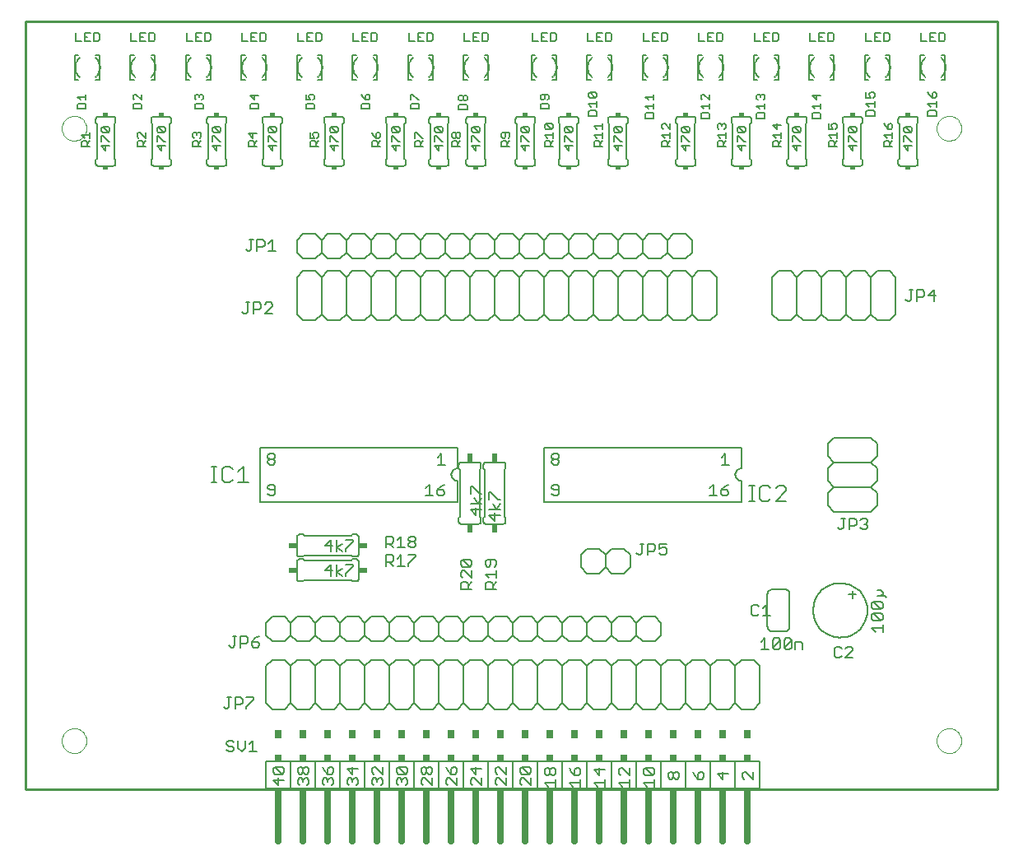
<source format=gbr>
G75*
G70*
%OFA0B0*%
%FSLAX24Y24*%
%IPPOS*%
%LPD*%
%AMOC8*
5,1,8,0,0,1.08239X$1,22.5*
%
%ADD10C,0.0100*%
%ADD11C,0.0000*%
%ADD12C,0.0050*%
%ADD13C,0.0070*%
%ADD14R,0.0260X0.0300*%
%ADD15C,0.0260*%
%ADD16R,0.0260X0.0260*%
%ADD17R,0.0260X0.0320*%
%ADD18R,0.0340X0.0240*%
%ADD19R,0.0240X0.0340*%
%ADD20C,0.0010*%
%ADD21C,0.0060*%
%ADD22R,0.0200X0.0150*%
D10*
X000156Y002338D02*
X039526Y002338D01*
X039526Y033441D01*
X000156Y033441D01*
X000156Y002338D01*
D11*
X001620Y004307D02*
X001622Y004352D01*
X001628Y004398D01*
X001639Y004442D01*
X001653Y004485D01*
X001671Y004527D01*
X001693Y004567D01*
X001718Y004605D01*
X001747Y004640D01*
X001779Y004672D01*
X001813Y004702D01*
X001851Y004728D01*
X001890Y004751D01*
X001931Y004770D01*
X001974Y004785D01*
X002018Y004797D01*
X002063Y004804D01*
X002109Y004807D01*
X002154Y004806D01*
X002199Y004801D01*
X002244Y004791D01*
X002287Y004778D01*
X002330Y004761D01*
X002370Y004740D01*
X002408Y004715D01*
X002444Y004688D01*
X002478Y004657D01*
X002508Y004623D01*
X002535Y004586D01*
X002559Y004547D01*
X002579Y004506D01*
X002595Y004464D01*
X002607Y004420D01*
X002615Y004375D01*
X002619Y004330D01*
X002619Y004284D01*
X002615Y004239D01*
X002607Y004194D01*
X002595Y004150D01*
X002579Y004108D01*
X002559Y004067D01*
X002535Y004028D01*
X002508Y003991D01*
X002478Y003957D01*
X002444Y003926D01*
X002408Y003899D01*
X002370Y003874D01*
X002330Y003853D01*
X002287Y003836D01*
X002244Y003823D01*
X002199Y003813D01*
X002154Y003808D01*
X002109Y003807D01*
X002063Y003810D01*
X002018Y003817D01*
X001974Y003829D01*
X001931Y003844D01*
X001890Y003863D01*
X001851Y003886D01*
X001813Y003912D01*
X001779Y003942D01*
X001747Y003974D01*
X001718Y004009D01*
X001693Y004047D01*
X001671Y004087D01*
X001653Y004129D01*
X001639Y004172D01*
X001628Y004216D01*
X001622Y004262D01*
X001620Y004307D01*
X001620Y029110D02*
X001622Y029155D01*
X001628Y029201D01*
X001639Y029245D01*
X001653Y029288D01*
X001671Y029330D01*
X001693Y029370D01*
X001718Y029408D01*
X001747Y029443D01*
X001779Y029475D01*
X001813Y029505D01*
X001851Y029531D01*
X001890Y029554D01*
X001931Y029573D01*
X001974Y029588D01*
X002018Y029600D01*
X002063Y029607D01*
X002109Y029610D01*
X002154Y029609D01*
X002199Y029604D01*
X002244Y029594D01*
X002287Y029581D01*
X002330Y029564D01*
X002370Y029543D01*
X002408Y029518D01*
X002444Y029491D01*
X002478Y029460D01*
X002508Y029426D01*
X002535Y029389D01*
X002559Y029350D01*
X002579Y029309D01*
X002595Y029267D01*
X002607Y029223D01*
X002615Y029178D01*
X002619Y029133D01*
X002619Y029087D01*
X002615Y029042D01*
X002607Y028997D01*
X002595Y028953D01*
X002579Y028911D01*
X002559Y028870D01*
X002535Y028831D01*
X002508Y028794D01*
X002478Y028760D01*
X002444Y028729D01*
X002408Y028702D01*
X002370Y028677D01*
X002330Y028656D01*
X002287Y028639D01*
X002244Y028626D01*
X002199Y028616D01*
X002154Y028611D01*
X002109Y028610D01*
X002063Y028613D01*
X002018Y028620D01*
X001974Y028632D01*
X001931Y028647D01*
X001890Y028666D01*
X001851Y028689D01*
X001813Y028715D01*
X001779Y028745D01*
X001747Y028777D01*
X001718Y028812D01*
X001693Y028850D01*
X001671Y028890D01*
X001653Y028932D01*
X001639Y028975D01*
X001628Y029019D01*
X001622Y029065D01*
X001620Y029110D01*
X037053Y029110D02*
X037055Y029155D01*
X037061Y029201D01*
X037072Y029245D01*
X037086Y029288D01*
X037104Y029330D01*
X037126Y029370D01*
X037151Y029408D01*
X037180Y029443D01*
X037212Y029475D01*
X037246Y029505D01*
X037284Y029531D01*
X037323Y029554D01*
X037364Y029573D01*
X037407Y029588D01*
X037451Y029600D01*
X037496Y029607D01*
X037542Y029610D01*
X037587Y029609D01*
X037632Y029604D01*
X037677Y029594D01*
X037720Y029581D01*
X037763Y029564D01*
X037803Y029543D01*
X037841Y029518D01*
X037877Y029491D01*
X037911Y029460D01*
X037941Y029426D01*
X037968Y029389D01*
X037992Y029350D01*
X038012Y029309D01*
X038028Y029267D01*
X038040Y029223D01*
X038048Y029178D01*
X038052Y029133D01*
X038052Y029087D01*
X038048Y029042D01*
X038040Y028997D01*
X038028Y028953D01*
X038012Y028911D01*
X037992Y028870D01*
X037968Y028831D01*
X037941Y028794D01*
X037911Y028760D01*
X037877Y028729D01*
X037841Y028702D01*
X037803Y028677D01*
X037763Y028656D01*
X037720Y028639D01*
X037677Y028626D01*
X037632Y028616D01*
X037587Y028611D01*
X037542Y028610D01*
X037496Y028613D01*
X037451Y028620D01*
X037407Y028632D01*
X037364Y028647D01*
X037323Y028666D01*
X037284Y028689D01*
X037246Y028715D01*
X037212Y028745D01*
X037180Y028777D01*
X037151Y028812D01*
X037126Y028850D01*
X037104Y028890D01*
X037086Y028932D01*
X037072Y028975D01*
X037061Y029019D01*
X037055Y029065D01*
X037053Y029110D01*
X037053Y004307D02*
X037055Y004352D01*
X037061Y004398D01*
X037072Y004442D01*
X037086Y004485D01*
X037104Y004527D01*
X037126Y004567D01*
X037151Y004605D01*
X037180Y004640D01*
X037212Y004672D01*
X037246Y004702D01*
X037284Y004728D01*
X037323Y004751D01*
X037364Y004770D01*
X037407Y004785D01*
X037451Y004797D01*
X037496Y004804D01*
X037542Y004807D01*
X037587Y004806D01*
X037632Y004801D01*
X037677Y004791D01*
X037720Y004778D01*
X037763Y004761D01*
X037803Y004740D01*
X037841Y004715D01*
X037877Y004688D01*
X037911Y004657D01*
X037941Y004623D01*
X037968Y004586D01*
X037992Y004547D01*
X038012Y004506D01*
X038028Y004464D01*
X038040Y004420D01*
X038048Y004375D01*
X038052Y004330D01*
X038052Y004284D01*
X038048Y004239D01*
X038040Y004194D01*
X038028Y004150D01*
X038012Y004108D01*
X037992Y004067D01*
X037968Y004028D01*
X037941Y003991D01*
X037911Y003957D01*
X037877Y003926D01*
X037841Y003899D01*
X037803Y003874D01*
X037763Y003853D01*
X037720Y003836D01*
X037677Y003823D01*
X037632Y003813D01*
X037587Y003808D01*
X037542Y003807D01*
X037496Y003810D01*
X037451Y003817D01*
X037407Y003829D01*
X037364Y003844D01*
X037323Y003863D01*
X037284Y003886D01*
X037246Y003912D01*
X037212Y003942D01*
X037180Y003974D01*
X037151Y004009D01*
X037126Y004047D01*
X037104Y004087D01*
X037086Y004129D01*
X037072Y004172D01*
X037061Y004216D01*
X037055Y004262D01*
X037053Y004307D01*
D12*
X033666Y007663D02*
X033366Y007663D01*
X033666Y007964D01*
X033666Y008039D01*
X033591Y008114D01*
X033441Y008114D01*
X033366Y008039D01*
X033206Y008039D02*
X033131Y008114D01*
X032980Y008114D01*
X032905Y008039D01*
X032905Y007738D01*
X032980Y007663D01*
X033131Y007663D01*
X033206Y007738D01*
X034426Y008863D02*
X034876Y008863D01*
X034876Y008713D02*
X034876Y009014D01*
X034801Y009174D02*
X034501Y009474D01*
X034801Y009474D01*
X034876Y009399D01*
X034876Y009249D01*
X034801Y009174D01*
X034501Y009174D01*
X034426Y009249D01*
X034426Y009399D01*
X034501Y009474D01*
X034501Y009634D02*
X034426Y009709D01*
X034426Y009859D01*
X034501Y009934D01*
X034801Y009634D01*
X034876Y009709D01*
X034876Y009859D01*
X034801Y009934D01*
X034501Y009934D01*
X034651Y010169D02*
X034801Y010169D01*
X034951Y010169D01*
X035026Y010094D01*
X034876Y010244D02*
X034876Y010319D01*
X034801Y010395D01*
X034651Y010395D01*
X034876Y010244D02*
X034801Y010169D01*
X034801Y009634D02*
X034501Y009634D01*
X034426Y008863D02*
X034576Y008713D01*
X033651Y010088D02*
X033651Y010238D01*
X033801Y010238D01*
X033651Y010238D02*
X033651Y010388D01*
X033651Y010238D02*
X033501Y010238D01*
X032051Y009588D02*
X032056Y009688D01*
X032069Y009787D01*
X032092Y009885D01*
X032123Y009980D01*
X032163Y010072D01*
X032211Y010160D01*
X032267Y010243D01*
X032330Y010320D01*
X032400Y010392D01*
X032476Y010457D01*
X032558Y010515D01*
X032645Y010565D01*
X032736Y010607D01*
X032830Y010640D01*
X032927Y010665D01*
X033026Y010681D01*
X033126Y010688D01*
X033226Y010685D01*
X033326Y010674D01*
X033424Y010654D01*
X033519Y010624D01*
X033612Y010587D01*
X033701Y010541D01*
X033785Y010487D01*
X033864Y010425D01*
X033938Y010357D01*
X034004Y010282D01*
X034064Y010202D01*
X034116Y010116D01*
X034160Y010026D01*
X034196Y009933D01*
X034223Y009836D01*
X034241Y009738D01*
X034250Y009638D01*
X034250Y009538D01*
X034241Y009438D01*
X034223Y009340D01*
X034196Y009243D01*
X034160Y009150D01*
X034116Y009060D01*
X034064Y008974D01*
X034004Y008894D01*
X033938Y008819D01*
X033864Y008751D01*
X033785Y008689D01*
X033701Y008635D01*
X033612Y008589D01*
X033519Y008552D01*
X033424Y008522D01*
X033326Y008502D01*
X033226Y008491D01*
X033126Y008488D01*
X033026Y008495D01*
X032927Y008511D01*
X032830Y008536D01*
X032736Y008569D01*
X032645Y008611D01*
X032558Y008661D01*
X032476Y008719D01*
X032400Y008784D01*
X032330Y008856D01*
X032267Y008933D01*
X032211Y009016D01*
X032163Y009104D01*
X032123Y009196D01*
X032092Y009291D01*
X032069Y009389D01*
X032056Y009488D01*
X032051Y009588D01*
X031101Y010238D02*
X031101Y008938D01*
X031099Y008912D01*
X031094Y008886D01*
X031086Y008861D01*
X031074Y008838D01*
X031060Y008816D01*
X031042Y008797D01*
X031023Y008779D01*
X031001Y008765D01*
X030978Y008753D01*
X030953Y008745D01*
X030927Y008740D01*
X030901Y008738D01*
X030401Y008738D01*
X030375Y008740D01*
X030349Y008745D01*
X030324Y008753D01*
X030301Y008765D01*
X030279Y008779D01*
X030260Y008797D01*
X030242Y008816D01*
X030228Y008838D01*
X030216Y008861D01*
X030208Y008886D01*
X030203Y008912D01*
X030201Y008938D01*
X030201Y010238D01*
X030203Y010264D01*
X030208Y010290D01*
X030216Y010315D01*
X030228Y010338D01*
X030242Y010360D01*
X030260Y010379D01*
X030279Y010397D01*
X030301Y010411D01*
X030324Y010423D01*
X030349Y010431D01*
X030375Y010436D01*
X030401Y010438D01*
X030901Y010438D01*
X030927Y010436D01*
X030953Y010431D01*
X030978Y010423D01*
X031001Y010411D01*
X031023Y010397D01*
X031042Y010379D01*
X031060Y010360D01*
X031074Y010338D01*
X031086Y010315D01*
X031094Y010290D01*
X031099Y010264D01*
X031101Y010238D01*
X030162Y009814D02*
X030162Y009363D01*
X030012Y009363D02*
X030312Y009363D01*
X030012Y009664D02*
X030162Y009814D01*
X029851Y009739D02*
X029776Y009814D01*
X029626Y009814D01*
X029551Y009739D01*
X029551Y009438D01*
X029626Y009363D01*
X029776Y009363D01*
X029851Y009438D01*
X030101Y008464D02*
X030101Y008013D01*
X029951Y008013D02*
X030251Y008013D01*
X030412Y008088D02*
X030712Y008389D01*
X030712Y008088D01*
X030637Y008013D01*
X030487Y008013D01*
X030412Y008088D01*
X030412Y008389D01*
X030487Y008464D01*
X030637Y008464D01*
X030712Y008389D01*
X030872Y008389D02*
X030947Y008464D01*
X031097Y008464D01*
X031172Y008389D01*
X030872Y008088D01*
X030947Y008013D01*
X031097Y008013D01*
X031172Y008088D01*
X031172Y008389D01*
X031332Y008314D02*
X031557Y008314D01*
X031632Y008238D01*
X031632Y008013D01*
X031332Y008013D02*
X031332Y008314D01*
X030872Y008389D02*
X030872Y008088D01*
X030101Y008464D02*
X029951Y008314D01*
X029651Y007588D02*
X029151Y007588D01*
X028901Y007338D01*
X028901Y005838D01*
X029151Y005588D01*
X029651Y005588D01*
X029901Y005838D01*
X029901Y007338D01*
X029651Y007588D01*
X028901Y007338D02*
X028651Y007588D01*
X028151Y007588D01*
X027901Y007338D01*
X027901Y005838D01*
X027651Y005588D01*
X027151Y005588D01*
X026901Y005838D01*
X026901Y007338D01*
X027151Y007588D01*
X027651Y007588D01*
X027901Y007338D01*
X026901Y007338D02*
X026651Y007588D01*
X026151Y007588D01*
X025901Y007338D01*
X025901Y005838D01*
X025651Y005588D01*
X025151Y005588D01*
X024901Y005838D01*
X024901Y007338D01*
X025151Y007588D01*
X025651Y007588D01*
X025901Y007338D01*
X024901Y007338D02*
X024651Y007588D01*
X024151Y007588D01*
X023901Y007338D01*
X023901Y005838D01*
X023651Y005588D01*
X023151Y005588D01*
X022901Y005838D01*
X022901Y007338D01*
X023151Y007588D01*
X023651Y007588D01*
X023901Y007338D01*
X022901Y007338D02*
X022651Y007588D01*
X022151Y007588D01*
X021901Y007338D01*
X021901Y005838D01*
X021651Y005588D01*
X021151Y005588D01*
X020901Y005838D01*
X020901Y007338D01*
X021151Y007588D01*
X021651Y007588D01*
X021901Y007338D01*
X020901Y007338D02*
X020651Y007588D01*
X020151Y007588D01*
X019901Y007338D01*
X019901Y005838D01*
X019651Y005588D01*
X019151Y005588D01*
X018901Y005838D01*
X018901Y007338D01*
X019151Y007588D01*
X019651Y007588D01*
X019901Y007338D01*
X018901Y007338D02*
X018651Y007588D01*
X018151Y007588D01*
X017901Y007338D01*
X017901Y005838D01*
X017651Y005588D01*
X017151Y005588D01*
X016901Y005838D01*
X016901Y007338D01*
X017151Y007588D01*
X017651Y007588D01*
X017901Y007338D01*
X016901Y007338D02*
X016651Y007588D01*
X016151Y007588D01*
X015901Y007338D01*
X015901Y005838D01*
X016151Y005588D01*
X016651Y005588D01*
X016901Y005838D01*
X015901Y005838D02*
X015651Y005588D01*
X015151Y005588D01*
X014901Y005838D01*
X014901Y007338D01*
X015151Y007588D01*
X015651Y007588D01*
X015901Y007338D01*
X014901Y007338D02*
X014651Y007588D01*
X014151Y007588D01*
X013901Y007338D01*
X013901Y005838D01*
X014151Y005588D01*
X014651Y005588D01*
X014901Y005838D01*
X013901Y005838D02*
X013651Y005588D01*
X013151Y005588D01*
X012901Y005838D01*
X012901Y007338D01*
X013151Y007588D01*
X013651Y007588D01*
X013901Y007338D01*
X012901Y007338D02*
X012651Y007588D01*
X012151Y007588D01*
X011901Y007338D01*
X011901Y005838D01*
X012151Y005588D01*
X012651Y005588D01*
X012901Y005838D01*
X011901Y005838D02*
X011651Y005588D01*
X011151Y005588D01*
X010901Y005838D01*
X010901Y007338D01*
X011151Y007588D01*
X011651Y007588D01*
X011901Y007338D01*
X010901Y007338D02*
X010651Y007588D01*
X010151Y007588D01*
X009901Y007338D01*
X009901Y005838D01*
X010151Y005588D01*
X010651Y005588D01*
X010901Y005838D01*
X009397Y005989D02*
X009097Y005688D01*
X009097Y005613D01*
X008937Y005838D02*
X008862Y005763D01*
X008637Y005763D01*
X008637Y005613D02*
X008637Y006064D01*
X008862Y006064D01*
X008937Y005989D01*
X008937Y005838D01*
X009097Y006064D02*
X009397Y006064D01*
X009397Y005989D01*
X008476Y006064D02*
X008326Y006064D01*
X008401Y006064D02*
X008401Y005688D01*
X008326Y005613D01*
X008251Y005613D01*
X008176Y005688D01*
X008370Y004314D02*
X008295Y004239D01*
X008295Y004164D01*
X008370Y004088D01*
X008520Y004088D01*
X008595Y004013D01*
X008595Y003938D01*
X008520Y003863D01*
X008370Y003863D01*
X008295Y003938D01*
X008370Y004314D02*
X008520Y004314D01*
X008595Y004239D01*
X008755Y004314D02*
X008755Y004013D01*
X008906Y003863D01*
X009056Y004013D01*
X009056Y004314D01*
X009216Y004164D02*
X009366Y004314D01*
X009366Y003863D01*
X009216Y003863D02*
X009516Y003863D01*
X009901Y003488D02*
X009901Y002388D01*
X010901Y002388D01*
X011901Y002388D01*
X012901Y002388D01*
X013901Y002388D01*
X014901Y002388D01*
X015901Y002388D01*
X016901Y002388D01*
X017901Y002388D01*
X018901Y002388D01*
X019901Y002388D01*
X020901Y002388D01*
X021901Y002388D01*
X022901Y002388D01*
X023901Y002388D01*
X024901Y002388D01*
X025901Y002388D01*
X026901Y002388D01*
X027901Y002388D01*
X028901Y002388D01*
X029901Y002388D01*
X029901Y003488D01*
X028901Y003488D01*
X027901Y003488D01*
X027901Y002388D01*
X027551Y002753D02*
X027626Y002828D01*
X027626Y002978D01*
X027551Y003053D01*
X027476Y003053D01*
X027401Y002978D01*
X027401Y002753D01*
X027551Y002753D01*
X027401Y002753D02*
X027251Y002903D01*
X027176Y003053D01*
X026626Y002978D02*
X026626Y002828D01*
X026551Y002753D01*
X026476Y002753D01*
X026401Y002828D01*
X026401Y002978D01*
X026476Y003053D01*
X026551Y003053D01*
X026626Y002978D01*
X026401Y002978D02*
X026326Y003053D01*
X026251Y003053D01*
X026176Y002978D01*
X026176Y002828D01*
X026251Y002753D01*
X026326Y002753D01*
X026401Y002828D01*
X025901Y002388D02*
X025901Y003488D01*
X026901Y003488D01*
X027901Y003488D01*
X028176Y002978D02*
X028401Y002753D01*
X028401Y003053D01*
X028626Y002978D02*
X028176Y002978D01*
X028901Y003488D02*
X028901Y002388D01*
X029251Y002753D02*
X029176Y002828D01*
X029176Y002978D01*
X029251Y003053D01*
X029326Y003053D01*
X029626Y002753D01*
X029626Y003053D01*
X026901Y003488D02*
X026901Y002388D01*
X025626Y002443D02*
X025626Y002743D01*
X025626Y002593D02*
X025176Y002593D01*
X025326Y002443D01*
X024901Y002388D02*
X024901Y003488D01*
X025901Y003488D01*
X025551Y003203D02*
X025626Y003128D01*
X025626Y002978D01*
X025551Y002903D01*
X025251Y003203D01*
X025551Y003203D01*
X025551Y002903D02*
X025251Y002903D01*
X025176Y002978D01*
X025176Y003128D01*
X025251Y003203D01*
X024901Y003488D02*
X023901Y003488D01*
X022901Y003488D01*
X022901Y002388D01*
X022626Y002443D02*
X022626Y002743D01*
X022626Y002593D02*
X022176Y002593D01*
X022326Y002443D01*
X021901Y002388D02*
X021901Y003488D01*
X022901Y003488D01*
X022551Y003203D02*
X022476Y003203D01*
X022401Y003128D01*
X022401Y002903D01*
X022551Y002903D01*
X022626Y002978D01*
X022626Y003128D01*
X022551Y003203D01*
X022251Y003053D02*
X022401Y002903D01*
X022251Y003053D02*
X022176Y003203D01*
X021901Y003488D02*
X020901Y003488D01*
X020901Y002388D01*
X020626Y002493D02*
X020326Y002793D01*
X020251Y002793D01*
X020176Y002718D01*
X020176Y002568D01*
X020251Y002493D01*
X019901Y002388D02*
X019901Y003488D01*
X020901Y003488D01*
X020626Y003178D02*
X020626Y003028D01*
X020551Y002953D01*
X020251Y003253D01*
X020551Y003253D01*
X020626Y003178D01*
X020551Y002953D02*
X020251Y002953D01*
X020176Y003028D01*
X020176Y003178D01*
X020251Y003253D01*
X019901Y003488D02*
X018901Y003488D01*
X017901Y003488D01*
X017901Y002388D01*
X017626Y002493D02*
X017326Y002793D01*
X017251Y002793D01*
X017176Y002718D01*
X017176Y002568D01*
X017251Y002493D01*
X016901Y002388D02*
X016901Y003488D01*
X017901Y003488D01*
X017626Y003178D02*
X017551Y003253D01*
X017476Y003253D01*
X017401Y003178D01*
X017401Y002953D01*
X017551Y002953D01*
X017626Y003028D01*
X017626Y003178D01*
X017401Y002953D02*
X017251Y003103D01*
X017176Y003253D01*
X016901Y003488D02*
X015901Y003488D01*
X015901Y002388D01*
X015626Y002568D02*
X015551Y002493D01*
X015626Y002568D02*
X015626Y002718D01*
X015551Y002793D01*
X015476Y002793D01*
X015401Y002718D01*
X015401Y002643D01*
X015401Y002718D02*
X015326Y002793D01*
X015251Y002793D01*
X015176Y002718D01*
X015176Y002568D01*
X015251Y002493D01*
X014901Y002388D02*
X014901Y003488D01*
X015901Y003488D01*
X015626Y003178D02*
X015626Y003028D01*
X015551Y002953D01*
X015251Y003253D01*
X015551Y003253D01*
X015626Y003178D01*
X015551Y002953D02*
X015251Y002953D01*
X015176Y003028D01*
X015176Y003178D01*
X015251Y003253D01*
X014901Y003488D02*
X013901Y003488D01*
X012901Y003488D01*
X012901Y002388D01*
X012626Y002568D02*
X012551Y002493D01*
X012626Y002568D02*
X012626Y002718D01*
X012551Y002793D01*
X012476Y002793D01*
X012401Y002718D01*
X012401Y002643D01*
X012401Y002718D02*
X012326Y002793D01*
X012251Y002793D01*
X012176Y002718D01*
X012176Y002568D01*
X012251Y002493D01*
X011901Y002388D02*
X011901Y003488D01*
X012901Y003488D01*
X012626Y003178D02*
X012551Y003253D01*
X012476Y003253D01*
X012401Y003178D01*
X012401Y002953D01*
X012551Y002953D01*
X012626Y003028D01*
X012626Y003178D01*
X012401Y002953D02*
X012251Y003103D01*
X012176Y003253D01*
X011901Y003488D02*
X010901Y003488D01*
X010901Y002388D01*
X011176Y002568D02*
X011176Y002718D01*
X011251Y002793D01*
X011326Y002793D01*
X011401Y002718D01*
X011476Y002793D01*
X011551Y002793D01*
X011626Y002718D01*
X011626Y002568D01*
X011551Y002493D01*
X011401Y002643D02*
X011401Y002718D01*
X011326Y002953D02*
X011251Y002953D01*
X011176Y003028D01*
X011176Y003178D01*
X011251Y003253D01*
X011326Y003253D01*
X011401Y003178D01*
X011401Y003028D01*
X011326Y002953D01*
X011401Y003028D02*
X011476Y002953D01*
X011551Y002953D01*
X011626Y003028D01*
X011626Y003178D01*
X011551Y003253D01*
X011476Y003253D01*
X011401Y003178D01*
X010901Y003488D02*
X009901Y003488D01*
X010176Y003178D02*
X010251Y003253D01*
X010551Y002953D01*
X010626Y003028D01*
X010626Y003178D01*
X010551Y003253D01*
X010251Y003253D01*
X010176Y003178D02*
X010176Y003028D01*
X010251Y002953D01*
X010551Y002953D01*
X010401Y002793D02*
X010401Y002493D01*
X010176Y002718D01*
X010626Y002718D01*
X011176Y002568D02*
X011251Y002493D01*
X013176Y002568D02*
X013176Y002718D01*
X013251Y002793D01*
X013326Y002793D01*
X013401Y002718D01*
X013476Y002793D01*
X013551Y002793D01*
X013626Y002718D01*
X013626Y002568D01*
X013551Y002493D01*
X013401Y002643D02*
X013401Y002718D01*
X013401Y002953D02*
X013401Y003253D01*
X013176Y003178D02*
X013401Y002953D01*
X013626Y003178D02*
X013176Y003178D01*
X013176Y002568D02*
X013251Y002493D01*
X013901Y002388D02*
X013901Y003488D01*
X014176Y003178D02*
X014176Y003028D01*
X014251Y002953D01*
X014251Y002793D02*
X014326Y002793D01*
X014401Y002718D01*
X014476Y002793D01*
X014551Y002793D01*
X014626Y002718D01*
X014626Y002568D01*
X014551Y002493D01*
X014401Y002643D02*
X014401Y002718D01*
X014251Y002793D02*
X014176Y002718D01*
X014176Y002568D01*
X014251Y002493D01*
X014626Y002953D02*
X014326Y003253D01*
X014251Y003253D01*
X014176Y003178D01*
X014626Y003253D02*
X014626Y002953D01*
X016176Y003028D02*
X016176Y003178D01*
X016251Y003253D01*
X016326Y003253D01*
X016401Y003178D01*
X016401Y003028D01*
X016326Y002953D01*
X016251Y002953D01*
X016176Y003028D01*
X016401Y003028D02*
X016476Y002953D01*
X016551Y002953D01*
X016626Y003028D01*
X016626Y003178D01*
X016551Y003253D01*
X016476Y003253D01*
X016401Y003178D01*
X016326Y002793D02*
X016251Y002793D01*
X016176Y002718D01*
X016176Y002568D01*
X016251Y002493D01*
X016326Y002793D02*
X016626Y002493D01*
X016626Y002793D01*
X017626Y002793D02*
X017626Y002493D01*
X018176Y002568D02*
X018251Y002493D01*
X018176Y002568D02*
X018176Y002718D01*
X018251Y002793D01*
X018326Y002793D01*
X018626Y002493D01*
X018626Y002793D01*
X018401Y002953D02*
X018401Y003253D01*
X018626Y003178D02*
X018176Y003178D01*
X018401Y002953D01*
X018901Y003488D02*
X018901Y002388D01*
X019176Y002568D02*
X019251Y002493D01*
X019176Y002568D02*
X019176Y002718D01*
X019251Y002793D01*
X019326Y002793D01*
X019626Y002493D01*
X019626Y002793D01*
X019626Y002953D02*
X019326Y003253D01*
X019251Y003253D01*
X019176Y003178D01*
X019176Y003028D01*
X019251Y002953D01*
X019626Y002953D02*
X019626Y003253D01*
X020626Y002793D02*
X020626Y002493D01*
X021176Y002593D02*
X021626Y002593D01*
X021626Y002443D02*
X021626Y002743D01*
X021551Y002903D02*
X021476Y002903D01*
X021401Y002978D01*
X021401Y003128D01*
X021476Y003203D01*
X021551Y003203D01*
X021626Y003128D01*
X021626Y002978D01*
X021551Y002903D01*
X021401Y002978D02*
X021326Y002903D01*
X021251Y002903D01*
X021176Y002978D01*
X021176Y003128D01*
X021251Y003203D01*
X021326Y003203D01*
X021401Y003128D01*
X021176Y002593D02*
X021326Y002443D01*
X023176Y002593D02*
X023626Y002593D01*
X023626Y002443D02*
X023626Y002743D01*
X023401Y002903D02*
X023401Y003203D01*
X023176Y003128D02*
X023401Y002903D01*
X023626Y003128D02*
X023176Y003128D01*
X023176Y002593D02*
X023326Y002443D01*
X023901Y002388D02*
X023901Y003488D01*
X024251Y003203D02*
X024176Y003128D01*
X024176Y002978D01*
X024251Y002903D01*
X024251Y003203D02*
X024326Y003203D01*
X024626Y002903D01*
X024626Y003203D01*
X024626Y002743D02*
X024626Y002443D01*
X024626Y002593D02*
X024176Y002593D01*
X024326Y002443D01*
X024151Y005588D02*
X023901Y005838D01*
X024151Y005588D02*
X024651Y005588D01*
X024901Y005838D01*
X025901Y005838D02*
X026151Y005588D01*
X026651Y005588D01*
X026901Y005838D01*
X027901Y005838D02*
X028151Y005588D01*
X028651Y005588D01*
X028901Y005838D01*
X025901Y008588D02*
X025651Y008338D01*
X025151Y008338D01*
X024901Y008588D01*
X024651Y008338D01*
X024151Y008338D01*
X023901Y008588D01*
X023651Y008338D01*
X023151Y008338D01*
X022901Y008588D01*
X022651Y008338D01*
X022151Y008338D01*
X021901Y008588D01*
X021651Y008338D01*
X021151Y008338D01*
X020901Y008588D01*
X020651Y008338D01*
X020151Y008338D01*
X019901Y008588D01*
X019651Y008338D01*
X019151Y008338D01*
X018901Y008588D01*
X018651Y008338D01*
X018151Y008338D01*
X017901Y008588D01*
X017651Y008338D01*
X017151Y008338D01*
X016901Y008588D01*
X016651Y008338D01*
X016151Y008338D01*
X015901Y008588D01*
X015651Y008338D01*
X015151Y008338D01*
X014901Y008588D01*
X014651Y008338D01*
X014151Y008338D01*
X013901Y008588D01*
X013651Y008338D01*
X013151Y008338D01*
X012901Y008588D01*
X012651Y008338D01*
X012151Y008338D01*
X011901Y008588D01*
X011651Y008338D01*
X011151Y008338D01*
X010901Y008588D01*
X010651Y008338D01*
X010151Y008338D01*
X009901Y008588D01*
X009901Y009088D01*
X010151Y009338D01*
X010651Y009338D01*
X010901Y009088D01*
X011151Y009338D01*
X011651Y009338D01*
X011901Y009088D01*
X011901Y008588D01*
X011901Y009088D02*
X012151Y009338D01*
X012651Y009338D01*
X012901Y009088D01*
X013151Y009338D01*
X013651Y009338D01*
X013901Y009088D01*
X014151Y009338D01*
X014651Y009338D01*
X014901Y009088D01*
X014901Y008588D01*
X014901Y009088D02*
X015151Y009338D01*
X015651Y009338D01*
X015901Y009088D01*
X016151Y009338D01*
X016651Y009338D01*
X016901Y009088D01*
X017151Y009338D01*
X017651Y009338D01*
X017901Y009088D01*
X017901Y008588D01*
X017901Y009088D02*
X018151Y009338D01*
X018651Y009338D01*
X018901Y009088D01*
X019151Y009338D01*
X019651Y009338D01*
X019901Y009088D01*
X020151Y009338D01*
X020651Y009338D01*
X020901Y009088D01*
X020901Y008588D01*
X020901Y009088D02*
X021151Y009338D01*
X021651Y009338D01*
X021901Y009088D01*
X022151Y009338D01*
X022651Y009338D01*
X022901Y009088D01*
X023151Y009338D01*
X023651Y009338D01*
X023901Y009088D01*
X023901Y008588D01*
X023901Y009088D02*
X024151Y009338D01*
X024651Y009338D01*
X024901Y009088D01*
X025151Y009338D01*
X025651Y009338D01*
X025901Y009088D01*
X025901Y008588D01*
X024901Y008588D02*
X024901Y009088D01*
X022901Y009088D02*
X022901Y008588D01*
X021901Y008588D02*
X021901Y009088D01*
X019901Y009088D02*
X019901Y008588D01*
X018901Y008588D02*
X018901Y009088D01*
X018776Y010432D02*
X018776Y010657D01*
X018851Y010732D01*
X019001Y010732D01*
X019076Y010657D01*
X019076Y010432D01*
X019226Y010432D02*
X018776Y010432D01*
X019076Y010582D02*
X019226Y010732D01*
X019226Y010892D02*
X019226Y011193D01*
X019226Y011043D02*
X018776Y011043D01*
X018926Y010892D01*
X018926Y011353D02*
X019001Y011428D01*
X019001Y011653D01*
X018851Y011653D02*
X018776Y011578D01*
X018776Y011428D01*
X018851Y011353D01*
X018926Y011353D01*
X019151Y011353D02*
X019226Y011428D01*
X019226Y011578D01*
X019151Y011653D01*
X018851Y011653D01*
X018226Y011578D02*
X018226Y011428D01*
X018151Y011353D01*
X017851Y011653D01*
X018151Y011653D01*
X018226Y011578D01*
X018151Y011353D02*
X017851Y011353D01*
X017776Y011428D01*
X017776Y011578D01*
X017851Y011653D01*
X017851Y011193D02*
X017776Y011118D01*
X017776Y010968D01*
X017851Y010892D01*
X017851Y010732D02*
X018001Y010732D01*
X018076Y010657D01*
X018076Y010432D01*
X018226Y010432D02*
X017776Y010432D01*
X017776Y010657D01*
X017851Y010732D01*
X018076Y010582D02*
X018226Y010732D01*
X018226Y010892D02*
X017926Y011193D01*
X017851Y011193D01*
X018226Y011193D02*
X018226Y010892D01*
X016901Y009088D02*
X016901Y008588D01*
X015901Y008588D02*
X015901Y009088D01*
X013901Y009088D02*
X013901Y008588D01*
X012901Y008588D02*
X012901Y009088D01*
X013401Y010763D02*
X013351Y010813D01*
X011451Y010813D01*
X011401Y010763D01*
X011251Y010763D01*
X011231Y010765D01*
X011213Y010771D01*
X011195Y010780D01*
X011180Y010792D01*
X011168Y010807D01*
X011159Y010825D01*
X011153Y010843D01*
X011151Y010863D01*
X011151Y011563D01*
X011153Y011583D01*
X011159Y011601D01*
X011168Y011619D01*
X011180Y011634D01*
X011195Y011646D01*
X011213Y011655D01*
X011231Y011661D01*
X011251Y011663D01*
X011401Y011663D01*
X011451Y011613D01*
X013351Y011613D01*
X013401Y011663D01*
X013551Y011663D01*
X013571Y011661D01*
X013589Y011655D01*
X013607Y011646D01*
X013622Y011634D01*
X013634Y011619D01*
X013643Y011601D01*
X013649Y011583D01*
X013651Y011563D01*
X013651Y010863D01*
X013649Y010843D01*
X013643Y010825D01*
X013634Y010807D01*
X013622Y010792D01*
X013607Y010780D01*
X013589Y010771D01*
X013571Y010765D01*
X013551Y010763D01*
X013401Y010763D01*
X013130Y010988D02*
X013130Y011063D01*
X013430Y011364D01*
X013430Y011439D01*
X013130Y011439D01*
X012972Y011289D02*
X012747Y011138D01*
X012972Y010988D01*
X012747Y010988D02*
X012747Y011439D01*
X012511Y011439D02*
X012286Y011213D01*
X012586Y011213D01*
X012511Y010988D02*
X012511Y011439D01*
X012511Y011988D02*
X012511Y012439D01*
X012286Y012213D01*
X012586Y012213D01*
X012747Y012138D02*
X012972Y011988D01*
X013130Y011988D02*
X013130Y012063D01*
X013430Y012364D01*
X013430Y012439D01*
X013130Y012439D01*
X012972Y012289D02*
X012747Y012138D01*
X012747Y011988D02*
X012747Y012439D01*
X013351Y012613D02*
X011451Y012613D01*
X011401Y012663D01*
X011251Y012663D01*
X011231Y012661D01*
X011213Y012655D01*
X011195Y012646D01*
X011180Y012634D01*
X011168Y012619D01*
X011159Y012601D01*
X011153Y012583D01*
X011151Y012563D01*
X011151Y011863D01*
X011153Y011843D01*
X011159Y011825D01*
X011168Y011807D01*
X011180Y011792D01*
X011195Y011780D01*
X011213Y011771D01*
X011231Y011765D01*
X011251Y011763D01*
X011401Y011763D01*
X011451Y011813D01*
X013351Y011813D01*
X013401Y011763D01*
X013551Y011763D01*
X013571Y011765D01*
X013589Y011771D01*
X013607Y011780D01*
X013622Y011792D01*
X013634Y011807D01*
X013643Y011825D01*
X013649Y011843D01*
X013651Y011863D01*
X013651Y012563D01*
X013649Y012583D01*
X013643Y012601D01*
X013634Y012619D01*
X013622Y012634D01*
X013607Y012646D01*
X013589Y012655D01*
X013571Y012661D01*
X013551Y012663D01*
X013401Y012663D01*
X013351Y012613D01*
X014745Y012589D02*
X014745Y012138D01*
X014745Y012288D02*
X014970Y012288D01*
X015045Y012363D01*
X015045Y012514D01*
X014970Y012589D01*
X014745Y012589D01*
X014895Y012288D02*
X015045Y012138D01*
X015205Y012138D02*
X015506Y012138D01*
X015356Y012138D02*
X015356Y012589D01*
X015205Y012439D01*
X015666Y012439D02*
X015741Y012363D01*
X015891Y012363D01*
X015966Y012288D01*
X015966Y012213D01*
X015891Y012138D01*
X015741Y012138D01*
X015666Y012213D01*
X015666Y012288D01*
X015741Y012363D01*
X015666Y012439D02*
X015666Y012514D01*
X015741Y012589D01*
X015891Y012589D01*
X015966Y012514D01*
X015966Y012439D01*
X015891Y012363D01*
X015966Y011839D02*
X015666Y011839D01*
X015966Y011839D02*
X015966Y011764D01*
X015666Y011463D01*
X015666Y011388D01*
X015506Y011388D02*
X015205Y011388D01*
X015356Y011388D02*
X015356Y011839D01*
X015205Y011689D01*
X015045Y011764D02*
X015045Y011613D01*
X014970Y011538D01*
X014745Y011538D01*
X014745Y011388D02*
X014745Y011839D01*
X014970Y011839D01*
X015045Y011764D01*
X014895Y011538D02*
X015045Y011388D01*
X017701Y013188D02*
X017701Y013338D01*
X017751Y013388D01*
X017751Y015288D01*
X017701Y015338D01*
X017701Y015488D01*
X017703Y015508D01*
X017709Y015526D01*
X017718Y015544D01*
X017730Y015559D01*
X017745Y015571D01*
X017763Y015580D01*
X017781Y015586D01*
X017801Y015588D01*
X018501Y015588D01*
X018521Y015586D01*
X018539Y015580D01*
X018557Y015571D01*
X018572Y015559D01*
X018584Y015544D01*
X018593Y015526D01*
X018599Y015508D01*
X018601Y015488D01*
X018601Y015338D01*
X018551Y015288D01*
X018551Y013388D01*
X018601Y013338D01*
X018601Y013188D01*
X018599Y013168D01*
X018593Y013150D01*
X018584Y013132D01*
X018572Y013117D01*
X018557Y013105D01*
X018539Y013096D01*
X018521Y013090D01*
X018501Y013088D01*
X017801Y013088D01*
X017781Y013090D01*
X017763Y013096D01*
X017745Y013105D01*
X017730Y013117D01*
X017718Y013132D01*
X017709Y013150D01*
X017703Y013168D01*
X017701Y013188D01*
X018176Y013674D02*
X018401Y013449D01*
X018401Y013749D01*
X018476Y013909D02*
X018326Y014134D01*
X018176Y014293D02*
X018176Y014593D01*
X018251Y014593D01*
X018551Y014293D01*
X018626Y014293D01*
X018626Y014134D02*
X018476Y013909D01*
X018626Y013909D02*
X018176Y013909D01*
X018176Y013674D02*
X018626Y013674D01*
X018926Y013684D02*
X019376Y013684D01*
X019226Y013684D02*
X019076Y013909D01*
X018926Y014067D02*
X018926Y014367D01*
X019001Y014367D01*
X019301Y014067D01*
X019376Y014067D01*
X019376Y013909D02*
X019226Y013684D01*
X019151Y013524D02*
X019151Y013223D01*
X018926Y013448D01*
X019376Y013448D01*
X019551Y013388D02*
X019551Y015288D01*
X019601Y015338D01*
X019601Y015488D01*
X019599Y015508D01*
X019593Y015526D01*
X019584Y015544D01*
X019572Y015559D01*
X019557Y015571D01*
X019539Y015580D01*
X019521Y015586D01*
X019501Y015588D01*
X018801Y015588D01*
X018781Y015586D01*
X018763Y015580D01*
X018745Y015571D01*
X018730Y015559D01*
X018718Y015544D01*
X018709Y015526D01*
X018703Y015508D01*
X018701Y015488D01*
X018701Y015338D01*
X018751Y015288D01*
X018751Y013388D01*
X018701Y013338D01*
X018701Y013188D01*
X018703Y013168D01*
X018709Y013150D01*
X018718Y013132D01*
X018730Y013117D01*
X018745Y013105D01*
X018763Y013096D01*
X018781Y013090D01*
X018801Y013088D01*
X019501Y013088D01*
X019521Y013090D01*
X019539Y013096D01*
X019557Y013105D01*
X019572Y013117D01*
X019584Y013132D01*
X019593Y013150D01*
X019599Y013168D01*
X019601Y013188D01*
X019601Y013338D01*
X019551Y013388D01*
X021151Y013988D02*
X029151Y013988D01*
X029151Y014838D01*
X029120Y014840D01*
X029089Y014846D01*
X029059Y014856D01*
X029031Y014869D01*
X029004Y014886D01*
X028980Y014906D01*
X028958Y014929D01*
X028940Y014954D01*
X028925Y014982D01*
X028913Y015011D01*
X028905Y015041D01*
X028901Y015072D01*
X028901Y015104D01*
X028905Y015135D01*
X028913Y015165D01*
X028925Y015194D01*
X028940Y015222D01*
X028958Y015247D01*
X028980Y015270D01*
X029004Y015290D01*
X029031Y015307D01*
X029059Y015320D01*
X029089Y015330D01*
X029120Y015336D01*
X029151Y015338D01*
X029151Y016188D01*
X021151Y016188D01*
X021151Y013988D01*
X021466Y014308D02*
X021541Y014233D01*
X021691Y014233D01*
X021766Y014308D01*
X021766Y014609D01*
X021691Y014684D01*
X021541Y014684D01*
X021466Y014609D01*
X021466Y014534D01*
X021541Y014458D01*
X021766Y014458D01*
X021691Y015483D02*
X021541Y015483D01*
X021466Y015558D01*
X021466Y015633D01*
X021541Y015708D01*
X021691Y015708D01*
X021766Y015633D01*
X021766Y015558D01*
X021691Y015483D01*
X021691Y015708D02*
X021766Y015784D01*
X021766Y015859D01*
X021691Y015934D01*
X021541Y015934D01*
X021466Y015859D01*
X021466Y015784D01*
X021541Y015708D01*
X022901Y012088D02*
X022651Y011838D01*
X022651Y011338D01*
X022901Y011088D01*
X023401Y011088D01*
X023651Y011338D01*
X023901Y011088D01*
X024401Y011088D01*
X024651Y011338D01*
X024651Y011838D01*
X024401Y012088D01*
X023901Y012088D01*
X023651Y011838D01*
X023651Y011338D01*
X023651Y011838D02*
X023401Y012088D01*
X022901Y012088D01*
X024896Y011908D02*
X024971Y011833D01*
X025046Y011833D01*
X025121Y011908D01*
X025121Y012284D01*
X025046Y012284D02*
X025196Y012284D01*
X025357Y012284D02*
X025582Y012284D01*
X025657Y012209D01*
X025657Y012058D01*
X025582Y011983D01*
X025357Y011983D01*
X025357Y011833D02*
X025357Y012284D01*
X025817Y012284D02*
X025817Y012058D01*
X025967Y012134D01*
X026042Y012134D01*
X026117Y012058D01*
X026117Y011908D01*
X026042Y011833D01*
X025892Y011833D01*
X025817Y011908D01*
X025817Y012284D02*
X026117Y012284D01*
X027865Y014233D02*
X028166Y014233D01*
X028016Y014233D02*
X028016Y014684D01*
X027865Y014534D01*
X028326Y014458D02*
X028551Y014458D01*
X028626Y014383D01*
X028626Y014308D01*
X028551Y014233D01*
X028401Y014233D01*
X028326Y014308D01*
X028326Y014458D01*
X028476Y014609D01*
X028626Y014684D01*
X028636Y015483D02*
X028336Y015483D01*
X028486Y015483D02*
X028486Y015934D01*
X028336Y015784D01*
X032651Y015838D02*
X032651Y016338D01*
X032901Y016588D01*
X034401Y016588D01*
X034651Y016338D01*
X034651Y015838D01*
X034401Y015588D01*
X032901Y015588D01*
X032651Y015338D01*
X032651Y014838D01*
X032901Y014588D01*
X032651Y014338D01*
X032651Y013838D01*
X032901Y013588D01*
X034401Y013588D01*
X034651Y013838D01*
X034651Y014338D01*
X034401Y014588D01*
X032901Y014588D01*
X032901Y015588D02*
X032651Y015838D01*
X034401Y015588D02*
X034651Y015338D01*
X034651Y014838D01*
X034401Y014588D01*
X034191Y013314D02*
X034041Y013314D01*
X033966Y013239D01*
X033806Y013239D02*
X033806Y013088D01*
X033731Y013013D01*
X033505Y013013D01*
X033505Y012863D02*
X033505Y013314D01*
X033731Y013314D01*
X033806Y013239D01*
X033966Y012938D02*
X034041Y012863D01*
X034191Y012863D01*
X034266Y012938D01*
X034266Y013013D01*
X034191Y013088D01*
X034116Y013088D01*
X034191Y013088D02*
X034266Y013164D01*
X034266Y013239D01*
X034191Y013314D01*
X033345Y013314D02*
X033195Y013314D01*
X033270Y013314D02*
X033270Y012938D01*
X033195Y012863D01*
X033120Y012863D01*
X033045Y012938D01*
X033151Y021338D02*
X032651Y021338D01*
X032401Y021588D01*
X032401Y023088D01*
X032151Y023338D01*
X031651Y023338D01*
X031401Y023088D01*
X031151Y023338D01*
X030651Y023338D01*
X030401Y023088D01*
X030401Y021588D01*
X030651Y021338D01*
X031151Y021338D01*
X031401Y021588D01*
X031401Y023088D01*
X032401Y023088D02*
X032651Y023338D01*
X033151Y023338D01*
X033401Y023088D01*
X033401Y021588D01*
X033151Y021338D01*
X033401Y021588D02*
X033651Y021338D01*
X034151Y021338D01*
X034401Y021588D01*
X034401Y023088D01*
X034151Y023338D01*
X033651Y023338D01*
X033401Y023088D01*
X034401Y023088D02*
X034651Y023338D01*
X035151Y023338D01*
X035401Y023088D01*
X035401Y021588D01*
X035151Y021338D01*
X034651Y021338D01*
X034401Y021588D01*
X035795Y022188D02*
X035870Y022113D01*
X035945Y022113D01*
X036020Y022188D01*
X036020Y022564D01*
X035945Y022564D02*
X036095Y022564D01*
X036255Y022564D02*
X036255Y022113D01*
X036255Y022263D02*
X036481Y022263D01*
X036556Y022338D01*
X036556Y022489D01*
X036481Y022564D01*
X036255Y022564D01*
X036716Y022338D02*
X037016Y022338D01*
X036941Y022113D02*
X036941Y022564D01*
X036716Y022338D01*
X032401Y021588D02*
X032151Y021338D01*
X031651Y021338D01*
X031401Y021588D01*
X028151Y021588D02*
X027901Y021338D01*
X027401Y021338D01*
X027151Y021588D01*
X027151Y023088D01*
X027401Y023338D01*
X027901Y023338D01*
X028151Y023088D01*
X028151Y021588D01*
X027151Y021588D02*
X026901Y021338D01*
X026401Y021338D01*
X026151Y021588D01*
X026151Y023088D01*
X026401Y023338D01*
X026901Y023338D01*
X027151Y023088D01*
X026901Y023838D02*
X026401Y023838D01*
X026151Y024088D01*
X025901Y023838D01*
X025401Y023838D01*
X025151Y024088D01*
X024901Y023838D01*
X024401Y023838D01*
X024151Y024088D01*
X023901Y023838D01*
X023401Y023838D01*
X023151Y024088D01*
X022901Y023838D01*
X022401Y023838D01*
X022151Y024088D01*
X021901Y023838D01*
X021401Y023838D01*
X021151Y024088D01*
X020901Y023838D01*
X020401Y023838D01*
X020151Y024088D01*
X019901Y023838D01*
X019401Y023838D01*
X019151Y024088D01*
X018901Y023838D01*
X018401Y023838D01*
X018151Y024088D01*
X017901Y023838D01*
X017401Y023838D01*
X017151Y024088D01*
X016901Y023838D01*
X016401Y023838D01*
X016151Y024088D01*
X015901Y023838D01*
X015401Y023838D01*
X015151Y024088D01*
X014901Y023838D01*
X014401Y023838D01*
X014151Y024088D01*
X013901Y023838D01*
X013401Y023838D01*
X013151Y024088D01*
X012901Y023838D01*
X012401Y023838D01*
X012151Y024088D01*
X011901Y023838D01*
X011401Y023838D01*
X011151Y024088D01*
X011151Y024588D01*
X011401Y024838D01*
X011901Y024838D01*
X012151Y024588D01*
X012401Y024838D01*
X012901Y024838D01*
X013151Y024588D01*
X013151Y024088D01*
X013151Y024588D02*
X013401Y024838D01*
X013901Y024838D01*
X014151Y024588D01*
X014401Y024838D01*
X014901Y024838D01*
X015151Y024588D01*
X015401Y024838D01*
X015901Y024838D01*
X016151Y024588D01*
X016151Y024088D01*
X016151Y024588D02*
X016401Y024838D01*
X016901Y024838D01*
X017151Y024588D01*
X017401Y024838D01*
X017901Y024838D01*
X018151Y024588D01*
X018401Y024838D01*
X018901Y024838D01*
X019151Y024588D01*
X019151Y024088D01*
X019151Y024588D02*
X019401Y024838D01*
X019901Y024838D01*
X020151Y024588D01*
X020401Y024838D01*
X020901Y024838D01*
X021151Y024588D01*
X021401Y024838D01*
X021901Y024838D01*
X022151Y024588D01*
X022151Y024088D01*
X022151Y024588D02*
X022401Y024838D01*
X022901Y024838D01*
X023151Y024588D01*
X023401Y024838D01*
X023901Y024838D01*
X024151Y024588D01*
X024401Y024838D01*
X024901Y024838D01*
X025151Y024588D01*
X025151Y024088D01*
X025151Y024588D02*
X025401Y024838D01*
X025901Y024838D01*
X026151Y024588D01*
X026401Y024838D01*
X026901Y024838D01*
X027151Y024588D01*
X027151Y024088D01*
X026901Y023838D01*
X026151Y024088D02*
X026151Y024588D01*
X025901Y023338D02*
X025401Y023338D01*
X025151Y023088D01*
X025151Y021588D01*
X024901Y021338D01*
X024401Y021338D01*
X024151Y021588D01*
X024151Y023088D01*
X024401Y023338D01*
X024901Y023338D01*
X025151Y023088D01*
X025901Y023338D02*
X026151Y023088D01*
X026151Y021588D02*
X025901Y021338D01*
X025401Y021338D01*
X025151Y021588D01*
X024151Y021588D02*
X023901Y021338D01*
X023401Y021338D01*
X023151Y021588D01*
X023151Y023088D01*
X023401Y023338D01*
X023901Y023338D01*
X024151Y023088D01*
X023151Y023088D02*
X022901Y023338D01*
X022401Y023338D01*
X022151Y023088D01*
X022151Y021588D01*
X021901Y021338D01*
X021401Y021338D01*
X021151Y021588D01*
X021151Y023088D01*
X021401Y023338D01*
X021901Y023338D01*
X022151Y023088D01*
X021151Y023088D02*
X020901Y023338D01*
X020401Y023338D01*
X020151Y023088D01*
X020151Y021588D01*
X019901Y021338D01*
X019401Y021338D01*
X019151Y021588D01*
X019151Y023088D01*
X019401Y023338D01*
X019901Y023338D01*
X020151Y023088D01*
X019151Y023088D02*
X018901Y023338D01*
X018401Y023338D01*
X018151Y023088D01*
X018151Y021588D01*
X017901Y021338D01*
X017401Y021338D01*
X017151Y021588D01*
X017151Y023088D01*
X017401Y023338D01*
X017901Y023338D01*
X018151Y023088D01*
X017151Y023088D02*
X016901Y023338D01*
X016401Y023338D01*
X016151Y023088D01*
X016151Y021588D01*
X016401Y021338D01*
X016901Y021338D01*
X017151Y021588D01*
X018151Y021588D02*
X018401Y021338D01*
X018901Y021338D01*
X019151Y021588D01*
X020151Y021588D02*
X020401Y021338D01*
X020901Y021338D01*
X021151Y021588D01*
X022151Y021588D02*
X022401Y021338D01*
X022901Y021338D01*
X023151Y021588D01*
X023151Y024088D02*
X023151Y024588D01*
X024151Y024588D02*
X024151Y024088D01*
X021151Y024088D02*
X021151Y024588D01*
X020151Y024588D02*
X020151Y024088D01*
X018151Y024088D02*
X018151Y024588D01*
X017151Y024588D02*
X017151Y024088D01*
X016151Y023088D02*
X015901Y023338D01*
X015401Y023338D01*
X015151Y023088D01*
X015151Y021588D01*
X015401Y021338D01*
X015901Y021338D01*
X016151Y021588D01*
X015151Y021588D02*
X014901Y021338D01*
X014401Y021338D01*
X014151Y021588D01*
X014151Y023088D01*
X014401Y023338D01*
X014901Y023338D01*
X015151Y023088D01*
X014151Y023088D02*
X013901Y023338D01*
X013401Y023338D01*
X013151Y023088D01*
X013151Y021588D01*
X013401Y021338D01*
X013901Y021338D01*
X014151Y021588D01*
X013151Y021588D02*
X012901Y021338D01*
X012401Y021338D01*
X012151Y021588D01*
X012151Y023088D01*
X012401Y023338D01*
X012901Y023338D01*
X013151Y023088D01*
X012151Y023088D02*
X011901Y023338D01*
X011401Y023338D01*
X011151Y023088D01*
X011151Y021588D01*
X011401Y021338D01*
X011901Y021338D01*
X012151Y021588D01*
X010147Y021613D02*
X009847Y021613D01*
X010147Y021914D01*
X010147Y021989D01*
X010072Y022064D01*
X009922Y022064D01*
X009847Y021989D01*
X009687Y021989D02*
X009687Y021838D01*
X009612Y021763D01*
X009387Y021763D01*
X009387Y021613D02*
X009387Y022064D01*
X009612Y022064D01*
X009687Y021989D01*
X009226Y022064D02*
X009076Y022064D01*
X009151Y022064D02*
X009151Y021688D01*
X009076Y021613D01*
X009001Y021613D01*
X008926Y021688D01*
X009150Y024143D02*
X009225Y024143D01*
X009300Y024218D01*
X009300Y024594D01*
X009225Y024594D02*
X009375Y024594D01*
X009535Y024594D02*
X009761Y024594D01*
X009836Y024519D01*
X009836Y024368D01*
X009761Y024293D01*
X009535Y024293D01*
X009535Y024143D02*
X009535Y024594D01*
X009996Y024444D02*
X010146Y024594D01*
X010146Y024143D01*
X009996Y024143D02*
X010296Y024143D01*
X009150Y024143D02*
X009075Y024218D01*
X012151Y024088D02*
X012151Y024588D01*
X014151Y024588D02*
X014151Y024088D01*
X015151Y024088D02*
X015151Y024588D01*
X015451Y027588D02*
X014851Y027588D01*
X014831Y027590D01*
X014813Y027596D01*
X014795Y027605D01*
X014780Y027617D01*
X014768Y027632D01*
X014759Y027650D01*
X014753Y027668D01*
X014751Y027688D01*
X014751Y027838D01*
X014801Y027888D01*
X014801Y029288D01*
X014751Y029338D01*
X014751Y029488D01*
X014753Y029508D01*
X014759Y029526D01*
X014768Y029544D01*
X014780Y029559D01*
X014795Y029571D01*
X014813Y029580D01*
X014831Y029586D01*
X014851Y029588D01*
X015451Y029588D01*
X015471Y029586D01*
X015489Y029580D01*
X015507Y029571D01*
X015522Y029559D01*
X015534Y029544D01*
X015543Y029526D01*
X015549Y029508D01*
X015551Y029488D01*
X015551Y029338D01*
X015501Y029288D01*
X015501Y027888D01*
X015551Y027838D01*
X015551Y027688D01*
X015549Y027668D01*
X015543Y027650D01*
X015534Y027632D01*
X015522Y027617D01*
X015507Y027605D01*
X015489Y027596D01*
X015471Y027590D01*
X015451Y027588D01*
X015146Y028223D02*
X015146Y028450D01*
X015259Y028582D02*
X015316Y028582D01*
X015259Y028582D02*
X015033Y028809D01*
X014976Y028809D01*
X014976Y028582D01*
X014976Y028393D02*
X015146Y028223D01*
X015316Y028393D02*
X014976Y028393D01*
X014516Y028363D02*
X014176Y028363D01*
X014176Y028533D01*
X014233Y028590D01*
X014346Y028590D01*
X014403Y028533D01*
X014403Y028363D01*
X014403Y028477D02*
X014516Y028590D01*
X014459Y028722D02*
X014516Y028779D01*
X014516Y028892D01*
X014459Y028949D01*
X014403Y028949D01*
X014346Y028892D01*
X014346Y028722D01*
X014459Y028722D01*
X014346Y028722D02*
X014233Y028836D01*
X014176Y028949D01*
X014976Y028998D02*
X015033Y028941D01*
X015259Y028941D01*
X015033Y029168D01*
X015259Y029168D01*
X015316Y029112D01*
X015316Y028998D01*
X015259Y028941D01*
X014976Y028998D02*
X014976Y029112D01*
X015033Y029168D01*
X015926Y028949D02*
X015983Y028949D01*
X016209Y028722D01*
X016266Y028722D01*
X016266Y028590D02*
X016153Y028477D01*
X016153Y028533D02*
X016153Y028363D01*
X016266Y028363D02*
X015926Y028363D01*
X015926Y028533D01*
X015983Y028590D01*
X016096Y028590D01*
X016153Y028533D01*
X015926Y028722D02*
X015926Y028949D01*
X016501Y029338D02*
X016501Y029488D01*
X016503Y029508D01*
X016509Y029526D01*
X016518Y029544D01*
X016530Y029559D01*
X016545Y029571D01*
X016563Y029580D01*
X016581Y029586D01*
X016601Y029588D01*
X017201Y029588D01*
X017221Y029586D01*
X017239Y029580D01*
X017257Y029571D01*
X017272Y029559D01*
X017284Y029544D01*
X017293Y029526D01*
X017299Y029508D01*
X017301Y029488D01*
X017301Y029338D01*
X017251Y029288D01*
X017251Y027888D01*
X017301Y027838D01*
X017301Y027688D01*
X017299Y027668D01*
X017293Y027650D01*
X017284Y027632D01*
X017272Y027617D01*
X017257Y027605D01*
X017239Y027596D01*
X017221Y027590D01*
X017201Y027588D01*
X016601Y027588D01*
X016581Y027590D01*
X016563Y027596D01*
X016545Y027605D01*
X016530Y027617D01*
X016518Y027632D01*
X016509Y027650D01*
X016503Y027668D01*
X016501Y027688D01*
X016501Y027838D01*
X016551Y027888D01*
X016551Y029288D01*
X016501Y029338D01*
X016726Y029112D02*
X016783Y029168D01*
X017009Y028941D01*
X017066Y028998D01*
X017066Y029112D01*
X017009Y029168D01*
X016783Y029168D01*
X016726Y029112D02*
X016726Y028998D01*
X016783Y028941D01*
X017009Y028941D01*
X016783Y028809D02*
X017009Y028582D01*
X017066Y028582D01*
X017066Y028393D02*
X016726Y028393D01*
X016896Y028223D01*
X016896Y028450D01*
X016726Y028582D02*
X016726Y028809D01*
X016783Y028809D01*
X017426Y028779D02*
X017426Y028892D01*
X017483Y028949D01*
X017539Y028949D01*
X017596Y028892D01*
X017596Y028779D01*
X017539Y028722D01*
X017483Y028722D01*
X017426Y028779D01*
X017596Y028779D02*
X017653Y028722D01*
X017709Y028722D01*
X017766Y028779D01*
X017766Y028892D01*
X017709Y028949D01*
X017653Y028949D01*
X017596Y028892D01*
X017596Y028590D02*
X017653Y028533D01*
X017653Y028363D01*
X017766Y028363D02*
X017426Y028363D01*
X017426Y028533D01*
X017483Y028590D01*
X017596Y028590D01*
X017653Y028477D02*
X017766Y028590D01*
X018226Y028582D02*
X018226Y028809D01*
X018283Y028809D01*
X018509Y028582D01*
X018566Y028582D01*
X018566Y028393D02*
X018226Y028393D01*
X018396Y028223D01*
X018396Y028450D01*
X018283Y028941D02*
X018226Y028998D01*
X018226Y029112D01*
X018283Y029168D01*
X018509Y028941D01*
X018566Y028998D01*
X018566Y029112D01*
X018509Y029168D01*
X018283Y029168D01*
X018283Y028941D02*
X018509Y028941D01*
X018751Y029288D02*
X018751Y027888D01*
X018801Y027838D01*
X018801Y027688D01*
X018799Y027668D01*
X018793Y027650D01*
X018784Y027632D01*
X018772Y027617D01*
X018757Y027605D01*
X018739Y027596D01*
X018721Y027590D01*
X018701Y027588D01*
X018101Y027588D01*
X018081Y027590D01*
X018063Y027596D01*
X018045Y027605D01*
X018030Y027617D01*
X018018Y027632D01*
X018009Y027650D01*
X018003Y027668D01*
X018001Y027688D01*
X018001Y027838D01*
X018051Y027888D01*
X018051Y029288D01*
X018001Y029338D01*
X018001Y029488D01*
X018003Y029508D01*
X018009Y029526D01*
X018018Y029544D01*
X018030Y029559D01*
X018045Y029571D01*
X018063Y029580D01*
X018081Y029586D01*
X018101Y029588D01*
X018701Y029588D01*
X018721Y029586D01*
X018739Y029580D01*
X018757Y029571D01*
X018772Y029559D01*
X018784Y029544D01*
X018793Y029526D01*
X018799Y029508D01*
X018801Y029488D01*
X018801Y029338D01*
X018751Y029288D01*
X019426Y028892D02*
X019426Y028779D01*
X019483Y028722D01*
X019539Y028722D01*
X019596Y028779D01*
X019596Y028949D01*
X019483Y028949D02*
X019426Y028892D01*
X019483Y028949D02*
X019709Y028949D01*
X019766Y028892D01*
X019766Y028779D01*
X019709Y028722D01*
X019766Y028590D02*
X019653Y028477D01*
X019653Y028533D02*
X019653Y028363D01*
X019766Y028363D02*
X019426Y028363D01*
X019426Y028533D01*
X019483Y028590D01*
X019596Y028590D01*
X019653Y028533D01*
X020226Y028582D02*
X020226Y028809D01*
X020283Y028809D01*
X020509Y028582D01*
X020566Y028582D01*
X020566Y028393D02*
X020226Y028393D01*
X020396Y028223D01*
X020396Y028450D01*
X020283Y028941D02*
X020226Y028998D01*
X020226Y029112D01*
X020283Y029168D01*
X020509Y028941D01*
X020566Y028998D01*
X020566Y029112D01*
X020509Y029168D01*
X020283Y029168D01*
X020283Y028941D02*
X020509Y028941D01*
X020751Y029288D02*
X020751Y027888D01*
X020801Y027838D01*
X020801Y027688D01*
X020799Y027668D01*
X020793Y027650D01*
X020784Y027632D01*
X020772Y027617D01*
X020757Y027605D01*
X020739Y027596D01*
X020721Y027590D01*
X020701Y027588D01*
X020101Y027588D01*
X020081Y027590D01*
X020063Y027596D01*
X020045Y027605D01*
X020030Y027617D01*
X020018Y027632D01*
X020009Y027650D01*
X020003Y027668D01*
X020001Y027688D01*
X020001Y027838D01*
X020051Y027888D01*
X020051Y029288D01*
X020001Y029338D01*
X020001Y029488D01*
X020003Y029508D01*
X020009Y029526D01*
X020018Y029544D01*
X020030Y029559D01*
X020045Y029571D01*
X020063Y029580D01*
X020081Y029586D01*
X020101Y029588D01*
X020701Y029588D01*
X020721Y029586D01*
X020739Y029580D01*
X020757Y029571D01*
X020772Y029559D01*
X020784Y029544D01*
X020793Y029526D01*
X020799Y029508D01*
X020801Y029488D01*
X020801Y029338D01*
X020751Y029288D01*
X021176Y029252D02*
X021233Y029308D01*
X021459Y029081D01*
X021516Y029138D01*
X021516Y029252D01*
X021459Y029308D01*
X021233Y029308D01*
X021176Y029252D02*
X021176Y029138D01*
X021233Y029081D01*
X021459Y029081D01*
X021516Y028949D02*
X021516Y028722D01*
X021516Y028836D02*
X021176Y028836D01*
X021289Y028722D01*
X021233Y028590D02*
X021346Y028590D01*
X021403Y028533D01*
X021403Y028363D01*
X021516Y028363D02*
X021176Y028363D01*
X021176Y028533D01*
X021233Y028590D01*
X021403Y028477D02*
X021516Y028590D01*
X021976Y028582D02*
X021976Y028809D01*
X022033Y028809D01*
X022259Y028582D01*
X022316Y028582D01*
X022316Y028393D02*
X021976Y028393D01*
X022146Y028223D01*
X022146Y028450D01*
X022033Y028941D02*
X021976Y028998D01*
X021976Y029112D01*
X022033Y029168D01*
X022259Y028941D01*
X022316Y028998D01*
X022316Y029112D01*
X022259Y029168D01*
X022033Y029168D01*
X022033Y028941D02*
X022259Y028941D01*
X022501Y029288D02*
X022501Y027888D01*
X022551Y027838D01*
X022551Y027688D01*
X022549Y027668D01*
X022543Y027650D01*
X022534Y027632D01*
X022522Y027617D01*
X022507Y027605D01*
X022489Y027596D01*
X022471Y027590D01*
X022451Y027588D01*
X021851Y027588D01*
X021831Y027590D01*
X021813Y027596D01*
X021795Y027605D01*
X021780Y027617D01*
X021768Y027632D01*
X021759Y027650D01*
X021753Y027668D01*
X021751Y027688D01*
X021751Y027838D01*
X021801Y027888D01*
X021801Y029288D01*
X021751Y029338D01*
X021751Y029488D01*
X021753Y029508D01*
X021759Y029526D01*
X021768Y029544D01*
X021780Y029559D01*
X021795Y029571D01*
X021813Y029580D01*
X021831Y029586D01*
X021851Y029588D01*
X022451Y029588D01*
X022471Y029586D01*
X022489Y029580D01*
X022507Y029571D01*
X022522Y029559D01*
X022534Y029544D01*
X022543Y029526D01*
X022549Y029508D01*
X022551Y029488D01*
X022551Y029338D01*
X022501Y029288D01*
X023176Y029195D02*
X023516Y029195D01*
X023516Y029308D02*
X023516Y029081D01*
X023516Y028949D02*
X023516Y028722D01*
X023516Y028836D02*
X023176Y028836D01*
X023289Y028722D01*
X023233Y028590D02*
X023346Y028590D01*
X023403Y028533D01*
X023403Y028363D01*
X023516Y028363D02*
X023176Y028363D01*
X023176Y028533D01*
X023233Y028590D01*
X023403Y028477D02*
X023516Y028590D01*
X023976Y028582D02*
X023976Y028809D01*
X024033Y028809D01*
X024259Y028582D01*
X024316Y028582D01*
X024316Y028393D02*
X023976Y028393D01*
X024146Y028223D01*
X024146Y028450D01*
X024033Y028941D02*
X023976Y028998D01*
X023976Y029112D01*
X024033Y029168D01*
X024259Y028941D01*
X024316Y028998D01*
X024316Y029112D01*
X024259Y029168D01*
X024033Y029168D01*
X024033Y028941D02*
X024259Y028941D01*
X024501Y029288D02*
X024501Y027888D01*
X024551Y027838D01*
X024551Y027688D01*
X024549Y027668D01*
X024543Y027650D01*
X024534Y027632D01*
X024522Y027617D01*
X024507Y027605D01*
X024489Y027596D01*
X024471Y027590D01*
X024451Y027588D01*
X023851Y027588D01*
X023831Y027590D01*
X023813Y027596D01*
X023795Y027605D01*
X023780Y027617D01*
X023768Y027632D01*
X023759Y027650D01*
X023753Y027668D01*
X023751Y027688D01*
X023751Y027838D01*
X023801Y027888D01*
X023801Y029288D01*
X023751Y029338D01*
X023751Y029488D01*
X023753Y029508D01*
X023759Y029526D01*
X023768Y029544D01*
X023780Y029559D01*
X023795Y029571D01*
X023813Y029580D01*
X023831Y029586D01*
X023851Y029588D01*
X024451Y029588D01*
X024471Y029586D01*
X024489Y029580D01*
X024507Y029571D01*
X024522Y029559D01*
X024534Y029544D01*
X024543Y029526D01*
X024549Y029508D01*
X024551Y029488D01*
X024551Y029338D01*
X024501Y029288D01*
X023289Y029081D02*
X023176Y029195D01*
X023051Y031088D02*
X022901Y031088D01*
X022901Y032088D01*
X023051Y032088D01*
X023751Y032088D02*
X023901Y032088D01*
X023901Y031088D01*
X023751Y031088D01*
X025151Y031088D02*
X025301Y031088D01*
X025151Y031088D02*
X025151Y032088D01*
X025301Y032088D01*
X026001Y032088D02*
X026151Y032088D01*
X026151Y031088D01*
X026001Y031088D01*
X027401Y031088D02*
X027551Y031088D01*
X027401Y031088D02*
X027401Y032088D01*
X027551Y032088D01*
X028251Y032088D02*
X028401Y032088D01*
X028401Y031088D01*
X028251Y031088D01*
X029651Y031088D02*
X029801Y031088D01*
X029651Y031088D02*
X029651Y032088D01*
X029801Y032088D01*
X030501Y032088D02*
X030651Y032088D01*
X030651Y031088D01*
X030501Y031088D01*
X031901Y031088D02*
X032051Y031088D01*
X031901Y031088D02*
X031901Y032088D01*
X032051Y032088D01*
X032751Y032088D02*
X032901Y032088D01*
X032901Y031088D01*
X032751Y031088D01*
X034151Y031088D02*
X034301Y031088D01*
X034151Y031088D02*
X034151Y032088D01*
X034301Y032088D01*
X035001Y032088D02*
X035151Y032088D01*
X035151Y031088D01*
X035001Y031088D01*
X036401Y031088D02*
X036551Y031088D01*
X036401Y031088D02*
X036401Y032088D01*
X036551Y032088D01*
X037251Y032088D02*
X037401Y032088D01*
X037401Y031088D01*
X037251Y031088D01*
X036201Y029588D02*
X035601Y029588D01*
X035581Y029586D01*
X035563Y029580D01*
X035545Y029571D01*
X035530Y029559D01*
X035518Y029544D01*
X035509Y029526D01*
X035503Y029508D01*
X035501Y029488D01*
X035501Y029338D01*
X035551Y029288D01*
X035551Y027888D01*
X035501Y027838D01*
X035501Y027688D01*
X035503Y027668D01*
X035509Y027650D01*
X035518Y027632D01*
X035530Y027617D01*
X035545Y027605D01*
X035563Y027596D01*
X035581Y027590D01*
X035601Y027588D01*
X036201Y027588D01*
X036221Y027590D01*
X036239Y027596D01*
X036257Y027605D01*
X036272Y027617D01*
X036284Y027632D01*
X036293Y027650D01*
X036299Y027668D01*
X036301Y027688D01*
X036301Y027838D01*
X036251Y027888D01*
X036251Y029288D01*
X036301Y029338D01*
X036301Y029488D01*
X036299Y029508D01*
X036293Y029526D01*
X036284Y029544D01*
X036272Y029559D01*
X036257Y029571D01*
X036239Y029580D01*
X036221Y029586D01*
X036201Y029588D01*
X036009Y029168D02*
X036066Y029112D01*
X036066Y028998D01*
X036009Y028941D01*
X035783Y029168D01*
X036009Y029168D01*
X035783Y029168D02*
X035726Y029112D01*
X035726Y028998D01*
X035783Y028941D01*
X036009Y028941D01*
X035783Y028809D02*
X036009Y028582D01*
X036066Y028582D01*
X036066Y028393D02*
X035726Y028393D01*
X035896Y028223D01*
X035896Y028450D01*
X035726Y028582D02*
X035726Y028809D01*
X035783Y028809D01*
X035266Y028836D02*
X034926Y028836D01*
X035039Y028722D01*
X034983Y028590D02*
X035096Y028590D01*
X035153Y028533D01*
X035153Y028363D01*
X035266Y028363D02*
X034926Y028363D01*
X034926Y028533D01*
X034983Y028590D01*
X035153Y028477D02*
X035266Y028590D01*
X035266Y028722D02*
X035266Y028949D01*
X035209Y029081D02*
X035266Y029138D01*
X035266Y029252D01*
X035209Y029308D01*
X035153Y029308D01*
X035096Y029252D01*
X035096Y029081D01*
X035209Y029081D01*
X035096Y029081D02*
X034983Y029195D01*
X034926Y029308D01*
X034051Y029338D02*
X034051Y029488D01*
X034049Y029508D01*
X034043Y029526D01*
X034034Y029544D01*
X034022Y029559D01*
X034007Y029571D01*
X033989Y029580D01*
X033971Y029586D01*
X033951Y029588D01*
X033351Y029588D01*
X033331Y029586D01*
X033313Y029580D01*
X033295Y029571D01*
X033280Y029559D01*
X033268Y029544D01*
X033259Y029526D01*
X033253Y029508D01*
X033251Y029488D01*
X033251Y029338D01*
X033301Y029288D01*
X033301Y027888D01*
X033251Y027838D01*
X033251Y027688D01*
X033253Y027668D01*
X033259Y027650D01*
X033268Y027632D01*
X033280Y027617D01*
X033295Y027605D01*
X033313Y027596D01*
X033331Y027590D01*
X033351Y027588D01*
X033951Y027588D01*
X033971Y027590D01*
X033989Y027596D01*
X034007Y027605D01*
X034022Y027617D01*
X034034Y027632D01*
X034043Y027650D01*
X034049Y027668D01*
X034051Y027688D01*
X034051Y027838D01*
X034001Y027888D01*
X034001Y029288D01*
X034051Y029338D01*
X033816Y029112D02*
X033816Y028998D01*
X033759Y028941D01*
X033533Y029168D01*
X033759Y029168D01*
X033816Y029112D01*
X033759Y028941D02*
X033533Y028941D01*
X033476Y028998D01*
X033476Y029112D01*
X033533Y029168D01*
X033533Y028809D02*
X033759Y028582D01*
X033816Y028582D01*
X033816Y028393D02*
X033476Y028393D01*
X033646Y028223D01*
X033646Y028450D01*
X033476Y028582D02*
X033476Y028809D01*
X033533Y028809D01*
X033016Y028836D02*
X032676Y028836D01*
X032789Y028722D01*
X032733Y028590D02*
X032846Y028590D01*
X032903Y028533D01*
X032903Y028363D01*
X033016Y028363D02*
X032676Y028363D01*
X032676Y028533D01*
X032733Y028590D01*
X032903Y028477D02*
X033016Y028590D01*
X033016Y028722D02*
X033016Y028949D01*
X032959Y029081D02*
X033016Y029138D01*
X033016Y029252D01*
X032959Y029308D01*
X032846Y029308D01*
X032789Y029252D01*
X032789Y029195D01*
X032846Y029081D01*
X032676Y029081D01*
X032676Y029308D01*
X031801Y029338D02*
X031801Y029488D01*
X031799Y029508D01*
X031793Y029526D01*
X031784Y029544D01*
X031772Y029559D01*
X031757Y029571D01*
X031739Y029580D01*
X031721Y029586D01*
X031701Y029588D01*
X031101Y029588D01*
X031081Y029586D01*
X031063Y029580D01*
X031045Y029571D01*
X031030Y029559D01*
X031018Y029544D01*
X031009Y029526D01*
X031003Y029508D01*
X031001Y029488D01*
X031001Y029338D01*
X031051Y029288D01*
X031051Y027888D01*
X031001Y027838D01*
X031001Y027688D01*
X031003Y027668D01*
X031009Y027650D01*
X031018Y027632D01*
X031030Y027617D01*
X031045Y027605D01*
X031063Y027596D01*
X031081Y027590D01*
X031101Y027588D01*
X031701Y027588D01*
X031721Y027590D01*
X031739Y027596D01*
X031757Y027605D01*
X031772Y027617D01*
X031784Y027632D01*
X031793Y027650D01*
X031799Y027668D01*
X031801Y027688D01*
X031801Y027838D01*
X031751Y027888D01*
X031751Y029288D01*
X031801Y029338D01*
X031566Y029112D02*
X031566Y028998D01*
X031509Y028941D01*
X031283Y029168D01*
X031509Y029168D01*
X031566Y029112D01*
X031509Y028941D02*
X031283Y028941D01*
X031226Y028998D01*
X031226Y029112D01*
X031283Y029168D01*
X031283Y028809D02*
X031509Y028582D01*
X031566Y028582D01*
X031566Y028393D02*
X031226Y028393D01*
X031396Y028223D01*
X031396Y028450D01*
X031226Y028582D02*
X031226Y028809D01*
X031283Y028809D01*
X030766Y028836D02*
X030426Y028836D01*
X030539Y028722D01*
X030483Y028590D02*
X030596Y028590D01*
X030653Y028533D01*
X030653Y028363D01*
X030766Y028363D02*
X030426Y028363D01*
X030426Y028533D01*
X030483Y028590D01*
X030653Y028477D02*
X030766Y028590D01*
X030766Y028722D02*
X030766Y028949D01*
X030596Y029081D02*
X030426Y029252D01*
X030766Y029252D01*
X030596Y029308D02*
X030596Y029081D01*
X029551Y029338D02*
X029551Y029488D01*
X029549Y029508D01*
X029543Y029526D01*
X029534Y029544D01*
X029522Y029559D01*
X029507Y029571D01*
X029489Y029580D01*
X029471Y029586D01*
X029451Y029588D01*
X028851Y029588D01*
X028831Y029586D01*
X028813Y029580D01*
X028795Y029571D01*
X028780Y029559D01*
X028768Y029544D01*
X028759Y029526D01*
X028753Y029508D01*
X028751Y029488D01*
X028751Y029338D01*
X028801Y029288D01*
X028801Y027888D01*
X028751Y027838D01*
X028751Y027688D01*
X028753Y027668D01*
X028759Y027650D01*
X028768Y027632D01*
X028780Y027617D01*
X028795Y027605D01*
X028813Y027596D01*
X028831Y027590D01*
X028851Y027588D01*
X029451Y027588D01*
X029471Y027590D01*
X029489Y027596D01*
X029507Y027605D01*
X029522Y027617D01*
X029534Y027632D01*
X029543Y027650D01*
X029549Y027668D01*
X029551Y027688D01*
X029551Y027838D01*
X029501Y027888D01*
X029501Y029288D01*
X029551Y029338D01*
X029316Y029112D02*
X029316Y028998D01*
X029259Y028941D01*
X029033Y029168D01*
X029259Y029168D01*
X029316Y029112D01*
X029259Y028941D02*
X029033Y028941D01*
X028976Y028998D01*
X028976Y029112D01*
X029033Y029168D01*
X029033Y028809D02*
X029259Y028582D01*
X029316Y028582D01*
X029316Y028393D02*
X028976Y028393D01*
X029146Y028223D01*
X029146Y028450D01*
X028976Y028582D02*
X028976Y028809D01*
X029033Y028809D01*
X028516Y028836D02*
X028176Y028836D01*
X028289Y028722D01*
X028233Y028590D02*
X028346Y028590D01*
X028403Y028533D01*
X028403Y028363D01*
X028516Y028363D02*
X028176Y028363D01*
X028176Y028533D01*
X028233Y028590D01*
X028403Y028477D02*
X028516Y028590D01*
X028516Y028722D02*
X028516Y028949D01*
X028459Y029081D02*
X028516Y029138D01*
X028516Y029252D01*
X028459Y029308D01*
X028403Y029308D01*
X028346Y029252D01*
X028346Y029195D01*
X028346Y029252D02*
X028289Y029308D01*
X028233Y029308D01*
X028176Y029252D01*
X028176Y029138D01*
X028233Y029081D01*
X027301Y029338D02*
X027301Y029488D01*
X027299Y029508D01*
X027293Y029526D01*
X027284Y029544D01*
X027272Y029559D01*
X027257Y029571D01*
X027239Y029580D01*
X027221Y029586D01*
X027201Y029588D01*
X026601Y029588D01*
X026581Y029586D01*
X026563Y029580D01*
X026545Y029571D01*
X026530Y029559D01*
X026518Y029544D01*
X026509Y029526D01*
X026503Y029508D01*
X026501Y029488D01*
X026501Y029338D01*
X026551Y029288D01*
X026551Y027888D01*
X026501Y027838D01*
X026501Y027688D01*
X026503Y027668D01*
X026509Y027650D01*
X026518Y027632D01*
X026530Y027617D01*
X026545Y027605D01*
X026563Y027596D01*
X026581Y027590D01*
X026601Y027588D01*
X027201Y027588D01*
X027221Y027590D01*
X027239Y027596D01*
X027257Y027605D01*
X027272Y027617D01*
X027284Y027632D01*
X027293Y027650D01*
X027299Y027668D01*
X027301Y027688D01*
X027301Y027838D01*
X027251Y027888D01*
X027251Y029288D01*
X027301Y029338D01*
X027066Y029112D02*
X027066Y028998D01*
X027009Y028941D01*
X026783Y029168D01*
X027009Y029168D01*
X027066Y029112D01*
X027009Y028941D02*
X026783Y028941D01*
X026726Y028998D01*
X026726Y029112D01*
X026783Y029168D01*
X026783Y028809D02*
X027009Y028582D01*
X027066Y028582D01*
X027066Y028393D02*
X026726Y028393D01*
X026896Y028223D01*
X026896Y028450D01*
X026726Y028582D02*
X026726Y028809D01*
X026783Y028809D01*
X026266Y028836D02*
X025926Y028836D01*
X026039Y028722D01*
X025983Y028590D02*
X026096Y028590D01*
X026153Y028533D01*
X026153Y028363D01*
X026266Y028363D02*
X025926Y028363D01*
X025926Y028533D01*
X025983Y028590D01*
X026153Y028477D02*
X026266Y028590D01*
X026266Y028722D02*
X026266Y028949D01*
X026266Y029081D02*
X026039Y029308D01*
X025983Y029308D01*
X025926Y029252D01*
X025926Y029138D01*
X025983Y029081D01*
X026266Y029081D02*
X026266Y029308D01*
X021651Y031088D02*
X021501Y031088D01*
X021651Y031088D02*
X021651Y032088D01*
X021501Y032088D01*
X020801Y032088D02*
X020651Y032088D01*
X020651Y031088D01*
X020801Y031088D01*
X018901Y031088D02*
X018751Y031088D01*
X018901Y031088D02*
X018901Y032088D01*
X018751Y032088D01*
X018051Y032088D02*
X017901Y032088D01*
X017901Y031088D01*
X018051Y031088D01*
X016651Y031088D02*
X016501Y031088D01*
X016651Y031088D02*
X016651Y032088D01*
X016501Y032088D01*
X015801Y032088D02*
X015651Y032088D01*
X015651Y031088D01*
X015801Y031088D01*
X014401Y031088D02*
X014251Y031088D01*
X014401Y031088D02*
X014401Y032088D01*
X014251Y032088D01*
X013551Y032088D02*
X013401Y032088D01*
X013401Y031088D01*
X013551Y031088D01*
X012151Y031088D02*
X012001Y031088D01*
X012151Y031088D02*
X012151Y032088D01*
X012001Y032088D01*
X011301Y032088D02*
X011151Y032088D01*
X011151Y031088D01*
X011301Y031088D01*
X009901Y031088D02*
X009751Y031088D01*
X009901Y031088D02*
X009901Y032088D01*
X009751Y032088D01*
X009051Y032088D02*
X008901Y032088D01*
X008901Y031088D01*
X009051Y031088D01*
X007651Y031088D02*
X007501Y031088D01*
X007651Y031088D02*
X007651Y032088D01*
X007501Y032088D01*
X006801Y032088D02*
X006651Y032088D01*
X006651Y031088D01*
X006801Y031088D01*
X005401Y031088D02*
X005251Y031088D01*
X005401Y031088D02*
X005401Y032088D01*
X005251Y032088D01*
X004551Y032088D02*
X004401Y032088D01*
X004401Y031088D01*
X004551Y031088D01*
X003151Y031088D02*
X003001Y031088D01*
X003151Y031088D02*
X003151Y032088D01*
X003001Y032088D01*
X002301Y032088D02*
X002151Y032088D01*
X002151Y031088D01*
X002301Y031088D01*
X003101Y029588D02*
X003701Y029588D01*
X003721Y029586D01*
X003739Y029580D01*
X003757Y029571D01*
X003772Y029559D01*
X003784Y029544D01*
X003793Y029526D01*
X003799Y029508D01*
X003801Y029488D01*
X003801Y029338D01*
X003751Y029288D01*
X003751Y027888D01*
X003801Y027838D01*
X003801Y027688D01*
X003799Y027668D01*
X003793Y027650D01*
X003784Y027632D01*
X003772Y027617D01*
X003757Y027605D01*
X003739Y027596D01*
X003721Y027590D01*
X003701Y027588D01*
X003101Y027588D01*
X003081Y027590D01*
X003063Y027596D01*
X003045Y027605D01*
X003030Y027617D01*
X003018Y027632D01*
X003009Y027650D01*
X003003Y027668D01*
X003001Y027688D01*
X003001Y027838D01*
X003051Y027888D01*
X003051Y029288D01*
X003001Y029338D01*
X003001Y029488D01*
X003003Y029508D01*
X003009Y029526D01*
X003018Y029544D01*
X003030Y029559D01*
X003045Y029571D01*
X003063Y029580D01*
X003081Y029586D01*
X003101Y029588D01*
X003283Y029168D02*
X003509Y028941D01*
X003566Y028998D01*
X003566Y029112D01*
X003509Y029168D01*
X003283Y029168D01*
X003226Y029112D01*
X003226Y028998D01*
X003283Y028941D01*
X003509Y028941D01*
X003283Y028809D02*
X003509Y028582D01*
X003566Y028582D01*
X003566Y028393D02*
X003226Y028393D01*
X003396Y028223D01*
X003396Y028450D01*
X003226Y028582D02*
X003226Y028809D01*
X003283Y028809D01*
X002766Y028836D02*
X002426Y028836D01*
X002539Y028722D01*
X002483Y028590D02*
X002596Y028590D01*
X002653Y028533D01*
X002653Y028363D01*
X002766Y028363D02*
X002426Y028363D01*
X002426Y028533D01*
X002483Y028590D01*
X002653Y028477D02*
X002766Y028590D01*
X002766Y028722D02*
X002766Y028949D01*
X004676Y028892D02*
X004676Y028779D01*
X004733Y028722D01*
X004733Y028590D02*
X004846Y028590D01*
X004903Y028533D01*
X004903Y028363D01*
X005016Y028363D02*
X004676Y028363D01*
X004676Y028533D01*
X004733Y028590D01*
X004903Y028477D02*
X005016Y028590D01*
X005016Y028722D02*
X004789Y028949D01*
X004733Y028949D01*
X004676Y028892D01*
X005016Y028949D02*
X005016Y028722D01*
X005476Y028809D02*
X005476Y028582D01*
X005476Y028393D02*
X005646Y028223D01*
X005646Y028450D01*
X005759Y028582D02*
X005816Y028582D01*
X005759Y028582D02*
X005533Y028809D01*
X005476Y028809D01*
X005533Y028941D02*
X005476Y028998D01*
X005476Y029112D01*
X005533Y029168D01*
X005759Y028941D01*
X005816Y028998D01*
X005816Y029112D01*
X005759Y029168D01*
X005533Y029168D01*
X005533Y028941D02*
X005759Y028941D01*
X006001Y029288D02*
X006001Y027888D01*
X006051Y027838D01*
X006051Y027688D01*
X006049Y027668D01*
X006043Y027650D01*
X006034Y027632D01*
X006022Y027617D01*
X006007Y027605D01*
X005989Y027596D01*
X005971Y027590D01*
X005951Y027588D01*
X005351Y027588D01*
X005331Y027590D01*
X005313Y027596D01*
X005295Y027605D01*
X005280Y027617D01*
X005268Y027632D01*
X005259Y027650D01*
X005253Y027668D01*
X005251Y027688D01*
X005251Y027838D01*
X005301Y027888D01*
X005301Y029288D01*
X005251Y029338D01*
X005251Y029488D01*
X005253Y029508D01*
X005259Y029526D01*
X005268Y029544D01*
X005280Y029559D01*
X005295Y029571D01*
X005313Y029580D01*
X005331Y029586D01*
X005351Y029588D01*
X005951Y029588D01*
X005971Y029586D01*
X005989Y029580D01*
X006007Y029571D01*
X006022Y029559D01*
X006034Y029544D01*
X006043Y029526D01*
X006049Y029508D01*
X006051Y029488D01*
X006051Y029338D01*
X006001Y029288D01*
X005816Y028393D02*
X005476Y028393D01*
X006926Y028363D02*
X006926Y028533D01*
X006983Y028590D01*
X007096Y028590D01*
X007153Y028533D01*
X007153Y028363D01*
X007266Y028363D02*
X006926Y028363D01*
X007153Y028477D02*
X007266Y028590D01*
X007209Y028722D02*
X007266Y028779D01*
X007266Y028892D01*
X007209Y028949D01*
X007153Y028949D01*
X007096Y028892D01*
X007096Y028836D01*
X007096Y028892D02*
X007039Y028949D01*
X006983Y028949D01*
X006926Y028892D01*
X006926Y028779D01*
X006983Y028722D01*
X007551Y029288D02*
X007501Y029338D01*
X007501Y029488D01*
X007503Y029508D01*
X007509Y029526D01*
X007518Y029544D01*
X007530Y029559D01*
X007545Y029571D01*
X007563Y029580D01*
X007581Y029586D01*
X007601Y029588D01*
X008201Y029588D01*
X008221Y029586D01*
X008239Y029580D01*
X008257Y029571D01*
X008272Y029559D01*
X008284Y029544D01*
X008293Y029526D01*
X008299Y029508D01*
X008301Y029488D01*
X008301Y029338D01*
X008251Y029288D01*
X008251Y027888D01*
X008301Y027838D01*
X008301Y027688D01*
X008299Y027668D01*
X008293Y027650D01*
X008284Y027632D01*
X008272Y027617D01*
X008257Y027605D01*
X008239Y027596D01*
X008221Y027590D01*
X008201Y027588D01*
X007601Y027588D01*
X007581Y027590D01*
X007563Y027596D01*
X007545Y027605D01*
X007530Y027617D01*
X007518Y027632D01*
X007509Y027650D01*
X007503Y027668D01*
X007501Y027688D01*
X007501Y027838D01*
X007551Y027888D01*
X007551Y029288D01*
X007726Y029112D02*
X007783Y029168D01*
X008009Y028941D01*
X008066Y028998D01*
X008066Y029112D01*
X008009Y029168D01*
X007783Y029168D01*
X007726Y029112D02*
X007726Y028998D01*
X007783Y028941D01*
X008009Y028941D01*
X007783Y028809D02*
X008009Y028582D01*
X008066Y028582D01*
X008066Y028393D02*
X007726Y028393D01*
X007896Y028223D01*
X007896Y028450D01*
X007726Y028582D02*
X007726Y028809D01*
X007783Y028809D01*
X009176Y028892D02*
X009346Y028722D01*
X009346Y028949D01*
X009516Y028892D02*
X009176Y028892D01*
X009233Y028590D02*
X009346Y028590D01*
X009403Y028533D01*
X009403Y028363D01*
X009516Y028363D02*
X009176Y028363D01*
X009176Y028533D01*
X009233Y028590D01*
X009403Y028477D02*
X009516Y028590D01*
X009976Y028582D02*
X009976Y028809D01*
X010033Y028809D01*
X010259Y028582D01*
X010316Y028582D01*
X010316Y028393D02*
X009976Y028393D01*
X010146Y028223D01*
X010146Y028450D01*
X010033Y028941D02*
X009976Y028998D01*
X009976Y029112D01*
X010033Y029168D01*
X010259Y028941D01*
X010316Y028998D01*
X010316Y029112D01*
X010259Y029168D01*
X010033Y029168D01*
X010033Y028941D02*
X010259Y028941D01*
X010501Y029288D02*
X010501Y027888D01*
X010551Y027838D01*
X010551Y027688D01*
X010549Y027668D01*
X010543Y027650D01*
X010534Y027632D01*
X010522Y027617D01*
X010507Y027605D01*
X010489Y027596D01*
X010471Y027590D01*
X010451Y027588D01*
X009851Y027588D01*
X009831Y027590D01*
X009813Y027596D01*
X009795Y027605D01*
X009780Y027617D01*
X009768Y027632D01*
X009759Y027650D01*
X009753Y027668D01*
X009751Y027688D01*
X009751Y027838D01*
X009801Y027888D01*
X009801Y029288D01*
X009751Y029338D01*
X009751Y029488D01*
X009753Y029508D01*
X009759Y029526D01*
X009768Y029544D01*
X009780Y029559D01*
X009795Y029571D01*
X009813Y029580D01*
X009831Y029586D01*
X009851Y029588D01*
X010451Y029588D01*
X010471Y029586D01*
X010489Y029580D01*
X010507Y029571D01*
X010522Y029559D01*
X010534Y029544D01*
X010543Y029526D01*
X010549Y029508D01*
X010551Y029488D01*
X010551Y029338D01*
X010501Y029288D01*
X011676Y028949D02*
X011676Y028722D01*
X011846Y028722D01*
X011789Y028836D01*
X011789Y028892D01*
X011846Y028949D01*
X011959Y028949D01*
X012016Y028892D01*
X012016Y028779D01*
X011959Y028722D01*
X012016Y028590D02*
X011903Y028477D01*
X011903Y028533D02*
X011903Y028363D01*
X012016Y028363D02*
X011676Y028363D01*
X011676Y028533D01*
X011733Y028590D01*
X011846Y028590D01*
X011903Y028533D01*
X012476Y028582D02*
X012476Y028809D01*
X012533Y028809D01*
X012759Y028582D01*
X012816Y028582D01*
X012816Y028393D02*
X012476Y028393D01*
X012646Y028223D01*
X012646Y028450D01*
X012533Y028941D02*
X012476Y028998D01*
X012476Y029112D01*
X012533Y029168D01*
X012759Y028941D01*
X012816Y028998D01*
X012816Y029112D01*
X012759Y029168D01*
X012533Y029168D01*
X012533Y028941D02*
X012759Y028941D01*
X013001Y029288D02*
X013001Y027888D01*
X013051Y027838D01*
X013051Y027688D01*
X013049Y027668D01*
X013043Y027650D01*
X013034Y027632D01*
X013022Y027617D01*
X013007Y027605D01*
X012989Y027596D01*
X012971Y027590D01*
X012951Y027588D01*
X012351Y027588D01*
X012331Y027590D01*
X012313Y027596D01*
X012295Y027605D01*
X012280Y027617D01*
X012268Y027632D01*
X012259Y027650D01*
X012253Y027668D01*
X012251Y027688D01*
X012251Y027838D01*
X012301Y027888D01*
X012301Y029288D01*
X012251Y029338D01*
X012251Y029488D01*
X012253Y029508D01*
X012259Y029526D01*
X012268Y029544D01*
X012280Y029559D01*
X012295Y029571D01*
X012313Y029580D01*
X012331Y029586D01*
X012351Y029588D01*
X012951Y029588D01*
X012971Y029586D01*
X012989Y029580D01*
X013007Y029571D01*
X013022Y029559D01*
X013034Y029544D01*
X013043Y029526D01*
X013049Y029508D01*
X013051Y029488D01*
X013051Y029338D01*
X013001Y029288D01*
X009651Y016188D02*
X009651Y013988D01*
X017651Y013988D01*
X017651Y014838D01*
X017620Y014840D01*
X017589Y014846D01*
X017559Y014856D01*
X017531Y014869D01*
X017504Y014886D01*
X017480Y014906D01*
X017458Y014929D01*
X017440Y014954D01*
X017425Y014982D01*
X017413Y015011D01*
X017405Y015041D01*
X017401Y015072D01*
X017401Y015104D01*
X017405Y015135D01*
X017413Y015165D01*
X017425Y015194D01*
X017440Y015222D01*
X017458Y015247D01*
X017480Y015270D01*
X017504Y015290D01*
X017531Y015307D01*
X017559Y015320D01*
X017589Y015330D01*
X017620Y015336D01*
X017651Y015338D01*
X017651Y016188D01*
X009651Y016188D01*
X009966Y015859D02*
X009966Y015784D01*
X010041Y015708D01*
X010191Y015708D01*
X010266Y015633D01*
X010266Y015558D01*
X010191Y015483D01*
X010041Y015483D01*
X009966Y015558D01*
X009966Y015633D01*
X010041Y015708D01*
X010191Y015708D02*
X010266Y015784D01*
X010266Y015859D01*
X010191Y015934D01*
X010041Y015934D01*
X009966Y015859D01*
X010041Y014684D02*
X009966Y014609D01*
X009966Y014534D01*
X010041Y014458D01*
X010266Y014458D01*
X010266Y014308D02*
X010266Y014609D01*
X010191Y014684D01*
X010041Y014684D01*
X009966Y014308D02*
X010041Y014233D01*
X010191Y014233D01*
X010266Y014308D01*
X010901Y009088D02*
X010901Y008588D01*
X009617Y008534D02*
X009467Y008459D01*
X009317Y008308D01*
X009542Y008308D01*
X009617Y008233D01*
X009617Y008158D01*
X009542Y008083D01*
X009392Y008083D01*
X009317Y008158D01*
X009317Y008308D01*
X009157Y008308D02*
X009082Y008233D01*
X008857Y008233D01*
X008857Y008083D02*
X008857Y008534D01*
X009082Y008534D01*
X009157Y008459D01*
X009157Y008308D01*
X008696Y008534D02*
X008546Y008534D01*
X008621Y008534D02*
X008621Y008158D01*
X008546Y008083D01*
X008471Y008083D01*
X008396Y008158D01*
X016365Y014233D02*
X016666Y014233D01*
X016516Y014233D02*
X016516Y014684D01*
X016365Y014534D01*
X016826Y014458D02*
X017051Y014458D01*
X017126Y014383D01*
X017126Y014308D01*
X017051Y014233D01*
X016901Y014233D01*
X016826Y014308D01*
X016826Y014458D01*
X016976Y014609D01*
X017126Y014684D01*
X017136Y015483D02*
X016836Y015483D01*
X016986Y015483D02*
X016986Y015934D01*
X016836Y015784D01*
X017901Y005838D02*
X018151Y005588D01*
X018651Y005588D01*
X018901Y005838D01*
X019901Y005838D02*
X020151Y005588D01*
X020651Y005588D01*
X020901Y005838D01*
X021901Y005838D02*
X022151Y005588D01*
X022651Y005588D01*
X022901Y005838D01*
D13*
X029467Y014013D02*
X029678Y014013D01*
X029572Y014013D02*
X029572Y014644D01*
X029467Y014644D02*
X029678Y014644D01*
X029897Y014539D02*
X029897Y014118D01*
X030002Y014013D01*
X030212Y014013D01*
X030317Y014118D01*
X030542Y014013D02*
X030962Y014434D01*
X030962Y014539D01*
X030857Y014644D01*
X030647Y014644D01*
X030542Y014539D01*
X030317Y014539D02*
X030212Y014644D01*
X030002Y014644D01*
X029897Y014539D01*
X030542Y014013D02*
X030962Y014013D01*
X009181Y014783D02*
X008760Y014783D01*
X008971Y014783D02*
X008971Y015414D01*
X008760Y015204D01*
X008536Y015309D02*
X008431Y015414D01*
X008221Y015414D01*
X008116Y015309D01*
X008116Y014888D01*
X008221Y014783D01*
X008431Y014783D01*
X008536Y014888D01*
X007896Y014783D02*
X007686Y014783D01*
X007791Y014783D02*
X007791Y015414D01*
X007686Y015414D02*
X007896Y015414D01*
D14*
X010401Y002238D03*
X011401Y002238D03*
X012401Y002238D03*
X013401Y002238D03*
X014401Y002238D03*
X015401Y002238D03*
X016401Y002238D03*
X017401Y002238D03*
X018401Y002238D03*
X019401Y002238D03*
X020401Y002238D03*
X021401Y002238D03*
X022401Y002238D03*
X023401Y002238D03*
X024401Y002238D03*
X025401Y002238D03*
X026401Y002238D03*
X027401Y002238D03*
X028401Y002238D03*
X029401Y002238D03*
D15*
X029401Y002088D02*
X029401Y000238D01*
X028401Y000238D02*
X028401Y002088D01*
X027401Y002088D02*
X027401Y000238D01*
X026401Y000238D02*
X026401Y002088D01*
X025401Y002088D02*
X025401Y000238D01*
X024401Y000238D02*
X024401Y002088D01*
X023401Y002088D02*
X023401Y000238D01*
X022401Y000238D02*
X022401Y002088D01*
X021401Y002088D02*
X021401Y000238D01*
X020401Y000238D02*
X020401Y002088D01*
X019401Y002088D02*
X019401Y000238D01*
X018401Y000238D02*
X018401Y002088D01*
X017401Y002088D02*
X017401Y000238D01*
X016401Y000238D02*
X016401Y002088D01*
X015401Y002088D02*
X015401Y000238D01*
X014401Y000238D02*
X014401Y002088D01*
X013401Y002088D02*
X013401Y000238D01*
X012401Y000238D02*
X012401Y002088D01*
X011401Y002088D02*
X011401Y000238D01*
X010401Y000238D02*
X010401Y002088D01*
D16*
X010401Y003618D03*
X011401Y003618D03*
X012401Y003618D03*
X013401Y003618D03*
X014401Y003618D03*
X015401Y003618D03*
X016401Y003618D03*
X017401Y003618D03*
X018401Y003618D03*
X019401Y003618D03*
X020401Y003618D03*
X021401Y003618D03*
X022401Y003618D03*
X023401Y003618D03*
X024401Y003618D03*
X025401Y003618D03*
X026401Y003618D03*
X027401Y003618D03*
X028401Y003618D03*
X029401Y003618D03*
D17*
X029401Y004588D03*
X028401Y004588D03*
X027401Y004588D03*
X026401Y004588D03*
X025401Y004588D03*
X024401Y004588D03*
X023401Y004588D03*
X022401Y004588D03*
X021401Y004588D03*
X020401Y004588D03*
X019401Y004588D03*
X018401Y004588D03*
X017401Y004588D03*
X016401Y004588D03*
X015401Y004588D03*
X014401Y004588D03*
X013401Y004588D03*
X012401Y004588D03*
X011401Y004588D03*
X010401Y004588D03*
D18*
X010981Y011213D03*
X010981Y012213D03*
X013821Y012213D03*
X013821Y011213D03*
D19*
X018151Y012918D03*
X019151Y012918D03*
X019151Y015758D03*
X018151Y015758D03*
D20*
X017882Y031584D02*
X017922Y031584D01*
X017921Y031583D02*
X017923Y031541D01*
X017929Y031500D01*
X017939Y031459D01*
X017952Y031419D01*
X017968Y031380D01*
X017988Y031343D01*
X018011Y031308D01*
X018037Y031275D01*
X018066Y031244D01*
X018097Y031216D01*
X018073Y031186D01*
X018072Y031185D01*
X018038Y031215D01*
X018007Y031249D01*
X017979Y031284D01*
X017954Y031323D01*
X017932Y031363D01*
X017914Y031405D01*
X017900Y031448D01*
X017890Y031492D01*
X017883Y031538D01*
X017881Y031583D01*
X017890Y031583D01*
X017892Y031538D01*
X017899Y031494D01*
X017909Y031450D01*
X017923Y031408D01*
X017940Y031367D01*
X017962Y031327D01*
X017986Y031290D01*
X018014Y031255D01*
X018044Y031222D01*
X018078Y031192D01*
X018083Y031199D01*
X018051Y031228D01*
X018021Y031260D01*
X017993Y031295D01*
X017969Y031332D01*
X017949Y031371D01*
X017931Y031411D01*
X017918Y031453D01*
X017908Y031496D01*
X017901Y031539D01*
X017899Y031583D01*
X017908Y031583D01*
X017910Y031540D01*
X017916Y031497D01*
X017926Y031455D01*
X017940Y031414D01*
X017957Y031375D01*
X017977Y031336D01*
X018001Y031300D01*
X018027Y031266D01*
X018057Y031235D01*
X018089Y031206D01*
X018095Y031213D01*
X018063Y031241D01*
X018034Y031272D01*
X018008Y031306D01*
X017985Y031341D01*
X017965Y031378D01*
X017948Y031417D01*
X017935Y031458D01*
X017925Y031499D01*
X017919Y031541D01*
X017917Y031583D01*
X018073Y031990D02*
X018098Y031959D01*
X018097Y031960D02*
X018066Y031932D01*
X018037Y031901D01*
X018011Y031868D01*
X017988Y031833D01*
X017968Y031796D01*
X017952Y031757D01*
X017939Y031717D01*
X017929Y031677D01*
X017923Y031635D01*
X017921Y031593D01*
X017882Y031592D01*
X017881Y031593D01*
X017883Y031639D01*
X017890Y031684D01*
X017900Y031728D01*
X017914Y031771D01*
X017932Y031813D01*
X017954Y031853D01*
X017979Y031892D01*
X018007Y031927D01*
X018038Y031961D01*
X018072Y031991D01*
X018078Y031984D01*
X018044Y031954D01*
X018014Y031921D01*
X017986Y031886D01*
X017962Y031849D01*
X017940Y031809D01*
X017923Y031768D01*
X017909Y031726D01*
X017899Y031682D01*
X017892Y031638D01*
X017890Y031593D01*
X017899Y031593D01*
X017901Y031637D01*
X017908Y031680D01*
X017918Y031723D01*
X017931Y031765D01*
X017949Y031805D01*
X017969Y031844D01*
X017993Y031881D01*
X018021Y031916D01*
X018051Y031948D01*
X018084Y031977D01*
X018089Y031970D01*
X018057Y031941D01*
X018027Y031910D01*
X018001Y031876D01*
X017977Y031840D01*
X017957Y031802D01*
X017940Y031762D01*
X017926Y031721D01*
X017916Y031679D01*
X017910Y031636D01*
X017908Y031593D01*
X017917Y031593D01*
X017919Y031635D01*
X017925Y031677D01*
X017935Y031718D01*
X017948Y031759D01*
X017965Y031798D01*
X017985Y031835D01*
X018008Y031870D01*
X018034Y031904D01*
X018063Y031935D01*
X018095Y031963D01*
X018920Y031593D02*
X018880Y031593D01*
X018881Y031593D02*
X018879Y031635D01*
X018873Y031677D01*
X018863Y031717D01*
X018850Y031757D01*
X018834Y031796D01*
X018814Y031833D01*
X018791Y031868D01*
X018765Y031901D01*
X018736Y031932D01*
X018705Y031960D01*
X018729Y031990D01*
X018730Y031991D01*
X018764Y031961D01*
X018795Y031927D01*
X018823Y031892D01*
X018848Y031853D01*
X018870Y031813D01*
X018888Y031771D01*
X018902Y031728D01*
X018912Y031684D01*
X018919Y031639D01*
X018921Y031593D01*
X018912Y031593D01*
X018910Y031638D01*
X018903Y031682D01*
X018893Y031726D01*
X018879Y031768D01*
X018862Y031809D01*
X018840Y031849D01*
X018816Y031886D01*
X018788Y031921D01*
X018758Y031954D01*
X018724Y031984D01*
X018718Y031977D01*
X018751Y031948D01*
X018781Y031916D01*
X018809Y031881D01*
X018833Y031844D01*
X018853Y031805D01*
X018871Y031765D01*
X018884Y031723D01*
X018894Y031680D01*
X018901Y031637D01*
X018903Y031593D01*
X018894Y031593D01*
X018892Y031636D01*
X018886Y031679D01*
X018876Y031721D01*
X018862Y031762D01*
X018845Y031802D01*
X018825Y031840D01*
X018801Y031876D01*
X018775Y031910D01*
X018745Y031941D01*
X018713Y031970D01*
X018707Y031963D01*
X018739Y031935D01*
X018768Y031904D01*
X018794Y031870D01*
X018817Y031835D01*
X018837Y031798D01*
X018854Y031759D01*
X018867Y031719D01*
X018877Y031677D01*
X018883Y031635D01*
X018885Y031593D01*
X018729Y031186D02*
X018704Y031217D01*
X018705Y031216D02*
X018736Y031244D01*
X018765Y031275D01*
X018791Y031308D01*
X018814Y031343D01*
X018834Y031380D01*
X018850Y031419D01*
X018863Y031459D01*
X018873Y031500D01*
X018879Y031541D01*
X018881Y031583D01*
X018920Y031584D01*
X018921Y031583D01*
X018919Y031538D01*
X018912Y031492D01*
X018902Y031448D01*
X018888Y031405D01*
X018870Y031363D01*
X018848Y031323D01*
X018823Y031284D01*
X018795Y031249D01*
X018764Y031215D01*
X018730Y031185D01*
X018724Y031192D01*
X018758Y031222D01*
X018788Y031255D01*
X018816Y031290D01*
X018840Y031327D01*
X018862Y031367D01*
X018879Y031408D01*
X018893Y031450D01*
X018903Y031494D01*
X018910Y031538D01*
X018912Y031583D01*
X018903Y031583D01*
X018901Y031539D01*
X018894Y031496D01*
X018884Y031453D01*
X018871Y031411D01*
X018853Y031371D01*
X018833Y031332D01*
X018809Y031295D01*
X018781Y031260D01*
X018751Y031228D01*
X018719Y031199D01*
X018713Y031206D01*
X018745Y031235D01*
X018775Y031266D01*
X018801Y031300D01*
X018825Y031336D01*
X018845Y031374D01*
X018862Y031414D01*
X018876Y031455D01*
X018886Y031497D01*
X018892Y031540D01*
X018894Y031583D01*
X018885Y031583D01*
X018883Y031541D01*
X018877Y031499D01*
X018867Y031458D01*
X018854Y031417D01*
X018837Y031378D01*
X018817Y031341D01*
X018794Y031306D01*
X018768Y031272D01*
X018739Y031241D01*
X018707Y031213D01*
X020823Y031990D02*
X020848Y031959D01*
X020847Y031960D02*
X020816Y031932D01*
X020787Y031901D01*
X020761Y031868D01*
X020738Y031833D01*
X020718Y031796D01*
X020702Y031757D01*
X020689Y031717D01*
X020679Y031677D01*
X020673Y031635D01*
X020671Y031593D01*
X020632Y031592D01*
X020631Y031593D01*
X020633Y031639D01*
X020640Y031684D01*
X020650Y031728D01*
X020664Y031771D01*
X020682Y031813D01*
X020704Y031853D01*
X020729Y031892D01*
X020757Y031927D01*
X020788Y031961D01*
X020822Y031991D01*
X020828Y031984D01*
X020794Y031954D01*
X020764Y031921D01*
X020736Y031886D01*
X020712Y031849D01*
X020690Y031809D01*
X020673Y031768D01*
X020659Y031726D01*
X020649Y031682D01*
X020642Y031638D01*
X020640Y031593D01*
X020649Y031593D01*
X020651Y031637D01*
X020658Y031680D01*
X020668Y031723D01*
X020681Y031765D01*
X020699Y031805D01*
X020719Y031844D01*
X020743Y031881D01*
X020771Y031916D01*
X020801Y031948D01*
X020834Y031977D01*
X020839Y031970D01*
X020807Y031941D01*
X020777Y031910D01*
X020751Y031876D01*
X020727Y031840D01*
X020707Y031802D01*
X020690Y031762D01*
X020676Y031721D01*
X020666Y031679D01*
X020660Y031636D01*
X020658Y031593D01*
X020667Y031593D01*
X020669Y031635D01*
X020675Y031677D01*
X020685Y031718D01*
X020698Y031759D01*
X020715Y031798D01*
X020735Y031835D01*
X020758Y031870D01*
X020784Y031904D01*
X020813Y031935D01*
X020845Y031963D01*
X021670Y031593D02*
X021630Y031593D01*
X021631Y031593D02*
X021629Y031635D01*
X021623Y031677D01*
X021613Y031717D01*
X021600Y031757D01*
X021584Y031796D01*
X021564Y031833D01*
X021541Y031868D01*
X021515Y031901D01*
X021486Y031932D01*
X021455Y031960D01*
X021479Y031990D01*
X021480Y031991D01*
X021514Y031961D01*
X021545Y031927D01*
X021573Y031892D01*
X021598Y031853D01*
X021620Y031813D01*
X021638Y031771D01*
X021652Y031728D01*
X021662Y031684D01*
X021669Y031639D01*
X021671Y031593D01*
X021662Y031593D01*
X021660Y031638D01*
X021653Y031682D01*
X021643Y031726D01*
X021629Y031768D01*
X021612Y031809D01*
X021590Y031849D01*
X021566Y031886D01*
X021538Y031921D01*
X021508Y031954D01*
X021474Y031984D01*
X021468Y031977D01*
X021501Y031948D01*
X021531Y031916D01*
X021559Y031881D01*
X021583Y031844D01*
X021603Y031805D01*
X021621Y031765D01*
X021634Y031723D01*
X021644Y031680D01*
X021651Y031637D01*
X021653Y031593D01*
X021644Y031593D01*
X021642Y031636D01*
X021636Y031679D01*
X021626Y031721D01*
X021612Y031762D01*
X021595Y031802D01*
X021575Y031840D01*
X021551Y031876D01*
X021525Y031910D01*
X021495Y031941D01*
X021463Y031970D01*
X021457Y031963D01*
X021489Y031935D01*
X021518Y031904D01*
X021544Y031870D01*
X021567Y031835D01*
X021587Y031798D01*
X021604Y031759D01*
X021617Y031719D01*
X021627Y031677D01*
X021633Y031635D01*
X021635Y031593D01*
X020632Y031584D02*
X020672Y031584D01*
X020671Y031583D02*
X020673Y031541D01*
X020679Y031500D01*
X020689Y031459D01*
X020702Y031419D01*
X020718Y031380D01*
X020738Y031343D01*
X020761Y031308D01*
X020787Y031275D01*
X020816Y031244D01*
X020847Y031216D01*
X020823Y031186D01*
X020822Y031185D01*
X020788Y031215D01*
X020757Y031249D01*
X020729Y031284D01*
X020704Y031323D01*
X020682Y031363D01*
X020664Y031405D01*
X020650Y031448D01*
X020640Y031492D01*
X020633Y031538D01*
X020631Y031583D01*
X020640Y031583D01*
X020642Y031538D01*
X020649Y031494D01*
X020659Y031450D01*
X020673Y031408D01*
X020690Y031367D01*
X020712Y031327D01*
X020736Y031290D01*
X020764Y031255D01*
X020794Y031222D01*
X020828Y031192D01*
X020833Y031199D01*
X020801Y031228D01*
X020771Y031260D01*
X020743Y031295D01*
X020719Y031332D01*
X020699Y031371D01*
X020681Y031411D01*
X020668Y031453D01*
X020658Y031496D01*
X020651Y031539D01*
X020649Y031583D01*
X020658Y031583D01*
X020660Y031540D01*
X020666Y031497D01*
X020676Y031455D01*
X020690Y031414D01*
X020707Y031375D01*
X020727Y031336D01*
X020751Y031300D01*
X020777Y031266D01*
X020807Y031235D01*
X020839Y031206D01*
X020845Y031213D01*
X020813Y031241D01*
X020784Y031272D01*
X020758Y031306D01*
X020735Y031341D01*
X020715Y031378D01*
X020698Y031417D01*
X020685Y031458D01*
X020675Y031499D01*
X020669Y031541D01*
X020667Y031583D01*
X021479Y031186D02*
X021454Y031217D01*
X021455Y031216D02*
X021486Y031244D01*
X021515Y031275D01*
X021541Y031308D01*
X021564Y031343D01*
X021584Y031380D01*
X021600Y031419D01*
X021613Y031459D01*
X021623Y031500D01*
X021629Y031541D01*
X021631Y031583D01*
X021670Y031584D01*
X021671Y031583D01*
X021669Y031538D01*
X021662Y031492D01*
X021652Y031448D01*
X021638Y031405D01*
X021620Y031363D01*
X021598Y031323D01*
X021573Y031284D01*
X021545Y031249D01*
X021514Y031215D01*
X021480Y031185D01*
X021474Y031192D01*
X021508Y031222D01*
X021538Y031255D01*
X021566Y031290D01*
X021590Y031327D01*
X021612Y031367D01*
X021629Y031408D01*
X021643Y031450D01*
X021653Y031494D01*
X021660Y031538D01*
X021662Y031583D01*
X021653Y031583D01*
X021651Y031539D01*
X021644Y031496D01*
X021634Y031453D01*
X021621Y031411D01*
X021603Y031371D01*
X021583Y031332D01*
X021559Y031295D01*
X021531Y031260D01*
X021501Y031228D01*
X021469Y031199D01*
X021463Y031206D01*
X021495Y031235D01*
X021525Y031266D01*
X021551Y031300D01*
X021575Y031336D01*
X021595Y031374D01*
X021612Y031414D01*
X021626Y031455D01*
X021636Y031497D01*
X021642Y031540D01*
X021644Y031583D01*
X021635Y031583D01*
X021633Y031541D01*
X021627Y031499D01*
X021617Y031458D01*
X021604Y031417D01*
X021587Y031378D01*
X021567Y031341D01*
X021544Y031306D01*
X021518Y031272D01*
X021489Y031241D01*
X021457Y031213D01*
X023073Y031990D02*
X023098Y031959D01*
X023097Y031960D02*
X023066Y031932D01*
X023037Y031901D01*
X023011Y031868D01*
X022988Y031833D01*
X022968Y031796D01*
X022952Y031757D01*
X022939Y031717D01*
X022929Y031677D01*
X022923Y031635D01*
X022921Y031593D01*
X022882Y031592D01*
X022881Y031593D01*
X022883Y031639D01*
X022890Y031684D01*
X022900Y031728D01*
X022914Y031771D01*
X022932Y031813D01*
X022954Y031853D01*
X022979Y031892D01*
X023007Y031927D01*
X023038Y031961D01*
X023072Y031991D01*
X023078Y031984D01*
X023044Y031954D01*
X023014Y031921D01*
X022986Y031886D01*
X022962Y031849D01*
X022940Y031809D01*
X022923Y031768D01*
X022909Y031726D01*
X022899Y031682D01*
X022892Y031638D01*
X022890Y031593D01*
X022899Y031593D01*
X022901Y031637D01*
X022908Y031680D01*
X022918Y031723D01*
X022931Y031765D01*
X022949Y031805D01*
X022969Y031844D01*
X022993Y031881D01*
X023021Y031916D01*
X023051Y031948D01*
X023084Y031977D01*
X023089Y031970D01*
X023057Y031941D01*
X023027Y031910D01*
X023001Y031876D01*
X022977Y031840D01*
X022957Y031802D01*
X022940Y031762D01*
X022926Y031721D01*
X022916Y031679D01*
X022910Y031636D01*
X022908Y031593D01*
X022917Y031593D01*
X022919Y031635D01*
X022925Y031677D01*
X022935Y031718D01*
X022948Y031759D01*
X022965Y031798D01*
X022985Y031835D01*
X023008Y031870D01*
X023034Y031904D01*
X023063Y031935D01*
X023095Y031963D01*
X023920Y031593D02*
X023880Y031593D01*
X023881Y031593D02*
X023879Y031635D01*
X023873Y031677D01*
X023863Y031717D01*
X023850Y031757D01*
X023834Y031796D01*
X023814Y031833D01*
X023791Y031868D01*
X023765Y031901D01*
X023736Y031932D01*
X023705Y031960D01*
X023729Y031990D01*
X023730Y031991D01*
X023764Y031961D01*
X023795Y031927D01*
X023823Y031892D01*
X023848Y031853D01*
X023870Y031813D01*
X023888Y031771D01*
X023902Y031728D01*
X023912Y031684D01*
X023919Y031639D01*
X023921Y031593D01*
X023912Y031593D01*
X023910Y031638D01*
X023903Y031682D01*
X023893Y031726D01*
X023879Y031768D01*
X023862Y031809D01*
X023840Y031849D01*
X023816Y031886D01*
X023788Y031921D01*
X023758Y031954D01*
X023724Y031984D01*
X023718Y031977D01*
X023751Y031948D01*
X023781Y031916D01*
X023809Y031881D01*
X023833Y031844D01*
X023853Y031805D01*
X023871Y031765D01*
X023884Y031723D01*
X023894Y031680D01*
X023901Y031637D01*
X023903Y031593D01*
X023894Y031593D01*
X023892Y031636D01*
X023886Y031679D01*
X023876Y031721D01*
X023862Y031762D01*
X023845Y031802D01*
X023825Y031840D01*
X023801Y031876D01*
X023775Y031910D01*
X023745Y031941D01*
X023713Y031970D01*
X023707Y031963D01*
X023739Y031935D01*
X023768Y031904D01*
X023794Y031870D01*
X023817Y031835D01*
X023837Y031798D01*
X023854Y031759D01*
X023867Y031719D01*
X023877Y031677D01*
X023883Y031635D01*
X023885Y031593D01*
X022882Y031584D02*
X022922Y031584D01*
X022921Y031583D02*
X022923Y031541D01*
X022929Y031500D01*
X022939Y031459D01*
X022952Y031419D01*
X022968Y031380D01*
X022988Y031343D01*
X023011Y031308D01*
X023037Y031275D01*
X023066Y031244D01*
X023097Y031216D01*
X023073Y031186D01*
X023072Y031185D01*
X023038Y031215D01*
X023007Y031249D01*
X022979Y031284D01*
X022954Y031323D01*
X022932Y031363D01*
X022914Y031405D01*
X022900Y031448D01*
X022890Y031492D01*
X022883Y031538D01*
X022881Y031583D01*
X022890Y031583D01*
X022892Y031538D01*
X022899Y031494D01*
X022909Y031450D01*
X022923Y031408D01*
X022940Y031367D01*
X022962Y031327D01*
X022986Y031290D01*
X023014Y031255D01*
X023044Y031222D01*
X023078Y031192D01*
X023083Y031199D01*
X023051Y031228D01*
X023021Y031260D01*
X022993Y031295D01*
X022969Y031332D01*
X022949Y031371D01*
X022931Y031411D01*
X022918Y031453D01*
X022908Y031496D01*
X022901Y031539D01*
X022899Y031583D01*
X022908Y031583D01*
X022910Y031540D01*
X022916Y031497D01*
X022926Y031455D01*
X022940Y031414D01*
X022957Y031375D01*
X022977Y031336D01*
X023001Y031300D01*
X023027Y031266D01*
X023057Y031235D01*
X023089Y031206D01*
X023095Y031213D01*
X023063Y031241D01*
X023034Y031272D01*
X023008Y031306D01*
X022985Y031341D01*
X022965Y031378D01*
X022948Y031417D01*
X022935Y031458D01*
X022925Y031499D01*
X022919Y031541D01*
X022917Y031583D01*
X023729Y031186D02*
X023704Y031217D01*
X023705Y031216D02*
X023736Y031244D01*
X023765Y031275D01*
X023791Y031308D01*
X023814Y031343D01*
X023834Y031380D01*
X023850Y031419D01*
X023863Y031459D01*
X023873Y031500D01*
X023879Y031541D01*
X023881Y031583D01*
X023920Y031584D01*
X023921Y031583D01*
X023919Y031538D01*
X023912Y031492D01*
X023902Y031448D01*
X023888Y031405D01*
X023870Y031363D01*
X023848Y031323D01*
X023823Y031284D01*
X023795Y031249D01*
X023764Y031215D01*
X023730Y031185D01*
X023724Y031192D01*
X023758Y031222D01*
X023788Y031255D01*
X023816Y031290D01*
X023840Y031327D01*
X023862Y031367D01*
X023879Y031408D01*
X023893Y031450D01*
X023903Y031494D01*
X023910Y031538D01*
X023912Y031583D01*
X023903Y031583D01*
X023901Y031539D01*
X023894Y031496D01*
X023884Y031453D01*
X023871Y031411D01*
X023853Y031371D01*
X023833Y031332D01*
X023809Y031295D01*
X023781Y031260D01*
X023751Y031228D01*
X023719Y031199D01*
X023713Y031206D01*
X023745Y031235D01*
X023775Y031266D01*
X023801Y031300D01*
X023825Y031336D01*
X023845Y031374D01*
X023862Y031414D01*
X023876Y031455D01*
X023886Y031497D01*
X023892Y031540D01*
X023894Y031583D01*
X023885Y031583D01*
X023883Y031541D01*
X023877Y031499D01*
X023867Y031458D01*
X023854Y031417D01*
X023837Y031378D01*
X023817Y031341D01*
X023794Y031306D01*
X023768Y031272D01*
X023739Y031241D01*
X023707Y031213D01*
X025323Y031990D02*
X025348Y031959D01*
X025347Y031960D02*
X025316Y031932D01*
X025287Y031901D01*
X025261Y031868D01*
X025238Y031833D01*
X025218Y031796D01*
X025202Y031757D01*
X025189Y031717D01*
X025179Y031677D01*
X025173Y031635D01*
X025171Y031593D01*
X025132Y031592D01*
X025131Y031593D01*
X025133Y031639D01*
X025140Y031684D01*
X025150Y031728D01*
X025164Y031771D01*
X025182Y031813D01*
X025204Y031853D01*
X025229Y031892D01*
X025257Y031927D01*
X025288Y031961D01*
X025322Y031991D01*
X025328Y031984D01*
X025294Y031954D01*
X025264Y031921D01*
X025236Y031886D01*
X025212Y031849D01*
X025190Y031809D01*
X025173Y031768D01*
X025159Y031726D01*
X025149Y031682D01*
X025142Y031638D01*
X025140Y031593D01*
X025149Y031593D01*
X025151Y031637D01*
X025158Y031680D01*
X025168Y031723D01*
X025181Y031765D01*
X025199Y031805D01*
X025219Y031844D01*
X025243Y031881D01*
X025271Y031916D01*
X025301Y031948D01*
X025334Y031977D01*
X025339Y031970D01*
X025307Y031941D01*
X025277Y031910D01*
X025251Y031876D01*
X025227Y031840D01*
X025207Y031802D01*
X025190Y031762D01*
X025176Y031721D01*
X025166Y031679D01*
X025160Y031636D01*
X025158Y031593D01*
X025167Y031593D01*
X025169Y031635D01*
X025175Y031677D01*
X025185Y031718D01*
X025198Y031759D01*
X025215Y031798D01*
X025235Y031835D01*
X025258Y031870D01*
X025284Y031904D01*
X025313Y031935D01*
X025345Y031963D01*
X026170Y031593D02*
X026130Y031593D01*
X026131Y031593D02*
X026129Y031635D01*
X026123Y031677D01*
X026113Y031717D01*
X026100Y031757D01*
X026084Y031796D01*
X026064Y031833D01*
X026041Y031868D01*
X026015Y031901D01*
X025986Y031932D01*
X025955Y031960D01*
X025979Y031990D01*
X025980Y031991D01*
X026014Y031961D01*
X026045Y031927D01*
X026073Y031892D01*
X026098Y031853D01*
X026120Y031813D01*
X026138Y031771D01*
X026152Y031728D01*
X026162Y031684D01*
X026169Y031639D01*
X026171Y031593D01*
X026162Y031593D01*
X026160Y031638D01*
X026153Y031682D01*
X026143Y031726D01*
X026129Y031768D01*
X026112Y031809D01*
X026090Y031849D01*
X026066Y031886D01*
X026038Y031921D01*
X026008Y031954D01*
X025974Y031984D01*
X025968Y031977D01*
X026001Y031948D01*
X026031Y031916D01*
X026059Y031881D01*
X026083Y031844D01*
X026103Y031805D01*
X026121Y031765D01*
X026134Y031723D01*
X026144Y031680D01*
X026151Y031637D01*
X026153Y031593D01*
X026144Y031593D01*
X026142Y031636D01*
X026136Y031679D01*
X026126Y031721D01*
X026112Y031762D01*
X026095Y031802D01*
X026075Y031840D01*
X026051Y031876D01*
X026025Y031910D01*
X025995Y031941D01*
X025963Y031970D01*
X025957Y031963D01*
X025989Y031935D01*
X026018Y031904D01*
X026044Y031870D01*
X026067Y031835D01*
X026087Y031798D01*
X026104Y031759D01*
X026117Y031719D01*
X026127Y031677D01*
X026133Y031635D01*
X026135Y031593D01*
X025132Y031584D02*
X025172Y031584D01*
X025171Y031583D02*
X025173Y031541D01*
X025179Y031500D01*
X025189Y031459D01*
X025202Y031419D01*
X025218Y031380D01*
X025238Y031343D01*
X025261Y031308D01*
X025287Y031275D01*
X025316Y031244D01*
X025347Y031216D01*
X025323Y031186D01*
X025322Y031185D01*
X025288Y031215D01*
X025257Y031249D01*
X025229Y031284D01*
X025204Y031323D01*
X025182Y031363D01*
X025164Y031405D01*
X025150Y031448D01*
X025140Y031492D01*
X025133Y031538D01*
X025131Y031583D01*
X025140Y031583D01*
X025142Y031538D01*
X025149Y031494D01*
X025159Y031450D01*
X025173Y031408D01*
X025190Y031367D01*
X025212Y031327D01*
X025236Y031290D01*
X025264Y031255D01*
X025294Y031222D01*
X025328Y031192D01*
X025333Y031199D01*
X025301Y031228D01*
X025271Y031260D01*
X025243Y031295D01*
X025219Y031332D01*
X025199Y031371D01*
X025181Y031411D01*
X025168Y031453D01*
X025158Y031496D01*
X025151Y031539D01*
X025149Y031583D01*
X025158Y031583D01*
X025160Y031540D01*
X025166Y031497D01*
X025176Y031455D01*
X025190Y031414D01*
X025207Y031375D01*
X025227Y031336D01*
X025251Y031300D01*
X025277Y031266D01*
X025307Y031235D01*
X025339Y031206D01*
X025345Y031213D01*
X025313Y031241D01*
X025284Y031272D01*
X025258Y031306D01*
X025235Y031341D01*
X025215Y031378D01*
X025198Y031417D01*
X025185Y031458D01*
X025175Y031499D01*
X025169Y031541D01*
X025167Y031583D01*
X025979Y031186D02*
X025954Y031217D01*
X025955Y031216D02*
X025986Y031244D01*
X026015Y031275D01*
X026041Y031308D01*
X026064Y031343D01*
X026084Y031380D01*
X026100Y031419D01*
X026113Y031459D01*
X026123Y031500D01*
X026129Y031541D01*
X026131Y031583D01*
X026170Y031584D01*
X026171Y031583D01*
X026169Y031538D01*
X026162Y031492D01*
X026152Y031448D01*
X026138Y031405D01*
X026120Y031363D01*
X026098Y031323D01*
X026073Y031284D01*
X026045Y031249D01*
X026014Y031215D01*
X025980Y031185D01*
X025974Y031192D01*
X026008Y031222D01*
X026038Y031255D01*
X026066Y031290D01*
X026090Y031327D01*
X026112Y031367D01*
X026129Y031408D01*
X026143Y031450D01*
X026153Y031494D01*
X026160Y031538D01*
X026162Y031583D01*
X026153Y031583D01*
X026151Y031539D01*
X026144Y031496D01*
X026134Y031453D01*
X026121Y031411D01*
X026103Y031371D01*
X026083Y031332D01*
X026059Y031295D01*
X026031Y031260D01*
X026001Y031228D01*
X025969Y031199D01*
X025963Y031206D01*
X025995Y031235D01*
X026025Y031266D01*
X026051Y031300D01*
X026075Y031336D01*
X026095Y031374D01*
X026112Y031414D01*
X026126Y031455D01*
X026136Y031497D01*
X026142Y031540D01*
X026144Y031583D01*
X026135Y031583D01*
X026133Y031541D01*
X026127Y031499D01*
X026117Y031458D01*
X026104Y031417D01*
X026087Y031378D01*
X026067Y031341D01*
X026044Y031306D01*
X026018Y031272D01*
X025989Y031241D01*
X025957Y031213D01*
X027573Y031990D02*
X027598Y031959D01*
X027597Y031960D02*
X027566Y031932D01*
X027537Y031901D01*
X027511Y031868D01*
X027488Y031833D01*
X027468Y031796D01*
X027452Y031757D01*
X027439Y031717D01*
X027429Y031677D01*
X027423Y031635D01*
X027421Y031593D01*
X027382Y031592D01*
X027381Y031593D01*
X027383Y031639D01*
X027390Y031684D01*
X027400Y031728D01*
X027414Y031771D01*
X027432Y031813D01*
X027454Y031853D01*
X027479Y031892D01*
X027507Y031927D01*
X027538Y031961D01*
X027572Y031991D01*
X027578Y031984D01*
X027544Y031954D01*
X027514Y031921D01*
X027486Y031886D01*
X027462Y031849D01*
X027440Y031809D01*
X027423Y031768D01*
X027409Y031726D01*
X027399Y031682D01*
X027392Y031638D01*
X027390Y031593D01*
X027399Y031593D01*
X027401Y031637D01*
X027408Y031680D01*
X027418Y031723D01*
X027431Y031765D01*
X027449Y031805D01*
X027469Y031844D01*
X027493Y031881D01*
X027521Y031916D01*
X027551Y031948D01*
X027584Y031977D01*
X027589Y031970D01*
X027557Y031941D01*
X027527Y031910D01*
X027501Y031876D01*
X027477Y031840D01*
X027457Y031802D01*
X027440Y031762D01*
X027426Y031721D01*
X027416Y031679D01*
X027410Y031636D01*
X027408Y031593D01*
X027417Y031593D01*
X027419Y031635D01*
X027425Y031677D01*
X027435Y031718D01*
X027448Y031759D01*
X027465Y031798D01*
X027485Y031835D01*
X027508Y031870D01*
X027534Y031904D01*
X027563Y031935D01*
X027595Y031963D01*
X028420Y031593D02*
X028380Y031593D01*
X028381Y031593D02*
X028379Y031635D01*
X028373Y031677D01*
X028363Y031717D01*
X028350Y031757D01*
X028334Y031796D01*
X028314Y031833D01*
X028291Y031868D01*
X028265Y031901D01*
X028236Y031932D01*
X028205Y031960D01*
X028229Y031990D01*
X028230Y031991D01*
X028264Y031961D01*
X028295Y031927D01*
X028323Y031892D01*
X028348Y031853D01*
X028370Y031813D01*
X028388Y031771D01*
X028402Y031728D01*
X028412Y031684D01*
X028419Y031639D01*
X028421Y031593D01*
X028412Y031593D01*
X028410Y031638D01*
X028403Y031682D01*
X028393Y031726D01*
X028379Y031768D01*
X028362Y031809D01*
X028340Y031849D01*
X028316Y031886D01*
X028288Y031921D01*
X028258Y031954D01*
X028224Y031984D01*
X028218Y031977D01*
X028251Y031948D01*
X028281Y031916D01*
X028309Y031881D01*
X028333Y031844D01*
X028353Y031805D01*
X028371Y031765D01*
X028384Y031723D01*
X028394Y031680D01*
X028401Y031637D01*
X028403Y031593D01*
X028394Y031593D01*
X028392Y031636D01*
X028386Y031679D01*
X028376Y031721D01*
X028362Y031762D01*
X028345Y031802D01*
X028325Y031840D01*
X028301Y031876D01*
X028275Y031910D01*
X028245Y031941D01*
X028213Y031970D01*
X028207Y031963D01*
X028239Y031935D01*
X028268Y031904D01*
X028294Y031870D01*
X028317Y031835D01*
X028337Y031798D01*
X028354Y031759D01*
X028367Y031719D01*
X028377Y031677D01*
X028383Y031635D01*
X028385Y031593D01*
X027382Y031584D02*
X027422Y031584D01*
X027421Y031583D02*
X027423Y031541D01*
X027429Y031500D01*
X027439Y031459D01*
X027452Y031419D01*
X027468Y031380D01*
X027488Y031343D01*
X027511Y031308D01*
X027537Y031275D01*
X027566Y031244D01*
X027597Y031216D01*
X027573Y031186D01*
X027572Y031185D01*
X027538Y031215D01*
X027507Y031249D01*
X027479Y031284D01*
X027454Y031323D01*
X027432Y031363D01*
X027414Y031405D01*
X027400Y031448D01*
X027390Y031492D01*
X027383Y031538D01*
X027381Y031583D01*
X027390Y031583D01*
X027392Y031538D01*
X027399Y031494D01*
X027409Y031450D01*
X027423Y031408D01*
X027440Y031367D01*
X027462Y031327D01*
X027486Y031290D01*
X027514Y031255D01*
X027544Y031222D01*
X027578Y031192D01*
X027583Y031199D01*
X027551Y031228D01*
X027521Y031260D01*
X027493Y031295D01*
X027469Y031332D01*
X027449Y031371D01*
X027431Y031411D01*
X027418Y031453D01*
X027408Y031496D01*
X027401Y031539D01*
X027399Y031583D01*
X027408Y031583D01*
X027410Y031540D01*
X027416Y031497D01*
X027426Y031455D01*
X027440Y031414D01*
X027457Y031375D01*
X027477Y031336D01*
X027501Y031300D01*
X027527Y031266D01*
X027557Y031235D01*
X027589Y031206D01*
X027595Y031213D01*
X027563Y031241D01*
X027534Y031272D01*
X027508Y031306D01*
X027485Y031341D01*
X027465Y031378D01*
X027448Y031417D01*
X027435Y031458D01*
X027425Y031499D01*
X027419Y031541D01*
X027417Y031583D01*
X028229Y031186D02*
X028204Y031217D01*
X028205Y031216D02*
X028236Y031244D01*
X028265Y031275D01*
X028291Y031308D01*
X028314Y031343D01*
X028334Y031380D01*
X028350Y031419D01*
X028363Y031459D01*
X028373Y031500D01*
X028379Y031541D01*
X028381Y031583D01*
X028420Y031584D01*
X028421Y031583D01*
X028419Y031538D01*
X028412Y031492D01*
X028402Y031448D01*
X028388Y031405D01*
X028370Y031363D01*
X028348Y031323D01*
X028323Y031284D01*
X028295Y031249D01*
X028264Y031215D01*
X028230Y031185D01*
X028224Y031192D01*
X028258Y031222D01*
X028288Y031255D01*
X028316Y031290D01*
X028340Y031327D01*
X028362Y031367D01*
X028379Y031408D01*
X028393Y031450D01*
X028403Y031494D01*
X028410Y031538D01*
X028412Y031583D01*
X028403Y031583D01*
X028401Y031539D01*
X028394Y031496D01*
X028384Y031453D01*
X028371Y031411D01*
X028353Y031371D01*
X028333Y031332D01*
X028309Y031295D01*
X028281Y031260D01*
X028251Y031228D01*
X028219Y031199D01*
X028213Y031206D01*
X028245Y031235D01*
X028275Y031266D01*
X028301Y031300D01*
X028325Y031336D01*
X028345Y031374D01*
X028362Y031414D01*
X028376Y031455D01*
X028386Y031497D01*
X028392Y031540D01*
X028394Y031583D01*
X028385Y031583D01*
X028383Y031541D01*
X028377Y031499D01*
X028367Y031458D01*
X028354Y031417D01*
X028337Y031378D01*
X028317Y031341D01*
X028294Y031306D01*
X028268Y031272D01*
X028239Y031241D01*
X028207Y031213D01*
X029823Y031990D02*
X029848Y031959D01*
X029847Y031960D02*
X029816Y031932D01*
X029787Y031901D01*
X029761Y031868D01*
X029738Y031833D01*
X029718Y031796D01*
X029702Y031757D01*
X029689Y031717D01*
X029679Y031677D01*
X029673Y031635D01*
X029671Y031593D01*
X029632Y031592D01*
X029631Y031593D01*
X029633Y031639D01*
X029640Y031684D01*
X029650Y031728D01*
X029664Y031771D01*
X029682Y031813D01*
X029704Y031853D01*
X029729Y031892D01*
X029757Y031927D01*
X029788Y031961D01*
X029822Y031991D01*
X029828Y031984D01*
X029794Y031954D01*
X029764Y031921D01*
X029736Y031886D01*
X029712Y031849D01*
X029690Y031809D01*
X029673Y031768D01*
X029659Y031726D01*
X029649Y031682D01*
X029642Y031638D01*
X029640Y031593D01*
X029649Y031593D01*
X029651Y031637D01*
X029658Y031680D01*
X029668Y031723D01*
X029681Y031765D01*
X029699Y031805D01*
X029719Y031844D01*
X029743Y031881D01*
X029771Y031916D01*
X029801Y031948D01*
X029834Y031977D01*
X029839Y031970D01*
X029807Y031941D01*
X029777Y031910D01*
X029751Y031876D01*
X029727Y031840D01*
X029707Y031802D01*
X029690Y031762D01*
X029676Y031721D01*
X029666Y031679D01*
X029660Y031636D01*
X029658Y031593D01*
X029667Y031593D01*
X029669Y031635D01*
X029675Y031677D01*
X029685Y031718D01*
X029698Y031759D01*
X029715Y031798D01*
X029735Y031835D01*
X029758Y031870D01*
X029784Y031904D01*
X029813Y031935D01*
X029845Y031963D01*
X030670Y031593D02*
X030630Y031593D01*
X030631Y031593D02*
X030629Y031635D01*
X030623Y031677D01*
X030613Y031717D01*
X030600Y031757D01*
X030584Y031796D01*
X030564Y031833D01*
X030541Y031868D01*
X030515Y031901D01*
X030486Y031932D01*
X030455Y031960D01*
X030479Y031990D01*
X030480Y031991D01*
X030514Y031961D01*
X030545Y031927D01*
X030573Y031892D01*
X030598Y031853D01*
X030620Y031813D01*
X030638Y031771D01*
X030652Y031728D01*
X030662Y031684D01*
X030669Y031639D01*
X030671Y031593D01*
X030662Y031593D01*
X030660Y031638D01*
X030653Y031682D01*
X030643Y031726D01*
X030629Y031768D01*
X030612Y031809D01*
X030590Y031849D01*
X030566Y031886D01*
X030538Y031921D01*
X030508Y031954D01*
X030474Y031984D01*
X030468Y031977D01*
X030501Y031948D01*
X030531Y031916D01*
X030559Y031881D01*
X030583Y031844D01*
X030603Y031805D01*
X030621Y031765D01*
X030634Y031723D01*
X030644Y031680D01*
X030651Y031637D01*
X030653Y031593D01*
X030644Y031593D01*
X030642Y031636D01*
X030636Y031679D01*
X030626Y031721D01*
X030612Y031762D01*
X030595Y031802D01*
X030575Y031840D01*
X030551Y031876D01*
X030525Y031910D01*
X030495Y031941D01*
X030463Y031970D01*
X030457Y031963D01*
X030489Y031935D01*
X030518Y031904D01*
X030544Y031870D01*
X030567Y031835D01*
X030587Y031798D01*
X030604Y031759D01*
X030617Y031719D01*
X030627Y031677D01*
X030633Y031635D01*
X030635Y031593D01*
X029632Y031584D02*
X029672Y031584D01*
X029671Y031583D02*
X029673Y031541D01*
X029679Y031500D01*
X029689Y031459D01*
X029702Y031419D01*
X029718Y031380D01*
X029738Y031343D01*
X029761Y031308D01*
X029787Y031275D01*
X029816Y031244D01*
X029847Y031216D01*
X029823Y031186D01*
X029822Y031185D01*
X029788Y031215D01*
X029757Y031249D01*
X029729Y031284D01*
X029704Y031323D01*
X029682Y031363D01*
X029664Y031405D01*
X029650Y031448D01*
X029640Y031492D01*
X029633Y031538D01*
X029631Y031583D01*
X029640Y031583D01*
X029642Y031538D01*
X029649Y031494D01*
X029659Y031450D01*
X029673Y031408D01*
X029690Y031367D01*
X029712Y031327D01*
X029736Y031290D01*
X029764Y031255D01*
X029794Y031222D01*
X029828Y031192D01*
X029833Y031199D01*
X029801Y031228D01*
X029771Y031260D01*
X029743Y031295D01*
X029719Y031332D01*
X029699Y031371D01*
X029681Y031411D01*
X029668Y031453D01*
X029658Y031496D01*
X029651Y031539D01*
X029649Y031583D01*
X029658Y031583D01*
X029660Y031540D01*
X029666Y031497D01*
X029676Y031455D01*
X029690Y031414D01*
X029707Y031375D01*
X029727Y031336D01*
X029751Y031300D01*
X029777Y031266D01*
X029807Y031235D01*
X029839Y031206D01*
X029845Y031213D01*
X029813Y031241D01*
X029784Y031272D01*
X029758Y031306D01*
X029735Y031341D01*
X029715Y031378D01*
X029698Y031417D01*
X029685Y031458D01*
X029675Y031499D01*
X029669Y031541D01*
X029667Y031583D01*
X030479Y031186D02*
X030454Y031217D01*
X030455Y031216D02*
X030486Y031244D01*
X030515Y031275D01*
X030541Y031308D01*
X030564Y031343D01*
X030584Y031380D01*
X030600Y031419D01*
X030613Y031459D01*
X030623Y031500D01*
X030629Y031541D01*
X030631Y031583D01*
X030670Y031584D01*
X030671Y031583D01*
X030669Y031538D01*
X030662Y031492D01*
X030652Y031448D01*
X030638Y031405D01*
X030620Y031363D01*
X030598Y031323D01*
X030573Y031284D01*
X030545Y031249D01*
X030514Y031215D01*
X030480Y031185D01*
X030474Y031192D01*
X030508Y031222D01*
X030538Y031255D01*
X030566Y031290D01*
X030590Y031327D01*
X030612Y031367D01*
X030629Y031408D01*
X030643Y031450D01*
X030653Y031494D01*
X030660Y031538D01*
X030662Y031583D01*
X030653Y031583D01*
X030651Y031539D01*
X030644Y031496D01*
X030634Y031453D01*
X030621Y031411D01*
X030603Y031371D01*
X030583Y031332D01*
X030559Y031295D01*
X030531Y031260D01*
X030501Y031228D01*
X030469Y031199D01*
X030463Y031206D01*
X030495Y031235D01*
X030525Y031266D01*
X030551Y031300D01*
X030575Y031336D01*
X030595Y031374D01*
X030612Y031414D01*
X030626Y031455D01*
X030636Y031497D01*
X030642Y031540D01*
X030644Y031583D01*
X030635Y031583D01*
X030633Y031541D01*
X030627Y031499D01*
X030617Y031458D01*
X030604Y031417D01*
X030587Y031378D01*
X030567Y031341D01*
X030544Y031306D01*
X030518Y031272D01*
X030489Y031241D01*
X030457Y031213D01*
X032073Y031990D02*
X032098Y031959D01*
X032097Y031960D02*
X032066Y031932D01*
X032037Y031901D01*
X032011Y031868D01*
X031988Y031833D01*
X031968Y031796D01*
X031952Y031757D01*
X031939Y031717D01*
X031929Y031677D01*
X031923Y031635D01*
X031921Y031593D01*
X031882Y031592D01*
X031881Y031593D01*
X031883Y031639D01*
X031890Y031684D01*
X031900Y031728D01*
X031914Y031771D01*
X031932Y031813D01*
X031954Y031853D01*
X031979Y031892D01*
X032007Y031927D01*
X032038Y031961D01*
X032072Y031991D01*
X032078Y031984D01*
X032044Y031954D01*
X032014Y031921D01*
X031986Y031886D01*
X031962Y031849D01*
X031940Y031809D01*
X031923Y031768D01*
X031909Y031726D01*
X031899Y031682D01*
X031892Y031638D01*
X031890Y031593D01*
X031899Y031593D01*
X031901Y031637D01*
X031908Y031680D01*
X031918Y031723D01*
X031931Y031765D01*
X031949Y031805D01*
X031969Y031844D01*
X031993Y031881D01*
X032021Y031916D01*
X032051Y031948D01*
X032084Y031977D01*
X032089Y031970D01*
X032057Y031941D01*
X032027Y031910D01*
X032001Y031876D01*
X031977Y031840D01*
X031957Y031802D01*
X031940Y031762D01*
X031926Y031721D01*
X031916Y031679D01*
X031910Y031636D01*
X031908Y031593D01*
X031917Y031593D01*
X031919Y031635D01*
X031925Y031677D01*
X031935Y031718D01*
X031948Y031759D01*
X031965Y031798D01*
X031985Y031835D01*
X032008Y031870D01*
X032034Y031904D01*
X032063Y031935D01*
X032095Y031963D01*
X032920Y031593D02*
X032880Y031593D01*
X032881Y031593D02*
X032879Y031635D01*
X032873Y031677D01*
X032863Y031717D01*
X032850Y031757D01*
X032834Y031796D01*
X032814Y031833D01*
X032791Y031868D01*
X032765Y031901D01*
X032736Y031932D01*
X032705Y031960D01*
X032729Y031990D01*
X032730Y031991D01*
X032764Y031961D01*
X032795Y031927D01*
X032823Y031892D01*
X032848Y031853D01*
X032870Y031813D01*
X032888Y031771D01*
X032902Y031728D01*
X032912Y031684D01*
X032919Y031639D01*
X032921Y031593D01*
X032912Y031593D01*
X032910Y031638D01*
X032903Y031682D01*
X032893Y031726D01*
X032879Y031768D01*
X032862Y031809D01*
X032840Y031849D01*
X032816Y031886D01*
X032788Y031921D01*
X032758Y031954D01*
X032724Y031984D01*
X032718Y031977D01*
X032751Y031948D01*
X032781Y031916D01*
X032809Y031881D01*
X032833Y031844D01*
X032853Y031805D01*
X032871Y031765D01*
X032884Y031723D01*
X032894Y031680D01*
X032901Y031637D01*
X032903Y031593D01*
X032894Y031593D01*
X032892Y031636D01*
X032886Y031679D01*
X032876Y031721D01*
X032862Y031762D01*
X032845Y031802D01*
X032825Y031840D01*
X032801Y031876D01*
X032775Y031910D01*
X032745Y031941D01*
X032713Y031970D01*
X032707Y031963D01*
X032739Y031935D01*
X032768Y031904D01*
X032794Y031870D01*
X032817Y031835D01*
X032837Y031798D01*
X032854Y031759D01*
X032867Y031719D01*
X032877Y031677D01*
X032883Y031635D01*
X032885Y031593D01*
X031882Y031584D02*
X031922Y031584D01*
X031921Y031583D02*
X031923Y031541D01*
X031929Y031500D01*
X031939Y031459D01*
X031952Y031419D01*
X031968Y031380D01*
X031988Y031343D01*
X032011Y031308D01*
X032037Y031275D01*
X032066Y031244D01*
X032097Y031216D01*
X032073Y031186D01*
X032072Y031185D01*
X032038Y031215D01*
X032007Y031249D01*
X031979Y031284D01*
X031954Y031323D01*
X031932Y031363D01*
X031914Y031405D01*
X031900Y031448D01*
X031890Y031492D01*
X031883Y031538D01*
X031881Y031583D01*
X031890Y031583D01*
X031892Y031538D01*
X031899Y031494D01*
X031909Y031450D01*
X031923Y031408D01*
X031940Y031367D01*
X031962Y031327D01*
X031986Y031290D01*
X032014Y031255D01*
X032044Y031222D01*
X032078Y031192D01*
X032083Y031199D01*
X032051Y031228D01*
X032021Y031260D01*
X031993Y031295D01*
X031969Y031332D01*
X031949Y031371D01*
X031931Y031411D01*
X031918Y031453D01*
X031908Y031496D01*
X031901Y031539D01*
X031899Y031583D01*
X031908Y031583D01*
X031910Y031540D01*
X031916Y031497D01*
X031926Y031455D01*
X031940Y031414D01*
X031957Y031375D01*
X031977Y031336D01*
X032001Y031300D01*
X032027Y031266D01*
X032057Y031235D01*
X032089Y031206D01*
X032095Y031213D01*
X032063Y031241D01*
X032034Y031272D01*
X032008Y031306D01*
X031985Y031341D01*
X031965Y031378D01*
X031948Y031417D01*
X031935Y031458D01*
X031925Y031499D01*
X031919Y031541D01*
X031917Y031583D01*
X032729Y031186D02*
X032704Y031217D01*
X032705Y031216D02*
X032736Y031244D01*
X032765Y031275D01*
X032791Y031308D01*
X032814Y031343D01*
X032834Y031380D01*
X032850Y031419D01*
X032863Y031459D01*
X032873Y031500D01*
X032879Y031541D01*
X032881Y031583D01*
X032920Y031584D01*
X032921Y031583D01*
X032919Y031538D01*
X032912Y031492D01*
X032902Y031448D01*
X032888Y031405D01*
X032870Y031363D01*
X032848Y031323D01*
X032823Y031284D01*
X032795Y031249D01*
X032764Y031215D01*
X032730Y031185D01*
X032724Y031192D01*
X032758Y031222D01*
X032788Y031255D01*
X032816Y031290D01*
X032840Y031327D01*
X032862Y031367D01*
X032879Y031408D01*
X032893Y031450D01*
X032903Y031494D01*
X032910Y031538D01*
X032912Y031583D01*
X032903Y031583D01*
X032901Y031539D01*
X032894Y031496D01*
X032884Y031453D01*
X032871Y031411D01*
X032853Y031371D01*
X032833Y031332D01*
X032809Y031295D01*
X032781Y031260D01*
X032751Y031228D01*
X032719Y031199D01*
X032713Y031206D01*
X032745Y031235D01*
X032775Y031266D01*
X032801Y031300D01*
X032825Y031336D01*
X032845Y031374D01*
X032862Y031414D01*
X032876Y031455D01*
X032886Y031497D01*
X032892Y031540D01*
X032894Y031583D01*
X032885Y031583D01*
X032883Y031541D01*
X032877Y031499D01*
X032867Y031458D01*
X032854Y031417D01*
X032837Y031378D01*
X032817Y031341D01*
X032794Y031306D01*
X032768Y031272D01*
X032739Y031241D01*
X032707Y031213D01*
X034323Y031990D02*
X034348Y031959D01*
X034347Y031960D02*
X034316Y031932D01*
X034287Y031901D01*
X034261Y031868D01*
X034238Y031833D01*
X034218Y031796D01*
X034202Y031757D01*
X034189Y031717D01*
X034179Y031677D01*
X034173Y031635D01*
X034171Y031593D01*
X034132Y031592D01*
X034131Y031593D01*
X034133Y031639D01*
X034140Y031684D01*
X034150Y031728D01*
X034164Y031771D01*
X034182Y031813D01*
X034204Y031853D01*
X034229Y031892D01*
X034257Y031927D01*
X034288Y031961D01*
X034322Y031991D01*
X034328Y031984D01*
X034294Y031954D01*
X034264Y031921D01*
X034236Y031886D01*
X034212Y031849D01*
X034190Y031809D01*
X034173Y031768D01*
X034159Y031726D01*
X034149Y031682D01*
X034142Y031638D01*
X034140Y031593D01*
X034149Y031593D01*
X034151Y031637D01*
X034158Y031680D01*
X034168Y031723D01*
X034181Y031765D01*
X034199Y031805D01*
X034219Y031844D01*
X034243Y031881D01*
X034271Y031916D01*
X034301Y031948D01*
X034334Y031977D01*
X034339Y031970D01*
X034307Y031941D01*
X034277Y031910D01*
X034251Y031876D01*
X034227Y031840D01*
X034207Y031802D01*
X034190Y031762D01*
X034176Y031721D01*
X034166Y031679D01*
X034160Y031636D01*
X034158Y031593D01*
X034167Y031593D01*
X034169Y031635D01*
X034175Y031677D01*
X034185Y031718D01*
X034198Y031759D01*
X034215Y031798D01*
X034235Y031835D01*
X034258Y031870D01*
X034284Y031904D01*
X034313Y031935D01*
X034345Y031963D01*
X035170Y031593D02*
X035130Y031593D01*
X035131Y031593D02*
X035129Y031635D01*
X035123Y031677D01*
X035113Y031717D01*
X035100Y031757D01*
X035084Y031796D01*
X035064Y031833D01*
X035041Y031868D01*
X035015Y031901D01*
X034986Y031932D01*
X034955Y031960D01*
X034979Y031990D01*
X034980Y031991D01*
X035014Y031961D01*
X035045Y031927D01*
X035073Y031892D01*
X035098Y031853D01*
X035120Y031813D01*
X035138Y031771D01*
X035152Y031728D01*
X035162Y031684D01*
X035169Y031639D01*
X035171Y031593D01*
X035162Y031593D01*
X035160Y031638D01*
X035153Y031682D01*
X035143Y031726D01*
X035129Y031768D01*
X035112Y031809D01*
X035090Y031849D01*
X035066Y031886D01*
X035038Y031921D01*
X035008Y031954D01*
X034974Y031984D01*
X034968Y031977D01*
X035001Y031948D01*
X035031Y031916D01*
X035059Y031881D01*
X035083Y031844D01*
X035103Y031805D01*
X035121Y031765D01*
X035134Y031723D01*
X035144Y031680D01*
X035151Y031637D01*
X035153Y031593D01*
X035144Y031593D01*
X035142Y031636D01*
X035136Y031679D01*
X035126Y031721D01*
X035112Y031762D01*
X035095Y031802D01*
X035075Y031840D01*
X035051Y031876D01*
X035025Y031910D01*
X034995Y031941D01*
X034963Y031970D01*
X034957Y031963D01*
X034989Y031935D01*
X035018Y031904D01*
X035044Y031870D01*
X035067Y031835D01*
X035087Y031798D01*
X035104Y031759D01*
X035117Y031719D01*
X035127Y031677D01*
X035133Y031635D01*
X035135Y031593D01*
X034132Y031584D02*
X034172Y031584D01*
X034171Y031583D02*
X034173Y031541D01*
X034179Y031500D01*
X034189Y031459D01*
X034202Y031419D01*
X034218Y031380D01*
X034238Y031343D01*
X034261Y031308D01*
X034287Y031275D01*
X034316Y031244D01*
X034347Y031216D01*
X034323Y031186D01*
X034322Y031185D01*
X034288Y031215D01*
X034257Y031249D01*
X034229Y031284D01*
X034204Y031323D01*
X034182Y031363D01*
X034164Y031405D01*
X034150Y031448D01*
X034140Y031492D01*
X034133Y031538D01*
X034131Y031583D01*
X034140Y031583D01*
X034142Y031538D01*
X034149Y031494D01*
X034159Y031450D01*
X034173Y031408D01*
X034190Y031367D01*
X034212Y031327D01*
X034236Y031290D01*
X034264Y031255D01*
X034294Y031222D01*
X034328Y031192D01*
X034333Y031199D01*
X034301Y031228D01*
X034271Y031260D01*
X034243Y031295D01*
X034219Y031332D01*
X034199Y031371D01*
X034181Y031411D01*
X034168Y031453D01*
X034158Y031496D01*
X034151Y031539D01*
X034149Y031583D01*
X034158Y031583D01*
X034160Y031540D01*
X034166Y031497D01*
X034176Y031455D01*
X034190Y031414D01*
X034207Y031375D01*
X034227Y031336D01*
X034251Y031300D01*
X034277Y031266D01*
X034307Y031235D01*
X034339Y031206D01*
X034345Y031213D01*
X034313Y031241D01*
X034284Y031272D01*
X034258Y031306D01*
X034235Y031341D01*
X034215Y031378D01*
X034198Y031417D01*
X034185Y031458D01*
X034175Y031499D01*
X034169Y031541D01*
X034167Y031583D01*
X034979Y031186D02*
X034954Y031217D01*
X034955Y031216D02*
X034986Y031244D01*
X035015Y031275D01*
X035041Y031308D01*
X035064Y031343D01*
X035084Y031380D01*
X035100Y031419D01*
X035113Y031459D01*
X035123Y031500D01*
X035129Y031541D01*
X035131Y031583D01*
X035170Y031584D01*
X035171Y031583D01*
X035169Y031538D01*
X035162Y031492D01*
X035152Y031448D01*
X035138Y031405D01*
X035120Y031363D01*
X035098Y031323D01*
X035073Y031284D01*
X035045Y031249D01*
X035014Y031215D01*
X034980Y031185D01*
X034974Y031192D01*
X035008Y031222D01*
X035038Y031255D01*
X035066Y031290D01*
X035090Y031327D01*
X035112Y031367D01*
X035129Y031408D01*
X035143Y031450D01*
X035153Y031494D01*
X035160Y031538D01*
X035162Y031583D01*
X035153Y031583D01*
X035151Y031539D01*
X035144Y031496D01*
X035134Y031453D01*
X035121Y031411D01*
X035103Y031371D01*
X035083Y031332D01*
X035059Y031295D01*
X035031Y031260D01*
X035001Y031228D01*
X034969Y031199D01*
X034963Y031206D01*
X034995Y031235D01*
X035025Y031266D01*
X035051Y031300D01*
X035075Y031336D01*
X035095Y031374D01*
X035112Y031414D01*
X035126Y031455D01*
X035136Y031497D01*
X035142Y031540D01*
X035144Y031583D01*
X035135Y031583D01*
X035133Y031541D01*
X035127Y031499D01*
X035117Y031458D01*
X035104Y031417D01*
X035087Y031378D01*
X035067Y031341D01*
X035044Y031306D01*
X035018Y031272D01*
X034989Y031241D01*
X034957Y031213D01*
X036573Y031990D02*
X036598Y031959D01*
X036597Y031960D02*
X036566Y031932D01*
X036537Y031901D01*
X036511Y031868D01*
X036488Y031833D01*
X036468Y031796D01*
X036452Y031757D01*
X036439Y031717D01*
X036429Y031677D01*
X036423Y031635D01*
X036421Y031593D01*
X036382Y031592D01*
X036381Y031593D01*
X036383Y031639D01*
X036390Y031684D01*
X036400Y031728D01*
X036414Y031771D01*
X036432Y031813D01*
X036454Y031853D01*
X036479Y031892D01*
X036507Y031927D01*
X036538Y031961D01*
X036572Y031991D01*
X036578Y031984D01*
X036544Y031954D01*
X036514Y031921D01*
X036486Y031886D01*
X036462Y031849D01*
X036440Y031809D01*
X036423Y031768D01*
X036409Y031726D01*
X036399Y031682D01*
X036392Y031638D01*
X036390Y031593D01*
X036399Y031593D01*
X036401Y031637D01*
X036408Y031680D01*
X036418Y031723D01*
X036431Y031765D01*
X036449Y031805D01*
X036469Y031844D01*
X036493Y031881D01*
X036521Y031916D01*
X036551Y031948D01*
X036584Y031977D01*
X036589Y031970D01*
X036557Y031941D01*
X036527Y031910D01*
X036501Y031876D01*
X036477Y031840D01*
X036457Y031802D01*
X036440Y031762D01*
X036426Y031721D01*
X036416Y031679D01*
X036410Y031636D01*
X036408Y031593D01*
X036417Y031593D01*
X036419Y031635D01*
X036425Y031677D01*
X036435Y031718D01*
X036448Y031759D01*
X036465Y031798D01*
X036485Y031835D01*
X036508Y031870D01*
X036534Y031904D01*
X036563Y031935D01*
X036595Y031963D01*
X037420Y031593D02*
X037380Y031593D01*
X037381Y031593D02*
X037379Y031635D01*
X037373Y031677D01*
X037363Y031717D01*
X037350Y031757D01*
X037334Y031796D01*
X037314Y031833D01*
X037291Y031868D01*
X037265Y031901D01*
X037236Y031932D01*
X037205Y031960D01*
X037229Y031990D01*
X037230Y031991D01*
X037264Y031961D01*
X037295Y031927D01*
X037323Y031892D01*
X037348Y031853D01*
X037370Y031813D01*
X037388Y031771D01*
X037402Y031728D01*
X037412Y031684D01*
X037419Y031639D01*
X037421Y031593D01*
X037412Y031593D01*
X037410Y031638D01*
X037403Y031682D01*
X037393Y031726D01*
X037379Y031768D01*
X037362Y031809D01*
X037340Y031849D01*
X037316Y031886D01*
X037288Y031921D01*
X037258Y031954D01*
X037224Y031984D01*
X037218Y031977D01*
X037251Y031948D01*
X037281Y031916D01*
X037309Y031881D01*
X037333Y031844D01*
X037353Y031805D01*
X037371Y031765D01*
X037384Y031723D01*
X037394Y031680D01*
X037401Y031637D01*
X037403Y031593D01*
X037394Y031593D01*
X037392Y031636D01*
X037386Y031679D01*
X037376Y031721D01*
X037362Y031762D01*
X037345Y031802D01*
X037325Y031840D01*
X037301Y031876D01*
X037275Y031910D01*
X037245Y031941D01*
X037213Y031970D01*
X037207Y031963D01*
X037239Y031935D01*
X037268Y031904D01*
X037294Y031870D01*
X037317Y031835D01*
X037337Y031798D01*
X037354Y031759D01*
X037367Y031719D01*
X037377Y031677D01*
X037383Y031635D01*
X037385Y031593D01*
X036382Y031584D02*
X036422Y031584D01*
X036421Y031583D02*
X036423Y031541D01*
X036429Y031500D01*
X036439Y031459D01*
X036452Y031419D01*
X036468Y031380D01*
X036488Y031343D01*
X036511Y031308D01*
X036537Y031275D01*
X036566Y031244D01*
X036597Y031216D01*
X036573Y031186D01*
X036572Y031185D01*
X036538Y031215D01*
X036507Y031249D01*
X036479Y031284D01*
X036454Y031323D01*
X036432Y031363D01*
X036414Y031405D01*
X036400Y031448D01*
X036390Y031492D01*
X036383Y031538D01*
X036381Y031583D01*
X036390Y031583D01*
X036392Y031538D01*
X036399Y031494D01*
X036409Y031450D01*
X036423Y031408D01*
X036440Y031367D01*
X036462Y031327D01*
X036486Y031290D01*
X036514Y031255D01*
X036544Y031222D01*
X036578Y031192D01*
X036583Y031199D01*
X036551Y031228D01*
X036521Y031260D01*
X036493Y031295D01*
X036469Y031332D01*
X036449Y031371D01*
X036431Y031411D01*
X036418Y031453D01*
X036408Y031496D01*
X036401Y031539D01*
X036399Y031583D01*
X036408Y031583D01*
X036410Y031540D01*
X036416Y031497D01*
X036426Y031455D01*
X036440Y031414D01*
X036457Y031375D01*
X036477Y031336D01*
X036501Y031300D01*
X036527Y031266D01*
X036557Y031235D01*
X036589Y031206D01*
X036595Y031213D01*
X036563Y031241D01*
X036534Y031272D01*
X036508Y031306D01*
X036485Y031341D01*
X036465Y031378D01*
X036448Y031417D01*
X036435Y031458D01*
X036425Y031499D01*
X036419Y031541D01*
X036417Y031583D01*
X037229Y031186D02*
X037204Y031217D01*
X037205Y031216D02*
X037236Y031244D01*
X037265Y031275D01*
X037291Y031308D01*
X037314Y031343D01*
X037334Y031380D01*
X037350Y031419D01*
X037363Y031459D01*
X037373Y031500D01*
X037379Y031541D01*
X037381Y031583D01*
X037420Y031584D01*
X037421Y031583D01*
X037419Y031538D01*
X037412Y031492D01*
X037402Y031448D01*
X037388Y031405D01*
X037370Y031363D01*
X037348Y031323D01*
X037323Y031284D01*
X037295Y031249D01*
X037264Y031215D01*
X037230Y031185D01*
X037224Y031192D01*
X037258Y031222D01*
X037288Y031255D01*
X037316Y031290D01*
X037340Y031327D01*
X037362Y031367D01*
X037379Y031408D01*
X037393Y031450D01*
X037403Y031494D01*
X037410Y031538D01*
X037412Y031583D01*
X037403Y031583D01*
X037401Y031539D01*
X037394Y031496D01*
X037384Y031453D01*
X037371Y031411D01*
X037353Y031371D01*
X037333Y031332D01*
X037309Y031295D01*
X037281Y031260D01*
X037251Y031228D01*
X037219Y031199D01*
X037213Y031206D01*
X037245Y031235D01*
X037275Y031266D01*
X037301Y031300D01*
X037325Y031336D01*
X037345Y031374D01*
X037362Y031414D01*
X037376Y031455D01*
X037386Y031497D01*
X037392Y031540D01*
X037394Y031583D01*
X037385Y031583D01*
X037383Y031541D01*
X037377Y031499D01*
X037367Y031458D01*
X037354Y031417D01*
X037337Y031378D01*
X037317Y031341D01*
X037294Y031306D01*
X037268Y031272D01*
X037239Y031241D01*
X037207Y031213D01*
X015823Y031990D02*
X015848Y031959D01*
X015847Y031960D02*
X015816Y031932D01*
X015787Y031901D01*
X015761Y031868D01*
X015738Y031833D01*
X015718Y031796D01*
X015702Y031757D01*
X015689Y031717D01*
X015679Y031677D01*
X015673Y031635D01*
X015671Y031593D01*
X015632Y031592D01*
X015631Y031593D01*
X015633Y031639D01*
X015640Y031684D01*
X015650Y031728D01*
X015664Y031771D01*
X015682Y031813D01*
X015704Y031853D01*
X015729Y031892D01*
X015757Y031927D01*
X015788Y031961D01*
X015822Y031991D01*
X015828Y031984D01*
X015794Y031954D01*
X015764Y031921D01*
X015736Y031886D01*
X015712Y031849D01*
X015690Y031809D01*
X015673Y031768D01*
X015659Y031726D01*
X015649Y031682D01*
X015642Y031638D01*
X015640Y031593D01*
X015649Y031593D01*
X015651Y031637D01*
X015658Y031680D01*
X015668Y031723D01*
X015681Y031765D01*
X015699Y031805D01*
X015719Y031844D01*
X015743Y031881D01*
X015771Y031916D01*
X015801Y031948D01*
X015834Y031977D01*
X015839Y031970D01*
X015807Y031941D01*
X015777Y031910D01*
X015751Y031876D01*
X015727Y031840D01*
X015707Y031802D01*
X015690Y031762D01*
X015676Y031721D01*
X015666Y031679D01*
X015660Y031636D01*
X015658Y031593D01*
X015667Y031593D01*
X015669Y031635D01*
X015675Y031677D01*
X015685Y031718D01*
X015698Y031759D01*
X015715Y031798D01*
X015735Y031835D01*
X015758Y031870D01*
X015784Y031904D01*
X015813Y031935D01*
X015845Y031963D01*
X016670Y031593D02*
X016630Y031593D01*
X016631Y031593D02*
X016629Y031635D01*
X016623Y031677D01*
X016613Y031717D01*
X016600Y031757D01*
X016584Y031796D01*
X016564Y031833D01*
X016541Y031868D01*
X016515Y031901D01*
X016486Y031932D01*
X016455Y031960D01*
X016479Y031990D01*
X016480Y031991D01*
X016514Y031961D01*
X016545Y031927D01*
X016573Y031892D01*
X016598Y031853D01*
X016620Y031813D01*
X016638Y031771D01*
X016652Y031728D01*
X016662Y031684D01*
X016669Y031639D01*
X016671Y031593D01*
X016662Y031593D01*
X016660Y031638D01*
X016653Y031682D01*
X016643Y031726D01*
X016629Y031768D01*
X016612Y031809D01*
X016590Y031849D01*
X016566Y031886D01*
X016538Y031921D01*
X016508Y031954D01*
X016474Y031984D01*
X016468Y031977D01*
X016501Y031948D01*
X016531Y031916D01*
X016559Y031881D01*
X016583Y031844D01*
X016603Y031805D01*
X016621Y031765D01*
X016634Y031723D01*
X016644Y031680D01*
X016651Y031637D01*
X016653Y031593D01*
X016644Y031593D01*
X016642Y031636D01*
X016636Y031679D01*
X016626Y031721D01*
X016612Y031762D01*
X016595Y031802D01*
X016575Y031840D01*
X016551Y031876D01*
X016525Y031910D01*
X016495Y031941D01*
X016463Y031970D01*
X016457Y031963D01*
X016489Y031935D01*
X016518Y031904D01*
X016544Y031870D01*
X016567Y031835D01*
X016587Y031798D01*
X016604Y031759D01*
X016617Y031719D01*
X016627Y031677D01*
X016633Y031635D01*
X016635Y031593D01*
X015632Y031584D02*
X015672Y031584D01*
X015671Y031583D02*
X015673Y031541D01*
X015679Y031500D01*
X015689Y031459D01*
X015702Y031419D01*
X015718Y031380D01*
X015738Y031343D01*
X015761Y031308D01*
X015787Y031275D01*
X015816Y031244D01*
X015847Y031216D01*
X015823Y031186D01*
X015822Y031185D01*
X015788Y031215D01*
X015757Y031249D01*
X015729Y031284D01*
X015704Y031323D01*
X015682Y031363D01*
X015664Y031405D01*
X015650Y031448D01*
X015640Y031492D01*
X015633Y031538D01*
X015631Y031583D01*
X015640Y031583D01*
X015642Y031538D01*
X015649Y031494D01*
X015659Y031450D01*
X015673Y031408D01*
X015690Y031367D01*
X015712Y031327D01*
X015736Y031290D01*
X015764Y031255D01*
X015794Y031222D01*
X015828Y031192D01*
X015833Y031199D01*
X015801Y031228D01*
X015771Y031260D01*
X015743Y031295D01*
X015719Y031332D01*
X015699Y031371D01*
X015681Y031411D01*
X015668Y031453D01*
X015658Y031496D01*
X015651Y031539D01*
X015649Y031583D01*
X015658Y031583D01*
X015660Y031540D01*
X015666Y031497D01*
X015676Y031455D01*
X015690Y031414D01*
X015707Y031375D01*
X015727Y031336D01*
X015751Y031300D01*
X015777Y031266D01*
X015807Y031235D01*
X015839Y031206D01*
X015845Y031213D01*
X015813Y031241D01*
X015784Y031272D01*
X015758Y031306D01*
X015735Y031341D01*
X015715Y031378D01*
X015698Y031417D01*
X015685Y031458D01*
X015675Y031499D01*
X015669Y031541D01*
X015667Y031583D01*
X016479Y031186D02*
X016454Y031217D01*
X016455Y031216D02*
X016486Y031244D01*
X016515Y031275D01*
X016541Y031308D01*
X016564Y031343D01*
X016584Y031380D01*
X016600Y031419D01*
X016613Y031459D01*
X016623Y031500D01*
X016629Y031541D01*
X016631Y031583D01*
X016670Y031584D01*
X016671Y031583D01*
X016669Y031538D01*
X016662Y031492D01*
X016652Y031448D01*
X016638Y031405D01*
X016620Y031363D01*
X016598Y031323D01*
X016573Y031284D01*
X016545Y031249D01*
X016514Y031215D01*
X016480Y031185D01*
X016474Y031192D01*
X016508Y031222D01*
X016538Y031255D01*
X016566Y031290D01*
X016590Y031327D01*
X016612Y031367D01*
X016629Y031408D01*
X016643Y031450D01*
X016653Y031494D01*
X016660Y031538D01*
X016662Y031583D01*
X016653Y031583D01*
X016651Y031539D01*
X016644Y031496D01*
X016634Y031453D01*
X016621Y031411D01*
X016603Y031371D01*
X016583Y031332D01*
X016559Y031295D01*
X016531Y031260D01*
X016501Y031228D01*
X016469Y031199D01*
X016463Y031206D01*
X016495Y031235D01*
X016525Y031266D01*
X016551Y031300D01*
X016575Y031336D01*
X016595Y031374D01*
X016612Y031414D01*
X016626Y031455D01*
X016636Y031497D01*
X016642Y031540D01*
X016644Y031583D01*
X016635Y031583D01*
X016633Y031541D01*
X016627Y031499D01*
X016617Y031458D01*
X016604Y031417D01*
X016587Y031378D01*
X016567Y031341D01*
X016544Y031306D01*
X016518Y031272D01*
X016489Y031241D01*
X016457Y031213D01*
X013382Y031584D02*
X013422Y031584D01*
X013421Y031583D02*
X013423Y031541D01*
X013429Y031500D01*
X013439Y031459D01*
X013452Y031419D01*
X013468Y031380D01*
X013488Y031343D01*
X013511Y031308D01*
X013537Y031275D01*
X013566Y031244D01*
X013597Y031216D01*
X013573Y031186D01*
X013572Y031185D01*
X013538Y031215D01*
X013507Y031249D01*
X013479Y031284D01*
X013454Y031323D01*
X013432Y031363D01*
X013414Y031405D01*
X013400Y031448D01*
X013390Y031492D01*
X013383Y031538D01*
X013381Y031583D01*
X013390Y031583D01*
X013392Y031538D01*
X013399Y031494D01*
X013409Y031450D01*
X013423Y031408D01*
X013440Y031367D01*
X013462Y031327D01*
X013486Y031290D01*
X013514Y031255D01*
X013544Y031222D01*
X013578Y031192D01*
X013583Y031199D01*
X013551Y031228D01*
X013521Y031260D01*
X013493Y031295D01*
X013469Y031332D01*
X013449Y031371D01*
X013431Y031411D01*
X013418Y031453D01*
X013408Y031496D01*
X013401Y031539D01*
X013399Y031583D01*
X013408Y031583D01*
X013410Y031540D01*
X013416Y031497D01*
X013426Y031455D01*
X013440Y031414D01*
X013457Y031375D01*
X013477Y031336D01*
X013501Y031300D01*
X013527Y031266D01*
X013557Y031235D01*
X013589Y031206D01*
X013595Y031213D01*
X013563Y031241D01*
X013534Y031272D01*
X013508Y031306D01*
X013485Y031341D01*
X013465Y031378D01*
X013448Y031417D01*
X013435Y031458D01*
X013425Y031499D01*
X013419Y031541D01*
X013417Y031583D01*
X013573Y031990D02*
X013598Y031959D01*
X013597Y031960D02*
X013566Y031932D01*
X013537Y031901D01*
X013511Y031868D01*
X013488Y031833D01*
X013468Y031796D01*
X013452Y031757D01*
X013439Y031717D01*
X013429Y031677D01*
X013423Y031635D01*
X013421Y031593D01*
X013382Y031592D01*
X013381Y031593D01*
X013383Y031639D01*
X013390Y031684D01*
X013400Y031728D01*
X013414Y031771D01*
X013432Y031813D01*
X013454Y031853D01*
X013479Y031892D01*
X013507Y031927D01*
X013538Y031961D01*
X013572Y031991D01*
X013578Y031984D01*
X013544Y031954D01*
X013514Y031921D01*
X013486Y031886D01*
X013462Y031849D01*
X013440Y031809D01*
X013423Y031768D01*
X013409Y031726D01*
X013399Y031682D01*
X013392Y031638D01*
X013390Y031593D01*
X013399Y031593D01*
X013401Y031637D01*
X013408Y031680D01*
X013418Y031723D01*
X013431Y031765D01*
X013449Y031805D01*
X013469Y031844D01*
X013493Y031881D01*
X013521Y031916D01*
X013551Y031948D01*
X013584Y031977D01*
X013589Y031970D01*
X013557Y031941D01*
X013527Y031910D01*
X013501Y031876D01*
X013477Y031840D01*
X013457Y031802D01*
X013440Y031762D01*
X013426Y031721D01*
X013416Y031679D01*
X013410Y031636D01*
X013408Y031593D01*
X013417Y031593D01*
X013419Y031635D01*
X013425Y031677D01*
X013435Y031718D01*
X013448Y031759D01*
X013465Y031798D01*
X013485Y031835D01*
X013508Y031870D01*
X013534Y031904D01*
X013563Y031935D01*
X013595Y031963D01*
X014420Y031593D02*
X014380Y031593D01*
X014381Y031593D02*
X014379Y031635D01*
X014373Y031677D01*
X014363Y031717D01*
X014350Y031757D01*
X014334Y031796D01*
X014314Y031833D01*
X014291Y031868D01*
X014265Y031901D01*
X014236Y031932D01*
X014205Y031960D01*
X014229Y031990D01*
X014230Y031991D01*
X014264Y031961D01*
X014295Y031927D01*
X014323Y031892D01*
X014348Y031853D01*
X014370Y031813D01*
X014388Y031771D01*
X014402Y031728D01*
X014412Y031684D01*
X014419Y031639D01*
X014421Y031593D01*
X014412Y031593D01*
X014410Y031638D01*
X014403Y031682D01*
X014393Y031726D01*
X014379Y031768D01*
X014362Y031809D01*
X014340Y031849D01*
X014316Y031886D01*
X014288Y031921D01*
X014258Y031954D01*
X014224Y031984D01*
X014218Y031977D01*
X014251Y031948D01*
X014281Y031916D01*
X014309Y031881D01*
X014333Y031844D01*
X014353Y031805D01*
X014371Y031765D01*
X014384Y031723D01*
X014394Y031680D01*
X014401Y031637D01*
X014403Y031593D01*
X014394Y031593D01*
X014392Y031636D01*
X014386Y031679D01*
X014376Y031721D01*
X014362Y031762D01*
X014345Y031802D01*
X014325Y031840D01*
X014301Y031876D01*
X014275Y031910D01*
X014245Y031941D01*
X014213Y031970D01*
X014207Y031963D01*
X014239Y031935D01*
X014268Y031904D01*
X014294Y031870D01*
X014317Y031835D01*
X014337Y031798D01*
X014354Y031759D01*
X014367Y031719D01*
X014377Y031677D01*
X014383Y031635D01*
X014385Y031593D01*
X014229Y031186D02*
X014204Y031217D01*
X014205Y031216D02*
X014236Y031244D01*
X014265Y031275D01*
X014291Y031308D01*
X014314Y031343D01*
X014334Y031380D01*
X014350Y031419D01*
X014363Y031459D01*
X014373Y031500D01*
X014379Y031541D01*
X014381Y031583D01*
X014420Y031584D01*
X014421Y031583D01*
X014419Y031538D01*
X014412Y031492D01*
X014402Y031448D01*
X014388Y031405D01*
X014370Y031363D01*
X014348Y031323D01*
X014323Y031284D01*
X014295Y031249D01*
X014264Y031215D01*
X014230Y031185D01*
X014224Y031192D01*
X014258Y031222D01*
X014288Y031255D01*
X014316Y031290D01*
X014340Y031327D01*
X014362Y031367D01*
X014379Y031408D01*
X014393Y031450D01*
X014403Y031494D01*
X014410Y031538D01*
X014412Y031583D01*
X014403Y031583D01*
X014401Y031539D01*
X014394Y031496D01*
X014384Y031453D01*
X014371Y031411D01*
X014353Y031371D01*
X014333Y031332D01*
X014309Y031295D01*
X014281Y031260D01*
X014251Y031228D01*
X014219Y031199D01*
X014213Y031206D01*
X014245Y031235D01*
X014275Y031266D01*
X014301Y031300D01*
X014325Y031336D01*
X014345Y031374D01*
X014362Y031414D01*
X014376Y031455D01*
X014386Y031497D01*
X014392Y031540D01*
X014394Y031583D01*
X014385Y031583D01*
X014383Y031541D01*
X014377Y031499D01*
X014367Y031458D01*
X014354Y031417D01*
X014337Y031378D01*
X014317Y031341D01*
X014294Y031306D01*
X014268Y031272D01*
X014239Y031241D01*
X014207Y031213D01*
X011132Y031584D02*
X011172Y031584D01*
X011171Y031583D02*
X011173Y031541D01*
X011179Y031500D01*
X011189Y031459D01*
X011202Y031419D01*
X011218Y031380D01*
X011238Y031343D01*
X011261Y031308D01*
X011287Y031275D01*
X011316Y031244D01*
X011347Y031216D01*
X011323Y031186D01*
X011322Y031185D01*
X011288Y031215D01*
X011257Y031249D01*
X011229Y031284D01*
X011204Y031323D01*
X011182Y031363D01*
X011164Y031405D01*
X011150Y031448D01*
X011140Y031492D01*
X011133Y031538D01*
X011131Y031583D01*
X011140Y031583D01*
X011142Y031538D01*
X011149Y031494D01*
X011159Y031450D01*
X011173Y031408D01*
X011190Y031367D01*
X011212Y031327D01*
X011236Y031290D01*
X011264Y031255D01*
X011294Y031222D01*
X011328Y031192D01*
X011333Y031199D01*
X011301Y031228D01*
X011271Y031260D01*
X011243Y031295D01*
X011219Y031332D01*
X011199Y031371D01*
X011181Y031411D01*
X011168Y031453D01*
X011158Y031496D01*
X011151Y031539D01*
X011149Y031583D01*
X011158Y031583D01*
X011160Y031540D01*
X011166Y031497D01*
X011176Y031455D01*
X011190Y031414D01*
X011207Y031375D01*
X011227Y031336D01*
X011251Y031300D01*
X011277Y031266D01*
X011307Y031235D01*
X011339Y031206D01*
X011345Y031213D01*
X011313Y031241D01*
X011284Y031272D01*
X011258Y031306D01*
X011235Y031341D01*
X011215Y031378D01*
X011198Y031417D01*
X011185Y031458D01*
X011175Y031499D01*
X011169Y031541D01*
X011167Y031583D01*
X011323Y031990D02*
X011348Y031959D01*
X011347Y031960D02*
X011316Y031932D01*
X011287Y031901D01*
X011261Y031868D01*
X011238Y031833D01*
X011218Y031796D01*
X011202Y031757D01*
X011189Y031717D01*
X011179Y031677D01*
X011173Y031635D01*
X011171Y031593D01*
X011132Y031592D01*
X011131Y031593D01*
X011133Y031639D01*
X011140Y031684D01*
X011150Y031728D01*
X011164Y031771D01*
X011182Y031813D01*
X011204Y031853D01*
X011229Y031892D01*
X011257Y031927D01*
X011288Y031961D01*
X011322Y031991D01*
X011328Y031984D01*
X011294Y031954D01*
X011264Y031921D01*
X011236Y031886D01*
X011212Y031849D01*
X011190Y031809D01*
X011173Y031768D01*
X011159Y031726D01*
X011149Y031682D01*
X011142Y031638D01*
X011140Y031593D01*
X011149Y031593D01*
X011151Y031637D01*
X011158Y031680D01*
X011168Y031723D01*
X011181Y031765D01*
X011199Y031805D01*
X011219Y031844D01*
X011243Y031881D01*
X011271Y031916D01*
X011301Y031948D01*
X011334Y031977D01*
X011339Y031970D01*
X011307Y031941D01*
X011277Y031910D01*
X011251Y031876D01*
X011227Y031840D01*
X011207Y031802D01*
X011190Y031762D01*
X011176Y031721D01*
X011166Y031679D01*
X011160Y031636D01*
X011158Y031593D01*
X011167Y031593D01*
X011169Y031635D01*
X011175Y031677D01*
X011185Y031718D01*
X011198Y031759D01*
X011215Y031798D01*
X011235Y031835D01*
X011258Y031870D01*
X011284Y031904D01*
X011313Y031935D01*
X011345Y031963D01*
X012170Y031593D02*
X012130Y031593D01*
X012131Y031593D02*
X012129Y031635D01*
X012123Y031677D01*
X012113Y031717D01*
X012100Y031757D01*
X012084Y031796D01*
X012064Y031833D01*
X012041Y031868D01*
X012015Y031901D01*
X011986Y031932D01*
X011955Y031960D01*
X011979Y031990D01*
X011980Y031991D01*
X012014Y031961D01*
X012045Y031927D01*
X012073Y031892D01*
X012098Y031853D01*
X012120Y031813D01*
X012138Y031771D01*
X012152Y031728D01*
X012162Y031684D01*
X012169Y031639D01*
X012171Y031593D01*
X012162Y031593D01*
X012160Y031638D01*
X012153Y031682D01*
X012143Y031726D01*
X012129Y031768D01*
X012112Y031809D01*
X012090Y031849D01*
X012066Y031886D01*
X012038Y031921D01*
X012008Y031954D01*
X011974Y031984D01*
X011968Y031977D01*
X012001Y031948D01*
X012031Y031916D01*
X012059Y031881D01*
X012083Y031844D01*
X012103Y031805D01*
X012121Y031765D01*
X012134Y031723D01*
X012144Y031680D01*
X012151Y031637D01*
X012153Y031593D01*
X012144Y031593D01*
X012142Y031636D01*
X012136Y031679D01*
X012126Y031721D01*
X012112Y031762D01*
X012095Y031802D01*
X012075Y031840D01*
X012051Y031876D01*
X012025Y031910D01*
X011995Y031941D01*
X011963Y031970D01*
X011957Y031963D01*
X011989Y031935D01*
X012018Y031904D01*
X012044Y031870D01*
X012067Y031835D01*
X012087Y031798D01*
X012104Y031759D01*
X012117Y031719D01*
X012127Y031677D01*
X012133Y031635D01*
X012135Y031593D01*
X011979Y031186D02*
X011954Y031217D01*
X011955Y031216D02*
X011986Y031244D01*
X012015Y031275D01*
X012041Y031308D01*
X012064Y031343D01*
X012084Y031380D01*
X012100Y031419D01*
X012113Y031459D01*
X012123Y031500D01*
X012129Y031541D01*
X012131Y031583D01*
X012170Y031584D01*
X012171Y031583D01*
X012169Y031538D01*
X012162Y031492D01*
X012152Y031448D01*
X012138Y031405D01*
X012120Y031363D01*
X012098Y031323D01*
X012073Y031284D01*
X012045Y031249D01*
X012014Y031215D01*
X011980Y031185D01*
X011974Y031192D01*
X012008Y031222D01*
X012038Y031255D01*
X012066Y031290D01*
X012090Y031327D01*
X012112Y031367D01*
X012129Y031408D01*
X012143Y031450D01*
X012153Y031494D01*
X012160Y031538D01*
X012162Y031583D01*
X012153Y031583D01*
X012151Y031539D01*
X012144Y031496D01*
X012134Y031453D01*
X012121Y031411D01*
X012103Y031371D01*
X012083Y031332D01*
X012059Y031295D01*
X012031Y031260D01*
X012001Y031228D01*
X011969Y031199D01*
X011963Y031206D01*
X011995Y031235D01*
X012025Y031266D01*
X012051Y031300D01*
X012075Y031336D01*
X012095Y031374D01*
X012112Y031414D01*
X012126Y031455D01*
X012136Y031497D01*
X012142Y031540D01*
X012144Y031583D01*
X012135Y031583D01*
X012133Y031541D01*
X012127Y031499D01*
X012117Y031458D01*
X012104Y031417D01*
X012087Y031378D01*
X012067Y031341D01*
X012044Y031306D01*
X012018Y031272D01*
X011989Y031241D01*
X011957Y031213D01*
X008882Y031584D02*
X008922Y031584D01*
X008921Y031583D02*
X008923Y031541D01*
X008929Y031500D01*
X008939Y031459D01*
X008952Y031419D01*
X008968Y031380D01*
X008988Y031343D01*
X009011Y031308D01*
X009037Y031275D01*
X009066Y031244D01*
X009097Y031216D01*
X009073Y031186D01*
X009072Y031185D01*
X009038Y031215D01*
X009007Y031249D01*
X008979Y031284D01*
X008954Y031323D01*
X008932Y031363D01*
X008914Y031405D01*
X008900Y031448D01*
X008890Y031492D01*
X008883Y031538D01*
X008881Y031583D01*
X008890Y031583D01*
X008892Y031538D01*
X008899Y031494D01*
X008909Y031450D01*
X008923Y031408D01*
X008940Y031367D01*
X008962Y031327D01*
X008986Y031290D01*
X009014Y031255D01*
X009044Y031222D01*
X009078Y031192D01*
X009083Y031199D01*
X009051Y031228D01*
X009021Y031260D01*
X008993Y031295D01*
X008969Y031332D01*
X008949Y031371D01*
X008931Y031411D01*
X008918Y031453D01*
X008908Y031496D01*
X008901Y031539D01*
X008899Y031583D01*
X008908Y031583D01*
X008910Y031540D01*
X008916Y031497D01*
X008926Y031455D01*
X008940Y031414D01*
X008957Y031375D01*
X008977Y031336D01*
X009001Y031300D01*
X009027Y031266D01*
X009057Y031235D01*
X009089Y031206D01*
X009095Y031213D01*
X009063Y031241D01*
X009034Y031272D01*
X009008Y031306D01*
X008985Y031341D01*
X008965Y031378D01*
X008948Y031417D01*
X008935Y031458D01*
X008925Y031499D01*
X008919Y031541D01*
X008917Y031583D01*
X009073Y031990D02*
X009098Y031959D01*
X009097Y031960D02*
X009066Y031932D01*
X009037Y031901D01*
X009011Y031868D01*
X008988Y031833D01*
X008968Y031796D01*
X008952Y031757D01*
X008939Y031717D01*
X008929Y031677D01*
X008923Y031635D01*
X008921Y031593D01*
X008882Y031592D01*
X008881Y031593D01*
X008883Y031639D01*
X008890Y031684D01*
X008900Y031728D01*
X008914Y031771D01*
X008932Y031813D01*
X008954Y031853D01*
X008979Y031892D01*
X009007Y031927D01*
X009038Y031961D01*
X009072Y031991D01*
X009078Y031984D01*
X009044Y031954D01*
X009014Y031921D01*
X008986Y031886D01*
X008962Y031849D01*
X008940Y031809D01*
X008923Y031768D01*
X008909Y031726D01*
X008899Y031682D01*
X008892Y031638D01*
X008890Y031593D01*
X008899Y031593D01*
X008901Y031637D01*
X008908Y031680D01*
X008918Y031723D01*
X008931Y031765D01*
X008949Y031805D01*
X008969Y031844D01*
X008993Y031881D01*
X009021Y031916D01*
X009051Y031948D01*
X009084Y031977D01*
X009089Y031970D01*
X009057Y031941D01*
X009027Y031910D01*
X009001Y031876D01*
X008977Y031840D01*
X008957Y031802D01*
X008940Y031762D01*
X008926Y031721D01*
X008916Y031679D01*
X008910Y031636D01*
X008908Y031593D01*
X008917Y031593D01*
X008919Y031635D01*
X008925Y031677D01*
X008935Y031718D01*
X008948Y031759D01*
X008965Y031798D01*
X008985Y031835D01*
X009008Y031870D01*
X009034Y031904D01*
X009063Y031935D01*
X009095Y031963D01*
X009920Y031593D02*
X009880Y031593D01*
X009881Y031593D02*
X009879Y031635D01*
X009873Y031677D01*
X009863Y031717D01*
X009850Y031757D01*
X009834Y031796D01*
X009814Y031833D01*
X009791Y031868D01*
X009765Y031901D01*
X009736Y031932D01*
X009705Y031960D01*
X009729Y031990D01*
X009730Y031991D01*
X009764Y031961D01*
X009795Y031927D01*
X009823Y031892D01*
X009848Y031853D01*
X009870Y031813D01*
X009888Y031771D01*
X009902Y031728D01*
X009912Y031684D01*
X009919Y031639D01*
X009921Y031593D01*
X009912Y031593D01*
X009910Y031638D01*
X009903Y031682D01*
X009893Y031726D01*
X009879Y031768D01*
X009862Y031809D01*
X009840Y031849D01*
X009816Y031886D01*
X009788Y031921D01*
X009758Y031954D01*
X009724Y031984D01*
X009718Y031977D01*
X009751Y031948D01*
X009781Y031916D01*
X009809Y031881D01*
X009833Y031844D01*
X009853Y031805D01*
X009871Y031765D01*
X009884Y031723D01*
X009894Y031680D01*
X009901Y031637D01*
X009903Y031593D01*
X009894Y031593D01*
X009892Y031636D01*
X009886Y031679D01*
X009876Y031721D01*
X009862Y031762D01*
X009845Y031802D01*
X009825Y031840D01*
X009801Y031876D01*
X009775Y031910D01*
X009745Y031941D01*
X009713Y031970D01*
X009707Y031963D01*
X009739Y031935D01*
X009768Y031904D01*
X009794Y031870D01*
X009817Y031835D01*
X009837Y031798D01*
X009854Y031759D01*
X009867Y031719D01*
X009877Y031677D01*
X009883Y031635D01*
X009885Y031593D01*
X009729Y031186D02*
X009704Y031217D01*
X009705Y031216D02*
X009736Y031244D01*
X009765Y031275D01*
X009791Y031308D01*
X009814Y031343D01*
X009834Y031380D01*
X009850Y031419D01*
X009863Y031459D01*
X009873Y031500D01*
X009879Y031541D01*
X009881Y031583D01*
X009920Y031584D01*
X009921Y031583D01*
X009919Y031538D01*
X009912Y031492D01*
X009902Y031448D01*
X009888Y031405D01*
X009870Y031363D01*
X009848Y031323D01*
X009823Y031284D01*
X009795Y031249D01*
X009764Y031215D01*
X009730Y031185D01*
X009724Y031192D01*
X009758Y031222D01*
X009788Y031255D01*
X009816Y031290D01*
X009840Y031327D01*
X009862Y031367D01*
X009879Y031408D01*
X009893Y031450D01*
X009903Y031494D01*
X009910Y031538D01*
X009912Y031583D01*
X009903Y031583D01*
X009901Y031539D01*
X009894Y031496D01*
X009884Y031453D01*
X009871Y031411D01*
X009853Y031371D01*
X009833Y031332D01*
X009809Y031295D01*
X009781Y031260D01*
X009751Y031228D01*
X009719Y031199D01*
X009713Y031206D01*
X009745Y031235D01*
X009775Y031266D01*
X009801Y031300D01*
X009825Y031336D01*
X009845Y031374D01*
X009862Y031414D01*
X009876Y031455D01*
X009886Y031497D01*
X009892Y031540D01*
X009894Y031583D01*
X009885Y031583D01*
X009883Y031541D01*
X009877Y031499D01*
X009867Y031458D01*
X009854Y031417D01*
X009837Y031378D01*
X009817Y031341D01*
X009794Y031306D01*
X009768Y031272D01*
X009739Y031241D01*
X009707Y031213D01*
X006632Y031584D02*
X006672Y031584D01*
X006671Y031583D02*
X006673Y031541D01*
X006679Y031500D01*
X006689Y031459D01*
X006702Y031419D01*
X006718Y031380D01*
X006738Y031343D01*
X006761Y031308D01*
X006787Y031275D01*
X006816Y031244D01*
X006847Y031216D01*
X006823Y031186D01*
X006822Y031185D01*
X006788Y031215D01*
X006757Y031249D01*
X006729Y031284D01*
X006704Y031323D01*
X006682Y031363D01*
X006664Y031405D01*
X006650Y031448D01*
X006640Y031492D01*
X006633Y031538D01*
X006631Y031583D01*
X006640Y031583D01*
X006642Y031538D01*
X006649Y031494D01*
X006659Y031450D01*
X006673Y031408D01*
X006690Y031367D01*
X006712Y031327D01*
X006736Y031290D01*
X006764Y031255D01*
X006794Y031222D01*
X006828Y031192D01*
X006833Y031199D01*
X006801Y031228D01*
X006771Y031260D01*
X006743Y031295D01*
X006719Y031332D01*
X006699Y031371D01*
X006681Y031411D01*
X006668Y031453D01*
X006658Y031496D01*
X006651Y031539D01*
X006649Y031583D01*
X006658Y031583D01*
X006660Y031540D01*
X006666Y031497D01*
X006676Y031455D01*
X006690Y031414D01*
X006707Y031375D01*
X006727Y031336D01*
X006751Y031300D01*
X006777Y031266D01*
X006807Y031235D01*
X006839Y031206D01*
X006845Y031213D01*
X006813Y031241D01*
X006784Y031272D01*
X006758Y031306D01*
X006735Y031341D01*
X006715Y031378D01*
X006698Y031417D01*
X006685Y031458D01*
X006675Y031499D01*
X006669Y031541D01*
X006667Y031583D01*
X006823Y031990D02*
X006848Y031959D01*
X006847Y031960D02*
X006816Y031932D01*
X006787Y031901D01*
X006761Y031868D01*
X006738Y031833D01*
X006718Y031796D01*
X006702Y031757D01*
X006689Y031717D01*
X006679Y031677D01*
X006673Y031635D01*
X006671Y031593D01*
X006632Y031592D01*
X006631Y031593D01*
X006633Y031639D01*
X006640Y031684D01*
X006650Y031728D01*
X006664Y031771D01*
X006682Y031813D01*
X006704Y031853D01*
X006729Y031892D01*
X006757Y031927D01*
X006788Y031961D01*
X006822Y031991D01*
X006828Y031984D01*
X006794Y031954D01*
X006764Y031921D01*
X006736Y031886D01*
X006712Y031849D01*
X006690Y031809D01*
X006673Y031768D01*
X006659Y031726D01*
X006649Y031682D01*
X006642Y031638D01*
X006640Y031593D01*
X006649Y031593D01*
X006651Y031637D01*
X006658Y031680D01*
X006668Y031723D01*
X006681Y031765D01*
X006699Y031805D01*
X006719Y031844D01*
X006743Y031881D01*
X006771Y031916D01*
X006801Y031948D01*
X006834Y031977D01*
X006839Y031970D01*
X006807Y031941D01*
X006777Y031910D01*
X006751Y031876D01*
X006727Y031840D01*
X006707Y031802D01*
X006690Y031762D01*
X006676Y031721D01*
X006666Y031679D01*
X006660Y031636D01*
X006658Y031593D01*
X006667Y031593D01*
X006669Y031635D01*
X006675Y031677D01*
X006685Y031718D01*
X006698Y031759D01*
X006715Y031798D01*
X006735Y031835D01*
X006758Y031870D01*
X006784Y031904D01*
X006813Y031935D01*
X006845Y031963D01*
X007670Y031593D02*
X007630Y031593D01*
X007631Y031593D02*
X007629Y031635D01*
X007623Y031677D01*
X007613Y031717D01*
X007600Y031757D01*
X007584Y031796D01*
X007564Y031833D01*
X007541Y031868D01*
X007515Y031901D01*
X007486Y031932D01*
X007455Y031960D01*
X007479Y031990D01*
X007480Y031991D01*
X007514Y031961D01*
X007545Y031927D01*
X007573Y031892D01*
X007598Y031853D01*
X007620Y031813D01*
X007638Y031771D01*
X007652Y031728D01*
X007662Y031684D01*
X007669Y031639D01*
X007671Y031593D01*
X007662Y031593D01*
X007660Y031638D01*
X007653Y031682D01*
X007643Y031726D01*
X007629Y031768D01*
X007612Y031809D01*
X007590Y031849D01*
X007566Y031886D01*
X007538Y031921D01*
X007508Y031954D01*
X007474Y031984D01*
X007468Y031977D01*
X007501Y031948D01*
X007531Y031916D01*
X007559Y031881D01*
X007583Y031844D01*
X007603Y031805D01*
X007621Y031765D01*
X007634Y031723D01*
X007644Y031680D01*
X007651Y031637D01*
X007653Y031593D01*
X007644Y031593D01*
X007642Y031636D01*
X007636Y031679D01*
X007626Y031721D01*
X007612Y031762D01*
X007595Y031802D01*
X007575Y031840D01*
X007551Y031876D01*
X007525Y031910D01*
X007495Y031941D01*
X007463Y031970D01*
X007457Y031963D01*
X007489Y031935D01*
X007518Y031904D01*
X007544Y031870D01*
X007567Y031835D01*
X007587Y031798D01*
X007604Y031759D01*
X007617Y031719D01*
X007627Y031677D01*
X007633Y031635D01*
X007635Y031593D01*
X007479Y031186D02*
X007454Y031217D01*
X007455Y031216D02*
X007486Y031244D01*
X007515Y031275D01*
X007541Y031308D01*
X007564Y031343D01*
X007584Y031380D01*
X007600Y031419D01*
X007613Y031459D01*
X007623Y031500D01*
X007629Y031541D01*
X007631Y031583D01*
X007670Y031584D01*
X007671Y031583D01*
X007669Y031538D01*
X007662Y031492D01*
X007652Y031448D01*
X007638Y031405D01*
X007620Y031363D01*
X007598Y031323D01*
X007573Y031284D01*
X007545Y031249D01*
X007514Y031215D01*
X007480Y031185D01*
X007474Y031192D01*
X007508Y031222D01*
X007538Y031255D01*
X007566Y031290D01*
X007590Y031327D01*
X007612Y031367D01*
X007629Y031408D01*
X007643Y031450D01*
X007653Y031494D01*
X007660Y031538D01*
X007662Y031583D01*
X007653Y031583D01*
X007651Y031539D01*
X007644Y031496D01*
X007634Y031453D01*
X007621Y031411D01*
X007603Y031371D01*
X007583Y031332D01*
X007559Y031295D01*
X007531Y031260D01*
X007501Y031228D01*
X007469Y031199D01*
X007463Y031206D01*
X007495Y031235D01*
X007525Y031266D01*
X007551Y031300D01*
X007575Y031336D01*
X007595Y031374D01*
X007612Y031414D01*
X007626Y031455D01*
X007636Y031497D01*
X007642Y031540D01*
X007644Y031583D01*
X007635Y031583D01*
X007633Y031541D01*
X007627Y031499D01*
X007617Y031458D01*
X007604Y031417D01*
X007587Y031378D01*
X007567Y031341D01*
X007544Y031306D01*
X007518Y031272D01*
X007489Y031241D01*
X007457Y031213D01*
X004382Y031584D02*
X004422Y031584D01*
X004421Y031583D02*
X004423Y031541D01*
X004429Y031500D01*
X004439Y031459D01*
X004452Y031419D01*
X004468Y031380D01*
X004488Y031343D01*
X004511Y031308D01*
X004537Y031275D01*
X004566Y031244D01*
X004597Y031216D01*
X004573Y031186D01*
X004572Y031185D01*
X004538Y031215D01*
X004507Y031249D01*
X004479Y031284D01*
X004454Y031323D01*
X004432Y031363D01*
X004414Y031405D01*
X004400Y031448D01*
X004390Y031492D01*
X004383Y031538D01*
X004381Y031583D01*
X004390Y031583D01*
X004392Y031538D01*
X004399Y031494D01*
X004409Y031450D01*
X004423Y031408D01*
X004440Y031367D01*
X004462Y031327D01*
X004486Y031290D01*
X004514Y031255D01*
X004544Y031222D01*
X004578Y031192D01*
X004583Y031199D01*
X004551Y031228D01*
X004521Y031260D01*
X004493Y031295D01*
X004469Y031332D01*
X004449Y031371D01*
X004431Y031411D01*
X004418Y031453D01*
X004408Y031496D01*
X004401Y031539D01*
X004399Y031583D01*
X004408Y031583D01*
X004410Y031540D01*
X004416Y031497D01*
X004426Y031455D01*
X004440Y031414D01*
X004457Y031375D01*
X004477Y031336D01*
X004501Y031300D01*
X004527Y031266D01*
X004557Y031235D01*
X004589Y031206D01*
X004595Y031213D01*
X004563Y031241D01*
X004534Y031272D01*
X004508Y031306D01*
X004485Y031341D01*
X004465Y031378D01*
X004448Y031417D01*
X004435Y031458D01*
X004425Y031499D01*
X004419Y031541D01*
X004417Y031583D01*
X004573Y031990D02*
X004598Y031959D01*
X004597Y031960D02*
X004566Y031932D01*
X004537Y031901D01*
X004511Y031868D01*
X004488Y031833D01*
X004468Y031796D01*
X004452Y031757D01*
X004439Y031717D01*
X004429Y031677D01*
X004423Y031635D01*
X004421Y031593D01*
X004382Y031592D01*
X004381Y031593D01*
X004383Y031639D01*
X004390Y031684D01*
X004400Y031728D01*
X004414Y031771D01*
X004432Y031813D01*
X004454Y031853D01*
X004479Y031892D01*
X004507Y031927D01*
X004538Y031961D01*
X004572Y031991D01*
X004578Y031984D01*
X004544Y031954D01*
X004514Y031921D01*
X004486Y031886D01*
X004462Y031849D01*
X004440Y031809D01*
X004423Y031768D01*
X004409Y031726D01*
X004399Y031682D01*
X004392Y031638D01*
X004390Y031593D01*
X004399Y031593D01*
X004401Y031637D01*
X004408Y031680D01*
X004418Y031723D01*
X004431Y031765D01*
X004449Y031805D01*
X004469Y031844D01*
X004493Y031881D01*
X004521Y031916D01*
X004551Y031948D01*
X004584Y031977D01*
X004589Y031970D01*
X004557Y031941D01*
X004527Y031910D01*
X004501Y031876D01*
X004477Y031840D01*
X004457Y031802D01*
X004440Y031762D01*
X004426Y031721D01*
X004416Y031679D01*
X004410Y031636D01*
X004408Y031593D01*
X004417Y031593D01*
X004419Y031635D01*
X004425Y031677D01*
X004435Y031718D01*
X004448Y031759D01*
X004465Y031798D01*
X004485Y031835D01*
X004508Y031870D01*
X004534Y031904D01*
X004563Y031935D01*
X004595Y031963D01*
X005420Y031593D02*
X005380Y031593D01*
X005381Y031593D02*
X005379Y031635D01*
X005373Y031677D01*
X005363Y031717D01*
X005350Y031757D01*
X005334Y031796D01*
X005314Y031833D01*
X005291Y031868D01*
X005265Y031901D01*
X005236Y031932D01*
X005205Y031960D01*
X005229Y031990D01*
X005230Y031991D01*
X005264Y031961D01*
X005295Y031927D01*
X005323Y031892D01*
X005348Y031853D01*
X005370Y031813D01*
X005388Y031771D01*
X005402Y031728D01*
X005412Y031684D01*
X005419Y031639D01*
X005421Y031593D01*
X005412Y031593D01*
X005410Y031638D01*
X005403Y031682D01*
X005393Y031726D01*
X005379Y031768D01*
X005362Y031809D01*
X005340Y031849D01*
X005316Y031886D01*
X005288Y031921D01*
X005258Y031954D01*
X005224Y031984D01*
X005218Y031977D01*
X005251Y031948D01*
X005281Y031916D01*
X005309Y031881D01*
X005333Y031844D01*
X005353Y031805D01*
X005371Y031765D01*
X005384Y031723D01*
X005394Y031680D01*
X005401Y031637D01*
X005403Y031593D01*
X005394Y031593D01*
X005392Y031636D01*
X005386Y031679D01*
X005376Y031721D01*
X005362Y031762D01*
X005345Y031802D01*
X005325Y031840D01*
X005301Y031876D01*
X005275Y031910D01*
X005245Y031941D01*
X005213Y031970D01*
X005207Y031963D01*
X005239Y031935D01*
X005268Y031904D01*
X005294Y031870D01*
X005317Y031835D01*
X005337Y031798D01*
X005354Y031759D01*
X005367Y031719D01*
X005377Y031677D01*
X005383Y031635D01*
X005385Y031593D01*
X005229Y031186D02*
X005204Y031217D01*
X005205Y031216D02*
X005236Y031244D01*
X005265Y031275D01*
X005291Y031308D01*
X005314Y031343D01*
X005334Y031380D01*
X005350Y031419D01*
X005363Y031459D01*
X005373Y031500D01*
X005379Y031541D01*
X005381Y031583D01*
X005420Y031584D01*
X005421Y031583D01*
X005419Y031538D01*
X005412Y031492D01*
X005402Y031448D01*
X005388Y031405D01*
X005370Y031363D01*
X005348Y031323D01*
X005323Y031284D01*
X005295Y031249D01*
X005264Y031215D01*
X005230Y031185D01*
X005224Y031192D01*
X005258Y031222D01*
X005288Y031255D01*
X005316Y031290D01*
X005340Y031327D01*
X005362Y031367D01*
X005379Y031408D01*
X005393Y031450D01*
X005403Y031494D01*
X005410Y031538D01*
X005412Y031583D01*
X005403Y031583D01*
X005401Y031539D01*
X005394Y031496D01*
X005384Y031453D01*
X005371Y031411D01*
X005353Y031371D01*
X005333Y031332D01*
X005309Y031295D01*
X005281Y031260D01*
X005251Y031228D01*
X005219Y031199D01*
X005213Y031206D01*
X005245Y031235D01*
X005275Y031266D01*
X005301Y031300D01*
X005325Y031336D01*
X005345Y031374D01*
X005362Y031414D01*
X005376Y031455D01*
X005386Y031497D01*
X005392Y031540D01*
X005394Y031583D01*
X005385Y031583D01*
X005383Y031541D01*
X005377Y031499D01*
X005367Y031458D01*
X005354Y031417D01*
X005337Y031378D01*
X005317Y031341D01*
X005294Y031306D01*
X005268Y031272D01*
X005239Y031241D01*
X005207Y031213D01*
X002132Y031584D02*
X002172Y031584D01*
X002171Y031583D02*
X002173Y031541D01*
X002179Y031500D01*
X002189Y031459D01*
X002202Y031419D01*
X002218Y031380D01*
X002238Y031343D01*
X002261Y031308D01*
X002287Y031275D01*
X002316Y031244D01*
X002347Y031216D01*
X002323Y031186D01*
X002322Y031185D01*
X002288Y031215D01*
X002257Y031249D01*
X002229Y031284D01*
X002204Y031323D01*
X002182Y031363D01*
X002164Y031405D01*
X002150Y031448D01*
X002140Y031492D01*
X002133Y031538D01*
X002131Y031583D01*
X002140Y031583D01*
X002142Y031538D01*
X002149Y031494D01*
X002159Y031450D01*
X002173Y031408D01*
X002190Y031367D01*
X002212Y031327D01*
X002236Y031290D01*
X002264Y031255D01*
X002294Y031222D01*
X002328Y031192D01*
X002333Y031199D01*
X002301Y031228D01*
X002271Y031260D01*
X002243Y031295D01*
X002219Y031332D01*
X002199Y031371D01*
X002181Y031411D01*
X002168Y031453D01*
X002158Y031496D01*
X002151Y031539D01*
X002149Y031583D01*
X002158Y031583D01*
X002160Y031540D01*
X002166Y031497D01*
X002176Y031455D01*
X002190Y031414D01*
X002207Y031375D01*
X002227Y031336D01*
X002251Y031300D01*
X002277Y031266D01*
X002307Y031235D01*
X002339Y031206D01*
X002345Y031213D01*
X002313Y031241D01*
X002284Y031272D01*
X002258Y031306D01*
X002235Y031341D01*
X002215Y031378D01*
X002198Y031417D01*
X002185Y031458D01*
X002175Y031499D01*
X002169Y031541D01*
X002167Y031583D01*
X002323Y031990D02*
X002348Y031959D01*
X002347Y031960D02*
X002316Y031932D01*
X002287Y031901D01*
X002261Y031868D01*
X002238Y031833D01*
X002218Y031796D01*
X002202Y031757D01*
X002189Y031717D01*
X002179Y031677D01*
X002173Y031635D01*
X002171Y031593D01*
X002132Y031592D01*
X002131Y031593D01*
X002133Y031639D01*
X002140Y031684D01*
X002150Y031728D01*
X002164Y031771D01*
X002182Y031813D01*
X002204Y031853D01*
X002229Y031892D01*
X002257Y031927D01*
X002288Y031961D01*
X002322Y031991D01*
X002328Y031984D01*
X002294Y031954D01*
X002264Y031921D01*
X002236Y031886D01*
X002212Y031849D01*
X002190Y031809D01*
X002173Y031768D01*
X002159Y031726D01*
X002149Y031682D01*
X002142Y031638D01*
X002140Y031593D01*
X002149Y031593D01*
X002151Y031637D01*
X002158Y031680D01*
X002168Y031723D01*
X002181Y031765D01*
X002199Y031805D01*
X002219Y031844D01*
X002243Y031881D01*
X002271Y031916D01*
X002301Y031948D01*
X002334Y031977D01*
X002339Y031970D01*
X002307Y031941D01*
X002277Y031910D01*
X002251Y031876D01*
X002227Y031840D01*
X002207Y031802D01*
X002190Y031762D01*
X002176Y031721D01*
X002166Y031679D01*
X002160Y031636D01*
X002158Y031593D01*
X002167Y031593D01*
X002169Y031635D01*
X002175Y031677D01*
X002185Y031718D01*
X002198Y031759D01*
X002215Y031798D01*
X002235Y031835D01*
X002258Y031870D01*
X002284Y031904D01*
X002313Y031935D01*
X002345Y031963D01*
X003170Y031593D02*
X003130Y031593D01*
X003131Y031593D02*
X003129Y031635D01*
X003123Y031677D01*
X003113Y031717D01*
X003100Y031757D01*
X003084Y031796D01*
X003064Y031833D01*
X003041Y031868D01*
X003015Y031901D01*
X002986Y031932D01*
X002955Y031960D01*
X002979Y031990D01*
X002980Y031991D01*
X003014Y031961D01*
X003045Y031927D01*
X003073Y031892D01*
X003098Y031853D01*
X003120Y031813D01*
X003138Y031771D01*
X003152Y031728D01*
X003162Y031684D01*
X003169Y031639D01*
X003171Y031593D01*
X003162Y031593D01*
X003160Y031638D01*
X003153Y031682D01*
X003143Y031726D01*
X003129Y031768D01*
X003112Y031809D01*
X003090Y031849D01*
X003066Y031886D01*
X003038Y031921D01*
X003008Y031954D01*
X002974Y031984D01*
X002968Y031977D01*
X003001Y031948D01*
X003031Y031916D01*
X003059Y031881D01*
X003083Y031844D01*
X003103Y031805D01*
X003121Y031765D01*
X003134Y031723D01*
X003144Y031680D01*
X003151Y031637D01*
X003153Y031593D01*
X003144Y031593D01*
X003142Y031636D01*
X003136Y031679D01*
X003126Y031721D01*
X003112Y031762D01*
X003095Y031802D01*
X003075Y031840D01*
X003051Y031876D01*
X003025Y031910D01*
X002995Y031941D01*
X002963Y031970D01*
X002957Y031963D01*
X002989Y031935D01*
X003018Y031904D01*
X003044Y031870D01*
X003067Y031835D01*
X003087Y031798D01*
X003104Y031759D01*
X003117Y031719D01*
X003127Y031677D01*
X003133Y031635D01*
X003135Y031593D01*
X002979Y031186D02*
X002954Y031217D01*
X002955Y031216D02*
X002986Y031244D01*
X003015Y031275D01*
X003041Y031308D01*
X003064Y031343D01*
X003084Y031380D01*
X003100Y031419D01*
X003113Y031459D01*
X003123Y031500D01*
X003129Y031541D01*
X003131Y031583D01*
X003170Y031584D01*
X003171Y031583D01*
X003169Y031538D01*
X003162Y031492D01*
X003152Y031448D01*
X003138Y031405D01*
X003120Y031363D01*
X003098Y031323D01*
X003073Y031284D01*
X003045Y031249D01*
X003014Y031215D01*
X002980Y031185D01*
X002974Y031192D01*
X003008Y031222D01*
X003038Y031255D01*
X003066Y031290D01*
X003090Y031327D01*
X003112Y031367D01*
X003129Y031408D01*
X003143Y031450D01*
X003153Y031494D01*
X003160Y031538D01*
X003162Y031583D01*
X003153Y031583D01*
X003151Y031539D01*
X003144Y031496D01*
X003134Y031453D01*
X003121Y031411D01*
X003103Y031371D01*
X003083Y031332D01*
X003059Y031295D01*
X003031Y031260D01*
X003001Y031228D01*
X002969Y031199D01*
X002963Y031206D01*
X002995Y031235D01*
X003025Y031266D01*
X003051Y031300D01*
X003075Y031336D01*
X003095Y031374D01*
X003112Y031414D01*
X003126Y031455D01*
X003136Y031497D01*
X003142Y031540D01*
X003144Y031583D01*
X003135Y031583D01*
X003133Y031541D01*
X003127Y031499D01*
X003117Y031458D01*
X003104Y031417D01*
X003087Y031378D01*
X003067Y031341D01*
X003044Y031306D01*
X003018Y031272D01*
X002989Y031241D01*
X002957Y031213D01*
D21*
X002601Y030487D02*
X002601Y030260D01*
X002601Y030373D02*
X002261Y030373D01*
X002374Y030260D01*
X002318Y030119D02*
X002261Y030062D01*
X002261Y029892D01*
X002601Y029892D01*
X002601Y030062D01*
X002544Y030119D01*
X002318Y030119D01*
X004511Y030062D02*
X004511Y029892D01*
X004851Y029892D01*
X004851Y030062D01*
X004794Y030119D01*
X004568Y030119D01*
X004511Y030062D01*
X004568Y030260D02*
X004511Y030317D01*
X004511Y030430D01*
X004568Y030487D01*
X004624Y030487D01*
X004851Y030260D01*
X004851Y030487D01*
X007011Y030430D02*
X007011Y030317D01*
X007068Y030260D01*
X007068Y030119D02*
X007011Y030062D01*
X007011Y029892D01*
X007351Y029892D01*
X007351Y030062D01*
X007294Y030119D01*
X007068Y030119D01*
X007294Y030260D02*
X007351Y030317D01*
X007351Y030430D01*
X007294Y030487D01*
X007238Y030487D01*
X007181Y030430D01*
X007181Y030373D01*
X007181Y030430D02*
X007124Y030487D01*
X007068Y030487D01*
X007011Y030430D01*
X007049Y032638D02*
X007276Y032638D01*
X007418Y032638D02*
X007588Y032638D01*
X007645Y032695D01*
X007645Y032922D01*
X007588Y032979D01*
X007418Y032979D01*
X007418Y032638D01*
X007163Y032808D02*
X007049Y032808D01*
X007049Y032638D02*
X007049Y032979D01*
X007276Y032979D01*
X006908Y032638D02*
X006681Y032638D01*
X006681Y032979D01*
X005395Y032922D02*
X005395Y032695D01*
X005338Y032638D01*
X005168Y032638D01*
X005168Y032979D01*
X005338Y032979D01*
X005395Y032922D01*
X005026Y032979D02*
X004799Y032979D01*
X004799Y032638D01*
X005026Y032638D01*
X004913Y032808D02*
X004799Y032808D01*
X004658Y032638D02*
X004431Y032638D01*
X004431Y032979D01*
X003145Y032922D02*
X003145Y032695D01*
X003088Y032638D01*
X002918Y032638D01*
X002918Y032979D01*
X003088Y032979D01*
X003145Y032922D01*
X002776Y032979D02*
X002549Y032979D01*
X002549Y032638D01*
X002776Y032638D01*
X002663Y032808D02*
X002549Y032808D01*
X002408Y032638D02*
X002181Y032638D01*
X002181Y032979D01*
X008931Y032979D02*
X008931Y032638D01*
X009158Y032638D01*
X009299Y032638D02*
X009526Y032638D01*
X009668Y032638D02*
X009838Y032638D01*
X009895Y032695D01*
X009895Y032922D01*
X009838Y032979D01*
X009668Y032979D01*
X009668Y032638D01*
X009413Y032808D02*
X009299Y032808D01*
X009299Y032638D02*
X009299Y032979D01*
X009526Y032979D01*
X011181Y032979D02*
X011181Y032638D01*
X011408Y032638D01*
X011549Y032638D02*
X011549Y032979D01*
X011776Y032979D01*
X011918Y032979D02*
X011918Y032638D01*
X012088Y032638D01*
X012145Y032695D01*
X012145Y032922D01*
X012088Y032979D01*
X011918Y032979D01*
X011663Y032808D02*
X011549Y032808D01*
X011549Y032638D02*
X011776Y032638D01*
X013431Y032638D02*
X013658Y032638D01*
X013799Y032638D02*
X014026Y032638D01*
X014168Y032638D02*
X014338Y032638D01*
X014395Y032695D01*
X014395Y032922D01*
X014338Y032979D01*
X014168Y032979D01*
X014168Y032638D01*
X013913Y032808D02*
X013799Y032808D01*
X013799Y032638D02*
X013799Y032979D01*
X014026Y032979D01*
X013431Y032979D02*
X013431Y032638D01*
X013761Y030487D02*
X013818Y030373D01*
X013931Y030260D01*
X013931Y030430D01*
X013988Y030487D01*
X014044Y030487D01*
X014101Y030430D01*
X014101Y030317D01*
X014044Y030260D01*
X013931Y030260D01*
X014044Y030119D02*
X013818Y030119D01*
X013761Y030062D01*
X013761Y029892D01*
X014101Y029892D01*
X014101Y030062D01*
X014044Y030119D01*
X015761Y030062D02*
X015761Y029892D01*
X016101Y029892D01*
X016101Y030062D01*
X016044Y030119D01*
X015818Y030119D01*
X015761Y030062D01*
X015761Y030260D02*
X015761Y030487D01*
X015818Y030487D01*
X016044Y030260D01*
X016101Y030260D01*
X017701Y030283D02*
X017701Y030397D01*
X017758Y030453D01*
X017814Y030453D01*
X017871Y030397D01*
X017871Y030283D01*
X017814Y030227D01*
X017758Y030227D01*
X017701Y030283D01*
X017871Y030283D02*
X017928Y030227D01*
X017984Y030227D01*
X018041Y030283D01*
X018041Y030397D01*
X017984Y030453D01*
X017928Y030453D01*
X017871Y030397D01*
X017758Y030085D02*
X017701Y030028D01*
X017701Y029858D01*
X018041Y029858D01*
X018041Y030028D01*
X017984Y030085D01*
X017758Y030085D01*
X017931Y032638D02*
X018158Y032638D01*
X018299Y032638D02*
X018299Y032979D01*
X018526Y032979D01*
X018668Y032979D02*
X018668Y032638D01*
X018838Y032638D01*
X018895Y032695D01*
X018895Y032922D01*
X018838Y032979D01*
X018668Y032979D01*
X018413Y032808D02*
X018299Y032808D01*
X018299Y032638D02*
X018526Y032638D01*
X017931Y032638D02*
X017931Y032979D01*
X016645Y032922D02*
X016645Y032695D01*
X016588Y032638D01*
X016418Y032638D01*
X016418Y032979D01*
X016588Y032979D01*
X016645Y032922D01*
X016276Y032979D02*
X016049Y032979D01*
X016049Y032638D01*
X016276Y032638D01*
X016163Y032808D02*
X016049Y032808D01*
X015908Y032638D02*
X015681Y032638D01*
X015681Y032979D01*
X011851Y030430D02*
X011851Y030317D01*
X011794Y030260D01*
X011681Y030260D02*
X011624Y030373D01*
X011624Y030430D01*
X011681Y030487D01*
X011794Y030487D01*
X011851Y030430D01*
X011681Y030260D02*
X011511Y030260D01*
X011511Y030487D01*
X011568Y030119D02*
X011511Y030062D01*
X011511Y029892D01*
X011851Y029892D01*
X011851Y030062D01*
X011794Y030119D01*
X011568Y030119D01*
X009601Y030062D02*
X009601Y029892D01*
X009261Y029892D01*
X009261Y030062D01*
X009318Y030119D01*
X009544Y030119D01*
X009601Y030062D01*
X009431Y030260D02*
X009431Y030487D01*
X009261Y030430D02*
X009431Y030260D01*
X009601Y030430D02*
X009261Y030430D01*
X020681Y032638D02*
X020908Y032638D01*
X021049Y032638D02*
X021049Y032979D01*
X021276Y032979D01*
X021418Y032979D02*
X021588Y032979D01*
X021645Y032922D01*
X021645Y032695D01*
X021588Y032638D01*
X021418Y032638D01*
X021418Y032979D01*
X021163Y032808D02*
X021049Y032808D01*
X021049Y032638D02*
X021276Y032638D01*
X020681Y032638D02*
X020681Y032979D01*
X022931Y032979D02*
X022931Y032638D01*
X023158Y032638D01*
X023299Y032638D02*
X023526Y032638D01*
X023668Y032638D02*
X023838Y032638D01*
X023895Y032695D01*
X023895Y032922D01*
X023838Y032979D01*
X023668Y032979D01*
X023668Y032638D01*
X023413Y032808D02*
X023299Y032808D01*
X023299Y032638D02*
X023299Y032979D01*
X023526Y032979D01*
X025181Y032979D02*
X025181Y032638D01*
X025408Y032638D01*
X025549Y032638D02*
X025776Y032638D01*
X025918Y032638D02*
X025918Y032979D01*
X026088Y032979D01*
X026145Y032922D01*
X026145Y032695D01*
X026088Y032638D01*
X025918Y032638D01*
X025663Y032808D02*
X025549Y032808D01*
X025549Y032638D02*
X025549Y032979D01*
X025776Y032979D01*
X027431Y032979D02*
X027431Y032638D01*
X027658Y032638D01*
X027799Y032638D02*
X027799Y032979D01*
X028026Y032979D01*
X028168Y032979D02*
X028338Y032979D01*
X028395Y032922D01*
X028395Y032695D01*
X028338Y032638D01*
X028168Y032638D01*
X028168Y032979D01*
X027913Y032808D02*
X027799Y032808D01*
X027799Y032638D02*
X028026Y032638D01*
X029681Y032638D02*
X029908Y032638D01*
X030049Y032638D02*
X030276Y032638D01*
X030418Y032638D02*
X030588Y032638D01*
X030645Y032695D01*
X030645Y032922D01*
X030588Y032979D01*
X030418Y032979D01*
X030418Y032638D01*
X030163Y032808D02*
X030049Y032808D01*
X030049Y032638D02*
X030049Y032979D01*
X030276Y032979D01*
X029681Y032979D02*
X029681Y032638D01*
X029818Y030487D02*
X029874Y030487D01*
X029931Y030430D01*
X029988Y030487D01*
X030044Y030487D01*
X030101Y030430D01*
X030101Y030317D01*
X030044Y030260D01*
X030101Y030119D02*
X030101Y029892D01*
X030101Y030005D02*
X029761Y030005D01*
X029874Y029892D01*
X029818Y029750D02*
X029761Y029693D01*
X029761Y029523D01*
X030101Y029523D01*
X030101Y029693D01*
X030044Y029750D01*
X029818Y029750D01*
X029818Y030260D02*
X029761Y030317D01*
X029761Y030430D01*
X029818Y030487D01*
X029931Y030430D02*
X029931Y030373D01*
X032011Y030430D02*
X032181Y030260D01*
X032181Y030487D01*
X032351Y030430D02*
X032011Y030430D01*
X032351Y030119D02*
X032351Y029892D01*
X032351Y030005D02*
X032011Y030005D01*
X032124Y029892D01*
X032068Y029750D02*
X032011Y029693D01*
X032011Y029523D01*
X032351Y029523D01*
X032351Y029693D01*
X032294Y029750D01*
X032068Y029750D01*
X034201Y029778D02*
X034201Y029608D01*
X034541Y029608D01*
X034541Y029778D01*
X034484Y029835D01*
X034258Y029835D01*
X034201Y029778D01*
X034314Y029977D02*
X034201Y030090D01*
X034541Y030090D01*
X034541Y029977D02*
X034541Y030203D01*
X034484Y030345D02*
X034541Y030402D01*
X034541Y030515D01*
X034484Y030572D01*
X034371Y030572D01*
X034314Y030515D01*
X034314Y030458D01*
X034371Y030345D01*
X034201Y030345D01*
X034201Y030572D01*
X034181Y032638D02*
X034408Y032638D01*
X034549Y032638D02*
X034549Y032979D01*
X034776Y032979D01*
X034918Y032979D02*
X034918Y032638D01*
X035088Y032638D01*
X035145Y032695D01*
X035145Y032922D01*
X035088Y032979D01*
X034918Y032979D01*
X034663Y032808D02*
X034549Y032808D01*
X034549Y032638D02*
X034776Y032638D01*
X034181Y032638D02*
X034181Y032979D01*
X032895Y032922D02*
X032895Y032695D01*
X032838Y032638D01*
X032668Y032638D01*
X032668Y032979D01*
X032838Y032979D01*
X032895Y032922D01*
X032526Y032979D02*
X032299Y032979D01*
X032299Y032638D01*
X032526Y032638D01*
X032413Y032808D02*
X032299Y032808D01*
X032158Y032638D02*
X031931Y032638D01*
X031931Y032979D01*
X027851Y030487D02*
X027851Y030260D01*
X027624Y030487D01*
X027568Y030487D01*
X027511Y030430D01*
X027511Y030317D01*
X027568Y030260D01*
X027511Y030005D02*
X027851Y030005D01*
X027851Y029892D02*
X027851Y030119D01*
X027624Y029892D02*
X027511Y030005D01*
X027568Y029750D02*
X027511Y029693D01*
X027511Y029523D01*
X027851Y029523D01*
X027851Y029693D01*
X027794Y029750D01*
X027568Y029750D01*
X025601Y029693D02*
X025601Y029523D01*
X025261Y029523D01*
X025261Y029693D01*
X025318Y029750D01*
X025544Y029750D01*
X025601Y029693D01*
X025601Y029892D02*
X025601Y030119D01*
X025601Y030005D02*
X025261Y030005D01*
X025374Y029892D01*
X025374Y030260D02*
X025261Y030373D01*
X025601Y030373D01*
X025601Y030260D02*
X025601Y030487D01*
X023291Y030515D02*
X023291Y030402D01*
X023234Y030345D01*
X023008Y030572D01*
X023234Y030572D01*
X023291Y030515D01*
X023234Y030345D02*
X023008Y030345D01*
X022951Y030402D01*
X022951Y030515D01*
X023008Y030572D01*
X023291Y030203D02*
X023291Y029977D01*
X023291Y030090D02*
X022951Y030090D01*
X023064Y029977D01*
X023008Y029835D02*
X023234Y029835D01*
X023291Y029778D01*
X023291Y029608D01*
X022951Y029608D01*
X022951Y029778D01*
X023008Y029835D01*
X021351Y029892D02*
X021351Y030062D01*
X021294Y030119D01*
X021068Y030119D01*
X021011Y030062D01*
X021011Y029892D01*
X021351Y029892D01*
X021294Y030260D02*
X021351Y030317D01*
X021351Y030430D01*
X021294Y030487D01*
X021068Y030487D01*
X021011Y030430D01*
X021011Y030317D01*
X021068Y030260D01*
X021124Y030260D01*
X021181Y030317D01*
X021181Y030487D01*
X036431Y032638D02*
X036658Y032638D01*
X036799Y032638D02*
X037026Y032638D01*
X037168Y032638D02*
X037338Y032638D01*
X037395Y032695D01*
X037395Y032922D01*
X037338Y032979D01*
X037168Y032979D01*
X037168Y032638D01*
X036913Y032808D02*
X036799Y032808D01*
X036799Y032638D02*
X036799Y032979D01*
X037026Y032979D01*
X036431Y032979D02*
X036431Y032638D01*
X036701Y030572D02*
X036758Y030458D01*
X036871Y030345D01*
X036871Y030515D01*
X036928Y030572D01*
X036984Y030572D01*
X037041Y030515D01*
X037041Y030402D01*
X036984Y030345D01*
X036871Y030345D01*
X037041Y030203D02*
X037041Y029977D01*
X037041Y030090D02*
X036701Y030090D01*
X036814Y029977D01*
X036758Y029835D02*
X036701Y029778D01*
X036701Y029608D01*
X037041Y029608D01*
X037041Y029778D01*
X036984Y029835D01*
X036758Y029835D01*
D22*
X035901Y029663D03*
X035901Y027513D03*
X033651Y027513D03*
X031401Y027513D03*
X031401Y029663D03*
X033651Y029663D03*
X029151Y029663D03*
X029151Y027513D03*
X026901Y027513D03*
X026901Y029663D03*
X024151Y029663D03*
X022151Y029663D03*
X020401Y029663D03*
X018401Y029663D03*
X016901Y029663D03*
X015151Y029663D03*
X015151Y027513D03*
X016901Y027513D03*
X018401Y027513D03*
X020401Y027513D03*
X022151Y027513D03*
X024151Y027513D03*
X012651Y027513D03*
X012651Y029663D03*
X010151Y029663D03*
X010151Y027513D03*
X007901Y027513D03*
X005651Y027513D03*
X005651Y029663D03*
X007901Y029663D03*
X003401Y029663D03*
X003401Y027513D03*
M02*

</source>
